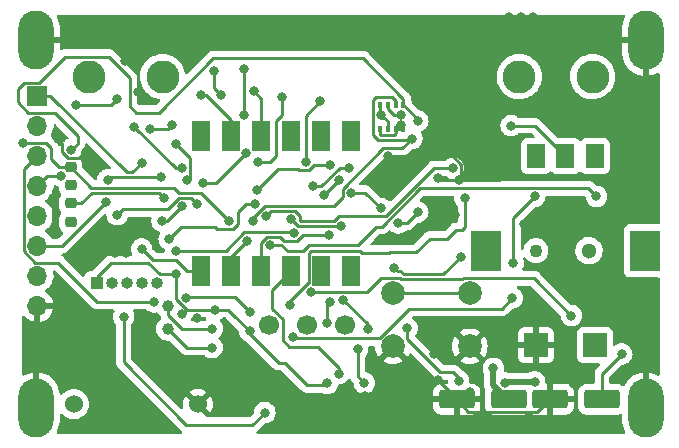
<source format=gbr>
%TF.GenerationSoftware,KiCad,Pcbnew,6.0.2-1.fc35*%
%TF.CreationDate,2022-05-08T19:10:53+02:00*%
%TF.ProjectId,LEDnode,4c45446e-6f64-4652-9e6b-696361645f70,rev?*%
%TF.SameCoordinates,Original*%
%TF.FileFunction,Copper,L1,Top*%
%TF.FilePolarity,Positive*%
%FSLAX46Y46*%
G04 Gerber Fmt 4.6, Leading zero omitted, Abs format (unit mm)*
G04 Created by KiCad (PCBNEW 6.0.2-1.fc35) date 2022-05-08 19:10:53*
%MOMM*%
%LPD*%
G01*
G04 APERTURE LIST*
G04 Aperture macros list*
%AMRoundRect*
0 Rectangle with rounded corners*
0 $1 Rounding radius*
0 $2 $3 $4 $5 $6 $7 $8 $9 X,Y pos of 4 corners*
0 Add a 4 corners polygon primitive as box body*
4,1,4,$2,$3,$4,$5,$6,$7,$8,$9,$2,$3,0*
0 Add four circle primitives for the rounded corners*
1,1,$1+$1,$2,$3*
1,1,$1+$1,$4,$5*
1,1,$1+$1,$6,$7*
1,1,$1+$1,$8,$9*
0 Add four rect primitives between the rounded corners*
20,1,$1+$1,$2,$3,$4,$5,0*
20,1,$1+$1,$4,$5,$6,$7,0*
20,1,$1+$1,$6,$7,$8,$9,0*
20,1,$1+$1,$8,$9,$2,$3,0*%
G04 Aperture macros list end*
%TA.AperFunction,ComponentPad*%
%ADD10C,1.000000*%
%TD*%
%TA.AperFunction,ComponentPad*%
%ADD11C,2.800000*%
%TD*%
%TA.AperFunction,WasherPad*%
%ADD12C,1.100000*%
%TD*%
%TA.AperFunction,SMDPad,CuDef*%
%ADD13R,2.500000X3.500000*%
%TD*%
%TA.AperFunction,WasherPad*%
%ADD14C,1.300000*%
%TD*%
%TA.AperFunction,SMDPad,CuDef*%
%ADD15R,1.500000X2.000000*%
%TD*%
%TA.AperFunction,SMDPad,CuDef*%
%ADD16R,2.000000X2.000000*%
%TD*%
%TA.AperFunction,ComponentPad*%
%ADD17RoundRect,1.500000X0.000000X-1.000000X0.000000X-1.000000X0.000000X1.000000X0.000000X1.000000X0*%
%TD*%
%TA.AperFunction,SMDPad,CuDef*%
%ADD18RoundRect,0.250000X1.250000X0.550000X-1.250000X0.550000X-1.250000X-0.550000X1.250000X-0.550000X0*%
%TD*%
%TA.AperFunction,ComponentPad*%
%ADD19C,1.524000*%
%TD*%
%TA.AperFunction,ComponentPad*%
%ADD20C,1.700000*%
%TD*%
%TA.AperFunction,ComponentPad*%
%ADD21C,2.000000*%
%TD*%
%TA.AperFunction,ComponentPad*%
%ADD22R,1.700000X1.700000*%
%TD*%
%TA.AperFunction,ComponentPad*%
%ADD23O,1.700000X1.700000*%
%TD*%
%TA.AperFunction,SMDPad,CuDef*%
%ADD24R,1.500000X2.500000*%
%TD*%
%TA.AperFunction,ComponentPad*%
%ADD25R,1.000000X1.000000*%
%TD*%
%TA.AperFunction,ComponentPad*%
%ADD26O,1.000000X1.000000*%
%TD*%
%TA.AperFunction,SMDPad,CuDef*%
%ADD27RoundRect,0.218750X0.256250X-0.218750X0.256250X0.218750X-0.256250X0.218750X-0.256250X-0.218750X0*%
%TD*%
%TA.AperFunction,SMDPad,CuDef*%
%ADD28R,0.350000X0.500000*%
%TD*%
%TA.AperFunction,ViaPad*%
%ADD29C,0.800000*%
%TD*%
%TA.AperFunction,Conductor*%
%ADD30C,0.500000*%
%TD*%
%TA.AperFunction,Conductor*%
%ADD31C,0.250000*%
%TD*%
G04 APERTURE END LIST*
D10*
%TO.P,Y1,1,1*%
%TO.N,Net-(C9-Pad1)*%
X89350000Y-93700000D03*
%TO.P,Y1,2,2*%
%TO.N,Net-(C8-Pad1)*%
X89350000Y-95600000D03*
%TD*%
D11*
%TO.P,J1,1,Pin_1*%
%TO.N,/INPUT*%
X82700000Y-74250000D03*
X88900000Y-74250000D03*
%TO.P,J1,2,Pin_2*%
%TO.N,Net-(D1-Pad1)*%
X119100000Y-74250000D03*
X125300000Y-74250000D03*
%TD*%
D12*
%TO.P,SW1,*%
%TO.N,*%
X120500000Y-89000000D03*
D13*
X116250000Y-89000000D03*
D14*
X125000000Y-89000000D03*
D13*
X129750000Y-89000000D03*
D15*
%TO.P,SW1,A,A*%
%TO.N,Net-(R10-Pad2)*%
X125500000Y-81000000D03*
%TO.P,SW1,B,B*%
%TO.N,Net-(R11-Pad2)*%
X120500000Y-81000000D03*
%TO.P,SW1,C,C*%
%TO.N,Net-(Q6-Pad3)*%
X123000000Y-81000000D03*
D16*
%TO.P,SW1,S1,S1*%
%TO.N,Net-(R14-Pad1)*%
X125500000Y-97000000D03*
%TO.P,SW1,S2,S2*%
%TO.N,GND*%
X120500000Y-97000000D03*
%TD*%
D17*
%TO.P,H4,1,1*%
%TO.N,GND*%
X78200000Y-71200000D03*
%TD*%
D18*
%TO.P,C5,1*%
%TO.N,+3V3*%
X126100000Y-101570000D03*
%TO.P,C5,2*%
%TO.N,GND*%
X121700000Y-101570000D03*
%TD*%
D19*
%TO.P,C21,1*%
%TO.N,+3V3*%
X81382500Y-102000000D03*
%TO.P,C21,2*%
%TO.N,GND*%
X91882500Y-102000000D03*
%TD*%
D17*
%TO.P,H3,1,1*%
%TO.N,GND*%
X129800000Y-102300000D03*
%TD*%
D20*
%TO.P,SW2,1,A*%
%TO.N,GND*%
X104300000Y-95300000D03*
%TO.P,SW2,2,B*%
%TO.N,Net-(R2-Pad1)*%
X101100000Y-95300000D03*
%TO.P,SW2,3,C*%
%TO.N,unconnected-(SW2-Pad3)*%
X97900000Y-95300000D03*
%TD*%
D18*
%TO.P,C2,1*%
%TO.N,/INPUT*%
X118200000Y-101570000D03*
%TO.P,C2,2*%
%TO.N,GND*%
X113800000Y-101570000D03*
%TD*%
D21*
%TO.P,SW3,1,A*%
%TO.N,GND*%
X114900000Y-97100000D03*
X108400000Y-97100000D03*
%TO.P,SW3,2,B*%
%TO.N,Net-(R6-Pad1)*%
X114900000Y-92600000D03*
X108400000Y-92600000D03*
%TD*%
D17*
%TO.P,H1,1,1*%
%TO.N,GND*%
X129800000Y-71200000D03*
%TD*%
D22*
%TO.P,J4,1,Pin_1*%
%TO.N,/Tx*%
X78300000Y-75900000D03*
D23*
%TO.P,J4,2,Pin_2*%
%TO.N,/Rx*%
X78300000Y-78440000D03*
%TO.P,J4,3,Pin_3*%
%TO.N,/SDA*%
X78300000Y-80980000D03*
%TO.P,J4,4,Pin_4*%
%TO.N,/SCL*%
X78300000Y-83520000D03*
%TO.P,J4,5,Pin_5*%
%TO.N,/ADC*%
X78300000Y-86060000D03*
%TO.P,J4,6,Pin_6*%
%TO.N,/DISP_B*%
X78300000Y-88600000D03*
%TO.P,J4,7,Pin_7*%
%TO.N,+3V3*%
X78300000Y-91140000D03*
%TO.P,J4,8,Pin_8*%
%TO.N,GND*%
X78300000Y-93680000D03*
%TD*%
D24*
%TO.P,U2,1,e*%
%TO.N,Net-(R22-Pad2)*%
X92150000Y-90715000D03*
%TO.P,U2,2,d*%
%TO.N,Net-(R21-Pad2)*%
X94690000Y-90715000D03*
%TO.P,U2,3,DPX*%
%TO.N,Net-(R25-Pad2)*%
X97230000Y-90715000D03*
%TO.P,U2,4,c*%
%TO.N,Net-(R20-Pad2)*%
X99770000Y-90715000D03*
%TO.P,U2,5,g*%
%TO.N,Net-(R24-Pad2)*%
X102310000Y-90715000D03*
%TO.P,U2,6,CC4*%
%TO.N,Net-(Q4-Pad3)*%
X104850000Y-90715000D03*
%TO.P,U2,7,b*%
%TO.N,Net-(R19-Pad2)*%
X104850000Y-79285000D03*
%TO.P,U2,8,CC3*%
%TO.N,Net-(Q3-Pad3)*%
X102310000Y-79285000D03*
%TO.P,U2,9,CC2*%
%TO.N,Net-(Q2-Pad3)*%
X99770000Y-79285000D03*
%TO.P,U2,10,f*%
%TO.N,Net-(R23-Pad2)*%
X97230000Y-79285000D03*
%TO.P,U2,11,a*%
%TO.N,Net-(R18-Pad2)*%
X94690000Y-79285000D03*
%TO.P,U2,12,CC1*%
%TO.N,Net-(Q1-Pad3)*%
X92150000Y-79285000D03*
%TD*%
D25*
%TO.P,J2,1,Pin_1*%
%TO.N,+3V3*%
X83310000Y-91750000D03*
D26*
%TO.P,J2,2,Pin_2*%
%TO.N,/SYS_SWDCLK*%
X84580000Y-91750000D03*
%TO.P,J2,3,Pin_3*%
%TO.N,GND*%
X85850000Y-91750000D03*
%TO.P,J2,4,Pin_4*%
%TO.N,/SYS_SWDIO*%
X87120000Y-91750000D03*
%TO.P,J2,5,Pin_5*%
%TO.N,/SYS_RST*%
X88390000Y-91750000D03*
%TD*%
D27*
%TO.P,D3,1,K*%
%TO.N,Net-(D3-Pad1)*%
X81100000Y-83475000D03*
%TO.P,D3,2,A*%
%TO.N,/ADC*%
X81100000Y-81900000D03*
%TD*%
D28*
%TO.P,U5,1,GND*%
%TO.N,GND*%
X107337011Y-76650000D03*
%TO.P,U5,2,CSB*%
%TO.N,+3V3*%
X107987011Y-76650000D03*
%TO.P,U5,3,SDI*%
%TO.N,/SDA*%
X108637011Y-76650000D03*
%TO.P,U5,4,SCK*%
%TO.N,/SCL*%
X109287011Y-76650000D03*
%TO.P,U5,5,SDO*%
%TO.N,+3V3*%
X109287011Y-78700000D03*
%TO.P,U5,6,VDDIO*%
X108637011Y-78700000D03*
%TO.P,U5,7,GND*%
%TO.N,GND*%
X107987011Y-78700000D03*
%TO.P,U5,8,VDD*%
%TO.N,+3V3*%
X107337011Y-78700000D03*
%TD*%
D17*
%TO.P,H2,1,1*%
%TO.N,GND*%
X78200000Y-102300000D03*
%TD*%
D27*
%TO.P,D2,1,K*%
%TO.N,Net-(D2-Pad1)*%
X81100000Y-86575000D03*
%TO.P,D2,2,A*%
%TO.N,/LED2*%
X81100000Y-85000000D03*
%TD*%
D29*
%TO.N,/INPUT*%
X116900000Y-98950000D03*
%TO.N,GND*%
X80350000Y-96750000D03*
X96150000Y-100300000D03*
X79000000Y-96500000D03*
X101700000Y-103800000D03*
X84900000Y-89200000D03*
X95150000Y-101300000D03*
X100700000Y-101800000D03*
X91825000Y-94725000D03*
X107412011Y-77475000D03*
X85700000Y-72974500D03*
X113674500Y-86000000D03*
X119500000Y-86750000D03*
X102700000Y-101800000D03*
X79651000Y-87500000D03*
X100700000Y-103800000D03*
X94150000Y-99300000D03*
X96500000Y-97825500D03*
X96150000Y-99300000D03*
X81350000Y-96750000D03*
X119250000Y-71250000D03*
X95150000Y-99300000D03*
X86850000Y-96550000D03*
X112700000Y-97750000D03*
X102700000Y-103800000D03*
X96150000Y-101300000D03*
X82350000Y-96750000D03*
X95150000Y-102300000D03*
X103700000Y-103800000D03*
X113630000Y-101500000D03*
X95150000Y-100300000D03*
X114950000Y-100950000D03*
X79651000Y-84500000D03*
X125100000Y-99400000D03*
X101700000Y-101800000D03*
X81350000Y-99750000D03*
X124000000Y-103700000D03*
X81350000Y-98750000D03*
X106050000Y-101325500D03*
X123700000Y-100250000D03*
X82650000Y-81850000D03*
X117500000Y-82750000D03*
X124200000Y-99400000D03*
X81350000Y-97750000D03*
X103700000Y-101800000D03*
X118250000Y-71250000D03*
X82350000Y-99750000D03*
X119250000Y-69250000D03*
X96150000Y-102300000D03*
X112225000Y-82875000D03*
X123500000Y-72000000D03*
X87250000Y-95750000D03*
X82350000Y-98750000D03*
X123250000Y-99400000D03*
X112250000Y-99950000D03*
X125800000Y-103700000D03*
X86800000Y-75600000D03*
X124900000Y-103700000D03*
X111850000Y-97750000D03*
X94150000Y-100300000D03*
X118250000Y-69250000D03*
X108000000Y-81000000D03*
X82350000Y-97750000D03*
X85800000Y-89200000D03*
X126700000Y-103700000D03*
X80000000Y-79500000D03*
X123100000Y-103700000D03*
X80350000Y-99750000D03*
X116300000Y-103600000D03*
X80350000Y-97750000D03*
X94150000Y-101300000D03*
X122200000Y-103700000D03*
X115450000Y-103600000D03*
X112000000Y-86000000D03*
X94150000Y-102300000D03*
X114000000Y-83000000D03*
X120250000Y-69250000D03*
X80350000Y-98750000D03*
%TO.N,+3V3*%
X89662500Y-78350000D03*
X93375000Y-94000000D03*
X120400000Y-100100000D03*
X87800000Y-78700000D03*
X96300000Y-95825000D03*
X114125000Y-89500000D03*
X109087011Y-78375000D03*
X105398056Y-97348056D03*
X109087011Y-77500000D03*
X90500000Y-94350000D03*
X108500000Y-90425000D03*
X117900000Y-100200000D03*
X102850000Y-100225980D03*
X90000000Y-91000000D03*
X105975980Y-100200500D03*
X127770000Y-97740000D03*
%TO.N,Net-(C8-Pad1)*%
X93075000Y-97200000D03*
%TO.N,Net-(C9-Pad1)*%
X93075000Y-95600000D03*
%TO.N,/ENC2*%
X118565332Y-90065332D03*
X118500000Y-93000000D03*
X120400000Y-84400000D03*
X99900000Y-96300000D03*
%TO.N,/ENC1*%
X98000000Y-88500000D03*
X125625000Y-84400000D03*
%TO.N,/MODE*%
X102800000Y-95150000D03*
X103050000Y-93300000D03*
%TO.N,Net-(D2-Pad1)*%
X81100000Y-86575000D03*
%TO.N,/SDA*%
X110000000Y-79500000D03*
X88175489Y-93325489D03*
X96550000Y-86500000D03*
X90858222Y-92972747D03*
X96300000Y-94175000D03*
%TO.N,/LED2*%
X89000000Y-84500000D03*
%TO.N,/SCL*%
X114500000Y-84500000D03*
X110500000Y-78000000D03*
X81125500Y-80441172D03*
X80327289Y-82687500D03*
X99675000Y-93600000D03*
%TO.N,Net-(D3-Pad1)*%
X81100000Y-83475000D03*
%TO.N,/ADC*%
X94500000Y-86500000D03*
X77050000Y-79900000D03*
%TO.N,/SYS_SWDCLK*%
X104200000Y-93185579D03*
X109600000Y-95550000D03*
X106250000Y-95600000D03*
X85600000Y-94600000D03*
X113950000Y-100000000D03*
X97550000Y-102700500D03*
%TO.N,/SYS_SWDIO*%
X100000000Y-87500000D03*
X90000000Y-89000000D03*
%TO.N,/Tx*%
X90550000Y-85200000D03*
X88850000Y-86500000D03*
X87150000Y-81550000D03*
%TO.N,/Rx*%
X85050000Y-85950000D03*
X91850000Y-85050000D03*
%TO.N,/DISP_0*%
X91000000Y-83000000D03*
X90000000Y-80000000D03*
%TO.N,/BUTTON1*%
X101498758Y-92511079D03*
X123500000Y-94500000D03*
%TO.N,/BUTTON2*%
X97631385Y-86074020D03*
X113500000Y-82000000D03*
%TO.N,/DISP_D*%
X104675000Y-82000000D03*
X101600000Y-83550000D03*
%TO.N,/DISP_1*%
X97000000Y-81500000D03*
X99000000Y-76000000D03*
%TO.N,Net-(Q1-Pad3)*%
X92150000Y-79285000D03*
%TO.N,/DISP_2*%
X101000000Y-81500000D03*
X102250000Y-76362500D03*
%TO.N,Net-(Q2-Pad3)*%
X99770000Y-79285000D03*
%TO.N,Net-(Q3-Pad3)*%
X102310000Y-79285000D03*
%TO.N,/DISP_A*%
X86500000Y-78500000D03*
X93250000Y-73750000D03*
X93825000Y-75800000D03*
X90500000Y-82000000D03*
%TO.N,Net-(Q4-Pad3)*%
X104850000Y-90715000D03*
%TO.N,Net-(Q6-Pad3)*%
X118400000Y-78400000D03*
%TO.N,Net-(R10-Pad2)*%
X125541408Y-81041407D03*
%TO.N,Net-(R11-Pad2)*%
X120500000Y-81275000D03*
%TO.N,Net-(R14-Pad1)*%
X125408592Y-96908592D03*
%TO.N,/DISP_C*%
X108850000Y-86650000D03*
X102600000Y-84300000D03*
X104850000Y-84100000D03*
X110500000Y-85725000D03*
X107376944Y-85423056D03*
X103800000Y-83050000D03*
%TO.N,/DISP_E*%
X96700000Y-85050000D03*
X89448114Y-88004128D03*
%TO.N,/DISP_DP*%
X99750000Y-86300000D03*
X104000000Y-86900000D03*
%TO.N,/DISP_B*%
X84250000Y-83000000D03*
X88750000Y-82800000D03*
X95950000Y-80750000D03*
X84100000Y-84850000D03*
X92300000Y-83300000D03*
%TO.N,/DISP_F*%
X95750000Y-73625000D03*
X95750000Y-77550000D03*
%TO.N,/BACKUP*%
X81550000Y-76650000D03*
X85012500Y-76150000D03*
%TO.N,Net-(R18-Pad2)*%
X92175000Y-75800000D03*
%TO.N,Net-(R19-Pad2)*%
X104850000Y-79285000D03*
%TO.N,Net-(R20-Pad2)*%
X103800000Y-99400000D03*
%TO.N,Net-(R21-Pad2)*%
X103100000Y-81750000D03*
X96051944Y-88151944D03*
X96900000Y-83850000D03*
%TO.N,Net-(R22-Pad2)*%
X87125000Y-88850000D03*
%TO.N,Net-(R23-Pad2)*%
X96600000Y-75500000D03*
%TO.N,Net-(R24-Pad2)*%
X102310000Y-90715000D03*
%TO.N,Net-(R25-Pad2)*%
X103000000Y-87650000D03*
%TD*%
D30*
%TO.N,/INPUT*%
X116900000Y-98950000D02*
X116900000Y-100390000D01*
X116860000Y-100350000D02*
X118080000Y-101570000D01*
D31*
%TO.N,GND*%
X113680000Y-101570000D02*
X113680000Y-101550000D01*
X120625480Y-102644520D02*
X121700000Y-101570000D01*
X81987980Y-81187980D02*
X82650000Y-81850000D01*
X79000000Y-96500000D02*
X78200000Y-97300000D01*
X112250000Y-99950000D02*
X113250000Y-100950000D01*
X78200000Y-97300000D02*
X78200000Y-101300000D01*
X80382503Y-80652079D02*
X80918404Y-81187980D01*
X114774520Y-102644520D02*
X120625480Y-102644520D01*
X108000000Y-81000000D02*
X113453904Y-81000000D01*
X80000000Y-79500000D02*
X80382503Y-79882503D01*
X86800000Y-75600000D02*
X86800000Y-74074500D01*
X113630000Y-101500000D02*
X114774520Y-102644520D01*
X79651000Y-87500000D02*
X79651000Y-84500000D01*
X107337011Y-77400000D02*
X107412011Y-77475000D01*
X112350000Y-83000000D02*
X112225000Y-82875000D01*
X113453904Y-81000000D02*
X114174511Y-81720607D01*
X107412011Y-77475000D02*
X107987011Y-78050000D01*
X80918404Y-81187980D02*
X81987980Y-81187980D01*
X105900000Y-101550000D02*
X105900000Y-101475500D01*
X114174511Y-81720607D02*
X114174511Y-82825489D01*
X86800000Y-74074500D02*
X85700000Y-72974500D01*
X108400000Y-97100000D02*
X111250000Y-99950000D01*
X114174511Y-82825489D02*
X114000000Y-83000000D01*
X107337011Y-76650000D02*
X107337011Y-77400000D01*
X111250000Y-99950000D02*
X112250000Y-99950000D01*
X112000000Y-86000000D02*
X113674500Y-86000000D01*
X105900000Y-101475500D02*
X106050000Y-101325500D01*
X107987011Y-78050000D02*
X107987011Y-78700000D01*
X114000000Y-83000000D02*
X112350000Y-83000000D01*
X117250000Y-83000000D02*
X117500000Y-82750000D01*
X80382503Y-79882503D02*
X80382503Y-80652079D01*
X114000000Y-83000000D02*
X117250000Y-83000000D01*
X113250000Y-100950000D02*
X114950000Y-100950000D01*
%TO.N,+3V3*%
X108800000Y-90725000D02*
X108500000Y-90425000D01*
X105398056Y-97348056D02*
X105398056Y-99622576D01*
X83310000Y-91240000D02*
X83310000Y-91750000D01*
X107987011Y-76974022D02*
X108512989Y-77500000D01*
X112625000Y-91000000D02*
X109300000Y-91000000D01*
X90000000Y-93068430D02*
X90165785Y-93234215D01*
X96300000Y-96050000D02*
X98750011Y-98500011D01*
X94887500Y-94412500D02*
X96300000Y-95825000D01*
X87800000Y-78700000D02*
X89312500Y-78700000D01*
D30*
X120400000Y-100100000D02*
X118000000Y-100100000D01*
D31*
X107361522Y-79224511D02*
X108462500Y-79224511D01*
X94475000Y-94000000D02*
X94887500Y-94412500D01*
X88650000Y-91000000D02*
X87700000Y-90050000D01*
X98750011Y-98500011D02*
X99250011Y-98500011D01*
X109287011Y-78575000D02*
X109087011Y-78375000D01*
X107337011Y-79200000D02*
X107361522Y-79224511D01*
X96300000Y-95825000D02*
X96300000Y-96050000D01*
X90850000Y-94000000D02*
X90500000Y-94350000D01*
X90000000Y-91000000D02*
X90000000Y-93068430D01*
X108637011Y-79050000D02*
X108637011Y-78700000D01*
X107987011Y-76650000D02*
X107987011Y-76974022D01*
X112625000Y-91000000D02*
X114125000Y-89500000D01*
X109025000Y-90725000D02*
X108800000Y-90725000D01*
X90931571Y-94000000D02*
X90850000Y-94000000D01*
X91300000Y-94000000D02*
X94475000Y-94000000D01*
X90000000Y-91000000D02*
X88650000Y-91000000D01*
X109287011Y-78700000D02*
X108637011Y-78700000D01*
D30*
X118000000Y-100100000D02*
X117900000Y-100200000D01*
D31*
X105398056Y-99622576D02*
X105975980Y-100200500D01*
X108512989Y-77500000D02*
X109087011Y-77500000D01*
X108462500Y-79224511D02*
X108637011Y-79050000D01*
X87700000Y-90050000D02*
X84500000Y-90050000D01*
X101150000Y-100400000D02*
X102675980Y-100400000D01*
X126100000Y-99410000D02*
X127770000Y-97740000D01*
X107337011Y-78700000D02*
X107337011Y-79200000D01*
X109287011Y-78700000D02*
X109287011Y-78575000D01*
X84500000Y-90050000D02*
X83310000Y-91240000D01*
X126100000Y-101570000D02*
X126100000Y-99410000D01*
X91300000Y-94000000D02*
X90931571Y-94000000D01*
X109300000Y-91000000D02*
X109025000Y-90725000D01*
X90931571Y-94000000D02*
X90165785Y-93234215D01*
X99250011Y-98500011D02*
X101150000Y-100400000D01*
X89312500Y-78700000D02*
X89662500Y-78350000D01*
%TO.N,Net-(C8-Pad1)*%
X89350000Y-95600000D02*
X90950000Y-97200000D01*
X90950000Y-97200000D02*
X93075000Y-97200000D01*
%TO.N,Net-(C9-Pad1)*%
X89350000Y-93700000D02*
X89350000Y-94407106D01*
X89350000Y-94407106D02*
X90542894Y-95600000D01*
X90542894Y-95600000D02*
X93075000Y-95600000D01*
%TO.N,/ENC2*%
X118565332Y-86234668D02*
X120400000Y-84400000D01*
X99900000Y-96300000D02*
X100024511Y-96424511D01*
X100024511Y-96424511D02*
X107273057Y-96424511D01*
X118565332Y-90065332D02*
X118565332Y-86234668D01*
X107273057Y-96424511D02*
X109797568Y-93900000D01*
X117600000Y-93900000D02*
X118500000Y-93000000D01*
X109797568Y-93900000D02*
X117600000Y-93900000D01*
%TO.N,/ENC1*%
X98000000Y-88500000D02*
X98950000Y-88500000D01*
X110725489Y-83725489D02*
X124950489Y-83725489D01*
X107500978Y-86950000D02*
X110725489Y-83725489D01*
X107003904Y-86950000D02*
X107500978Y-86950000D01*
X99500000Y-89050000D02*
X100750000Y-89050000D01*
X105453904Y-88500000D02*
X107003904Y-86950000D01*
X101300000Y-88500000D02*
X105453904Y-88500000D01*
X100750000Y-89050000D02*
X101300000Y-88500000D01*
X124950489Y-83725489D02*
X125625000Y-84400000D01*
X98950000Y-88500000D02*
X99500000Y-89050000D01*
%TO.N,/MODE*%
X102800000Y-93550000D02*
X103050000Y-93300000D01*
X102800000Y-95150000D02*
X102800000Y-93550000D01*
%TO.N,/SDA*%
X95025000Y-92900000D02*
X90930969Y-92900000D01*
X104150000Y-84450000D02*
X104150000Y-83750000D01*
X78125189Y-90015489D02*
X80065489Y-90015489D01*
X78300000Y-80980000D02*
X77175489Y-82104511D01*
X107574511Y-80325489D02*
X109174511Y-80325489D01*
X90930969Y-92900000D02*
X90858222Y-92972747D01*
X108637011Y-76325978D02*
X108637011Y-76650000D01*
X109875969Y-79624031D02*
X107124031Y-79624031D01*
X106737500Y-79237500D02*
X106737500Y-76262500D01*
X97525750Y-85225750D02*
X103374250Y-85225750D01*
X106737500Y-76262500D02*
X107000000Y-76000000D01*
X77175489Y-82104511D02*
X77175489Y-89065789D01*
X96550000Y-86500000D02*
X96550000Y-86201501D01*
X103374250Y-85225750D02*
X104150000Y-84450000D01*
X107000000Y-76000000D02*
X108311033Y-76000000D01*
X107124031Y-79624031D02*
X106737500Y-79237500D01*
X109174511Y-80325489D02*
X110000000Y-79500000D01*
X77175489Y-89065789D02*
X78125189Y-90015489D01*
X80065489Y-90015489D02*
X83375489Y-93325489D01*
X96550000Y-86201501D02*
X97525750Y-85225750D01*
X95025000Y-92900000D02*
X96300000Y-94175000D01*
X83375489Y-93325489D02*
X88175489Y-93325489D01*
X108311033Y-76000000D02*
X108637011Y-76325978D01*
X104150000Y-83750000D02*
X107574511Y-80325489D01*
%TO.N,/LED2*%
X88574031Y-84074031D02*
X89000000Y-84500000D01*
X82925969Y-84074031D02*
X88574031Y-84074031D01*
X82000000Y-85000000D02*
X82925969Y-84074031D01*
X81100000Y-85000000D02*
X82000000Y-85000000D01*
%TO.N,/SCL*%
X113000000Y-88000000D02*
X113750000Y-87250000D01*
X105600000Y-89000000D02*
X105774511Y-89174511D01*
X81700000Y-79925500D02*
X81312750Y-80312750D01*
X110500000Y-78000000D02*
X110500000Y-77862989D01*
X111500000Y-88000000D02*
X113000000Y-88000000D01*
X101285489Y-91748533D02*
X101285489Y-89190489D01*
X99450000Y-93500000D02*
X99575000Y-93500000D01*
X99575000Y-93500000D02*
X99675000Y-93600000D01*
X76625020Y-75325958D02*
X76625020Y-76425020D01*
X110500000Y-77862989D02*
X109287011Y-76650000D01*
X81700000Y-79246096D02*
X81700000Y-79925500D01*
X101201467Y-91748533D02*
X99450000Y-93500000D01*
X109287011Y-76650000D02*
X109287011Y-76150000D01*
X77175489Y-74775489D02*
X76625020Y-75325958D01*
X108075489Y-89174511D02*
X108125000Y-89125000D01*
X105837011Y-72700000D02*
X93200000Y-72700000D01*
X108125000Y-89125000D02*
X110375000Y-89125000D01*
X93200000Y-72700000D02*
X88575489Y-77324511D01*
X80327289Y-82687500D02*
X79132500Y-82687500D01*
X105774511Y-89174511D02*
X108075489Y-89174511D01*
X114500000Y-87000000D02*
X114500000Y-84500000D01*
X84347085Y-72575489D02*
X80624511Y-72575489D01*
X113750000Y-87250000D02*
X114250000Y-87250000D01*
X80624511Y-72575489D02*
X78424511Y-74775489D01*
X101285489Y-89190489D02*
X101475978Y-89000000D01*
X101475978Y-89000000D02*
X105600000Y-89000000D01*
X76625020Y-76425020D02*
X77515489Y-77315489D01*
X79769393Y-77315489D02*
X81700000Y-79246096D01*
X78424511Y-74775489D02*
X77175489Y-74775489D01*
X114250000Y-87250000D02*
X114500000Y-87000000D01*
X79132500Y-82687500D02*
X78300000Y-83520000D01*
X81125500Y-80500000D02*
X81312750Y-80312750D01*
X86675489Y-77324511D02*
X86125489Y-76774511D01*
X77515489Y-77315489D02*
X79769393Y-77315489D01*
X109287011Y-76150000D02*
X105837011Y-72700000D01*
X86125489Y-74353893D02*
X84347085Y-72575489D01*
X101285489Y-91748533D02*
X101201467Y-91748533D01*
X86125489Y-76774511D02*
X86125489Y-74353893D01*
X110375000Y-89125000D02*
X111500000Y-88000000D01*
X88575489Y-77324511D02*
X86675489Y-77324511D01*
%TO.N,/ADC*%
X81100000Y-81900000D02*
X82874511Y-83674511D01*
X81100000Y-81900000D02*
X80100000Y-81900000D01*
X79475000Y-81275000D02*
X79475000Y-80275000D01*
X82874511Y-83674511D02*
X89848542Y-83674511D01*
X80100000Y-81900000D02*
X79475000Y-81275000D01*
X79055489Y-79855489D02*
X79475000Y-80275000D01*
X77050000Y-79900000D02*
X77094511Y-79855489D01*
X90300000Y-84125969D02*
X92125969Y-84125969D01*
X89848542Y-83674511D02*
X90300000Y-84125969D01*
X92125969Y-84125969D02*
X94500000Y-86500000D01*
X77094511Y-79855489D02*
X79055489Y-79855489D01*
%TO.N,/SYS_SWDCLK*%
X114114935Y-99902860D02*
X114017795Y-100000000D01*
X113487564Y-99275489D02*
X114114935Y-99902860D01*
X109600000Y-95550000D02*
X109600000Y-96453904D01*
X90900000Y-103750000D02*
X85600000Y-98450000D01*
X96500500Y-103750000D02*
X90900000Y-103750000D01*
X112421585Y-99275489D02*
X113487564Y-99275489D01*
X85600000Y-98450000D02*
X85600000Y-94600000D01*
X109600000Y-96453904D02*
X112421585Y-99275489D01*
X114017795Y-100000000D02*
X113950000Y-100000000D01*
X97550000Y-102700500D02*
X96500500Y-103750000D01*
X104200000Y-93185579D02*
X106250000Y-95235579D01*
X106250000Y-95235579D02*
X106250000Y-95600000D01*
%TO.N,/SYS_SWDIO*%
X94250000Y-89000000D02*
X95824031Y-87425969D01*
X99925969Y-87425969D02*
X100000000Y-87500000D01*
X95824031Y-87425969D02*
X99925969Y-87425969D01*
X90000000Y-89000000D02*
X94250000Y-89000000D01*
%TO.N,/Tx*%
X89250000Y-86500000D02*
X90550000Y-85200000D01*
X79400000Y-75900000D02*
X85875000Y-82375000D01*
X88850000Y-86500000D02*
X89250000Y-86500000D01*
X86325000Y-82375000D02*
X87150000Y-81550000D01*
X85875000Y-82375000D02*
X86325000Y-82375000D01*
X78300000Y-75900000D02*
X79400000Y-75900000D01*
%TO.N,/Rx*%
X85518848Y-85481152D02*
X89314944Y-85481152D01*
X85050000Y-85950000D02*
X85518848Y-85481152D01*
X90270607Y-84525489D02*
X91325489Y-84525489D01*
X91325489Y-84525489D02*
X91850000Y-85050000D01*
X89314944Y-85481152D02*
X90270607Y-84525489D01*
%TO.N,/DISP_0*%
X91174511Y-81174511D02*
X91174511Y-82825489D01*
X90000000Y-80000000D02*
X91174511Y-81174511D01*
%TO.N,/BUTTON1*%
X120325489Y-91325489D02*
X123500000Y-94500000D01*
X101498758Y-92511079D02*
X106212057Y-92511079D01*
X109049520Y-91399520D02*
X114298048Y-91399520D01*
X106212057Y-92511079D02*
X107397647Y-91325489D01*
X114372079Y-91325489D02*
X120325489Y-91325489D01*
X108975489Y-91325489D02*
X109049520Y-91399520D01*
X114298048Y-91399520D02*
X114372079Y-91325489D01*
X107397647Y-91325489D02*
X108975489Y-91325489D01*
%TO.N,/BUTTON2*%
X100125489Y-85625489D02*
X100550000Y-86050000D01*
X97631385Y-86074020D02*
X98079916Y-85625489D01*
X103400000Y-86500000D02*
X103850000Y-86050000D01*
X103850000Y-86050000D02*
X106900000Y-86050000D01*
X106900000Y-86050000D02*
X106947567Y-86097567D01*
X98079916Y-85625489D02*
X100125489Y-85625489D01*
X100550000Y-86500000D02*
X103400000Y-86500000D01*
X111885972Y-82000000D02*
X113500000Y-82000000D01*
X107788405Y-86097567D02*
X111885972Y-82000000D01*
X100550000Y-86050000D02*
X100550000Y-86500000D01*
X106947567Y-86097567D02*
X107788405Y-86097567D01*
%TO.N,/DISP_D*%
X103896096Y-82000000D02*
X104675000Y-82000000D01*
X101600000Y-83550000D02*
X102346096Y-83550000D01*
X102346096Y-83550000D02*
X103896096Y-82000000D01*
%TO.N,/DISP_1*%
X98500000Y-78000000D02*
X98500000Y-81000000D01*
X99000000Y-76000000D02*
X99000000Y-77500000D01*
X99000000Y-77500000D02*
X98500000Y-78000000D01*
X98000000Y-81500000D02*
X97000000Y-81500000D01*
X98500000Y-81000000D02*
X98000000Y-81500000D01*
%TO.N,/DISP_2*%
X101000000Y-81500000D02*
X101000000Y-77612500D01*
X101000000Y-77612500D02*
X102250000Y-76362500D01*
%TO.N,/DISP_A*%
X93250000Y-75225000D02*
X93825000Y-75800000D01*
X93250000Y-73750000D02*
X93250000Y-75225000D01*
X90000000Y-82000000D02*
X90500000Y-82000000D01*
X86500000Y-78500000D02*
X90000000Y-82000000D01*
%TO.N,Net-(Q6-Pad3)*%
X123000000Y-81000000D02*
X120400000Y-78400000D01*
X120400000Y-78400000D02*
X118400000Y-78400000D01*
%TO.N,Net-(R6-Pad1)*%
X108400000Y-92600000D02*
X114900000Y-92600000D01*
%TO.N,Net-(R11-Pad2)*%
X120500000Y-81000000D02*
X120500000Y-81275000D01*
%TO.N,/DISP_C*%
X102600000Y-84250000D02*
X102600000Y-84300000D01*
X103800000Y-83050000D02*
X102600000Y-84250000D01*
X109575000Y-86650000D02*
X110500000Y-85725000D01*
X104850000Y-84100000D02*
X106053888Y-84100000D01*
X108850000Y-86650000D02*
X109575000Y-86650000D01*
X106053888Y-84100000D02*
X107376944Y-85423056D01*
%TO.N,/DISP_E*%
X94825489Y-87174511D02*
X95250000Y-86750000D01*
X89448114Y-88004128D02*
X90452242Y-87000000D01*
X90452242Y-87000000D02*
X93350000Y-87000000D01*
X93524511Y-87174511D02*
X94825489Y-87174511D01*
X95250000Y-85750000D02*
X95950000Y-85050000D01*
X95950000Y-85050000D02*
X96700000Y-85050000D01*
X95250000Y-86750000D02*
X95250000Y-85750000D01*
X93350000Y-87000000D02*
X93524511Y-87174511D01*
%TO.N,/DISP_DP*%
X100350000Y-86900000D02*
X99750000Y-86300000D01*
X104000000Y-86900000D02*
X100350000Y-86900000D01*
%TO.N,/DISP_B*%
X80350000Y-88600000D02*
X78300000Y-88600000D01*
X95950000Y-80750000D02*
X93400000Y-83300000D01*
X84450000Y-82800000D02*
X84250000Y-83000000D01*
X88750000Y-82800000D02*
X84450000Y-82800000D01*
X84100000Y-84850000D02*
X80350000Y-88600000D01*
X93400000Y-83300000D02*
X92300000Y-83300000D01*
%TO.N,/DISP_F*%
X95750000Y-77550000D02*
X95750000Y-73625000D01*
%TO.N,/BACKUP*%
X84512500Y-76650000D02*
X85012500Y-76150000D01*
X81550000Y-76650000D02*
X84512500Y-76650000D01*
%TO.N,Net-(R18-Pad2)*%
X94690000Y-77940000D02*
X92550000Y-75800000D01*
X92550000Y-75800000D02*
X92175000Y-75800000D01*
X94690000Y-79285000D02*
X94690000Y-77940000D01*
%TO.N,Net-(R20-Pad2)*%
X98200000Y-92285000D02*
X99770000Y-90715000D01*
X99050000Y-94750000D02*
X98200000Y-93900000D01*
X102024511Y-97174511D02*
X99624511Y-97174511D01*
X99050000Y-96600000D02*
X99050000Y-94750000D01*
X102024511Y-97174511D02*
X103800000Y-98950000D01*
X99624511Y-97174511D02*
X99050000Y-96600000D01*
X98200000Y-93900000D02*
X98200000Y-92285000D01*
X103800000Y-98950000D02*
X103800000Y-99400000D01*
%TO.N,Net-(R21-Pad2)*%
X100474511Y-82174511D02*
X101279393Y-82174511D01*
X94690000Y-89513888D02*
X96051944Y-88151944D01*
X100350000Y-82050000D02*
X100474511Y-82174511D01*
X96900000Y-83850000D02*
X98700000Y-82050000D01*
X98700000Y-82050000D02*
X100350000Y-82050000D01*
X94690000Y-90715000D02*
X94690000Y-89513888D01*
X101703904Y-81750000D02*
X103100000Y-81750000D01*
X101279393Y-82174511D02*
X101703904Y-81750000D01*
%TO.N,Net-(R22-Pad2)*%
X92150000Y-90715000D02*
X90965000Y-90715000D01*
X90965000Y-90715000D02*
X90050000Y-89800000D01*
X88075000Y-89800000D02*
X87125000Y-88850000D01*
X90050000Y-89800000D02*
X88075000Y-89800000D01*
%TO.N,Net-(R23-Pad2)*%
X97230000Y-76130000D02*
X97230000Y-79285000D01*
X96600000Y-75500000D02*
X97230000Y-76130000D01*
%TO.N,Net-(R25-Pad2)*%
X100803904Y-87650000D02*
X103000000Y-87650000D01*
X97230000Y-90715000D02*
X97230000Y-88316096D01*
X98840495Y-87825489D02*
X99207503Y-88192497D01*
X97230000Y-88316096D02*
X97720607Y-87825489D01*
X97720607Y-87825489D02*
X98840495Y-87825489D01*
X99207503Y-88192497D02*
X100261407Y-88192497D01*
X100261407Y-88192497D02*
X100803904Y-87650000D01*
%TD*%
%TA.AperFunction,Conductor*%
%TO.N,GND*%
G36*
X79819016Y-90668991D02*
G01*
X79839990Y-90685894D01*
X81360211Y-92206116D01*
X82871837Y-93717742D01*
X82879377Y-93726028D01*
X82883489Y-93732507D01*
X82889266Y-93737932D01*
X82933140Y-93779132D01*
X82935982Y-93781887D01*
X82955719Y-93801624D01*
X82958916Y-93804104D01*
X82967936Y-93811807D01*
X83000168Y-93842075D01*
X83007114Y-93845894D01*
X83007117Y-93845896D01*
X83017923Y-93851837D01*
X83034442Y-93862688D01*
X83050448Y-93875103D01*
X83057717Y-93878248D01*
X83057721Y-93878251D01*
X83091026Y-93892663D01*
X83101676Y-93897880D01*
X83140429Y-93919184D01*
X83148104Y-93921155D01*
X83148105Y-93921155D01*
X83160051Y-93924222D01*
X83178756Y-93930626D01*
X83197344Y-93938670D01*
X83205167Y-93939909D01*
X83205177Y-93939912D01*
X83241013Y-93945588D01*
X83252633Y-93947994D01*
X83287778Y-93957017D01*
X83295459Y-93958989D01*
X83315713Y-93958989D01*
X83335423Y-93960540D01*
X83355432Y-93963709D01*
X83363324Y-93962963D01*
X83399450Y-93959548D01*
X83411308Y-93958989D01*
X84702805Y-93958989D01*
X84770926Y-93978991D01*
X84817419Y-94032647D01*
X84827523Y-94102921D01*
X84811924Y-94147988D01*
X84765473Y-94228444D01*
X84706458Y-94410072D01*
X84705768Y-94416633D01*
X84705768Y-94416635D01*
X84690809Y-94558965D01*
X84686496Y-94600000D01*
X84687186Y-94606565D01*
X84705145Y-94777432D01*
X84706458Y-94789928D01*
X84765473Y-94971556D01*
X84768776Y-94977278D01*
X84768777Y-94977279D01*
X84788472Y-95011392D01*
X84860960Y-95136944D01*
X84934137Y-95218215D01*
X84964853Y-95282221D01*
X84966500Y-95302524D01*
X84966500Y-98371233D01*
X84965973Y-98382416D01*
X84964298Y-98389909D01*
X84964547Y-98397835D01*
X84964547Y-98397836D01*
X84966438Y-98457986D01*
X84966500Y-98461945D01*
X84966500Y-98489856D01*
X84966997Y-98493790D01*
X84966997Y-98493791D01*
X84967005Y-98493856D01*
X84967938Y-98505693D01*
X84969327Y-98549889D01*
X84971869Y-98558638D01*
X84974978Y-98569339D01*
X84978987Y-98588700D01*
X84981526Y-98608797D01*
X84984445Y-98616168D01*
X84984445Y-98616170D01*
X84997804Y-98649912D01*
X85001649Y-98661142D01*
X85008899Y-98686096D01*
X85013982Y-98703593D01*
X85018015Y-98710412D01*
X85018017Y-98710417D01*
X85024293Y-98721028D01*
X85032988Y-98738776D01*
X85040448Y-98757617D01*
X85045110Y-98764033D01*
X85045110Y-98764034D01*
X85066436Y-98793387D01*
X85072952Y-98803307D01*
X85095458Y-98841362D01*
X85109779Y-98855683D01*
X85122619Y-98870716D01*
X85134528Y-98887107D01*
X85157786Y-98906348D01*
X85168605Y-98915298D01*
X85177384Y-98923288D01*
X90396348Y-104142253D01*
X90403888Y-104150539D01*
X90408000Y-104157018D01*
X90413777Y-104162443D01*
X90457651Y-104203643D01*
X90460493Y-104206398D01*
X90480230Y-104226135D01*
X90483427Y-104228615D01*
X90492447Y-104236318D01*
X90524679Y-104266586D01*
X90524964Y-104266743D01*
X90566253Y-104320291D01*
X90572325Y-104391028D01*
X90539191Y-104453818D01*
X90477369Y-104488727D01*
X90448836Y-104492000D01*
X80052235Y-104492000D01*
X79984114Y-104471998D01*
X79937621Y-104418342D01*
X79927517Y-104348068D01*
X79946562Y-104297376D01*
X79958126Y-104279569D01*
X79962387Y-104271882D01*
X80077345Y-104025353D01*
X80080496Y-104017143D01*
X80160022Y-103757023D01*
X80162001Y-103748453D01*
X80204685Y-103478956D01*
X80205399Y-103471872D01*
X80207940Y-103413669D01*
X80208000Y-103410917D01*
X80208000Y-102926448D01*
X80228002Y-102858327D01*
X80281658Y-102811834D01*
X80351932Y-102801730D01*
X80416512Y-102831224D01*
X80423095Y-102837353D01*
X80562719Y-102976977D01*
X80567227Y-102980134D01*
X80567230Y-102980136D01*
X80642995Y-103033187D01*
X80744823Y-103104488D01*
X80749805Y-103106811D01*
X80749810Y-103106814D01*
X80941322Y-103196117D01*
X80946304Y-103198440D01*
X80951612Y-103199862D01*
X80951614Y-103199863D01*
X81017449Y-103217503D01*
X81161037Y-103255978D01*
X81382500Y-103275353D01*
X81603963Y-103255978D01*
X81747551Y-103217503D01*
X81813386Y-103199863D01*
X81813388Y-103199862D01*
X81818696Y-103198440D01*
X81823678Y-103196117D01*
X82015190Y-103106814D01*
X82015195Y-103106811D01*
X82020177Y-103104488D01*
X82122005Y-103033187D01*
X82197770Y-102980136D01*
X82197773Y-102980134D01*
X82202281Y-102976977D01*
X82359477Y-102819781D01*
X82363618Y-102813868D01*
X82483831Y-102642185D01*
X82483832Y-102642183D01*
X82486988Y-102637676D01*
X82489311Y-102632694D01*
X82489314Y-102632689D01*
X82578617Y-102441178D01*
X82578618Y-102441177D01*
X82580940Y-102436196D01*
X82589429Y-102404517D01*
X82626031Y-102267914D01*
X82638478Y-102221463D01*
X82657853Y-102000000D01*
X82638478Y-101778537D01*
X82580940Y-101563804D01*
X82578617Y-101558822D01*
X82489314Y-101367311D01*
X82489311Y-101367306D01*
X82486988Y-101362324D01*
X82454552Y-101316000D01*
X82362636Y-101184730D01*
X82362634Y-101184727D01*
X82359477Y-101180219D01*
X82202281Y-101023023D01*
X82197773Y-101019866D01*
X82197770Y-101019864D01*
X82122005Y-100966813D01*
X82020177Y-100895512D01*
X82015195Y-100893189D01*
X82015190Y-100893186D01*
X81823678Y-100803883D01*
X81823677Y-100803882D01*
X81818696Y-100801560D01*
X81813388Y-100800138D01*
X81813386Y-100800137D01*
X81747551Y-100782497D01*
X81603963Y-100744022D01*
X81382500Y-100724647D01*
X81161037Y-100744022D01*
X81017449Y-100782497D01*
X80951614Y-100800137D01*
X80951612Y-100800138D01*
X80946304Y-100801560D01*
X80941323Y-100803882D01*
X80941322Y-100803883D01*
X80749811Y-100893186D01*
X80749806Y-100893189D01*
X80744824Y-100895512D01*
X80740317Y-100898668D01*
X80740315Y-100898669D01*
X80567230Y-101019864D01*
X80567227Y-101019866D01*
X80562719Y-101023023D01*
X80415096Y-101170646D01*
X80352784Y-101204672D01*
X80281969Y-101199607D01*
X80225133Y-101157060D01*
X80201552Y-101101262D01*
X80162001Y-100851546D01*
X80160022Y-100842977D01*
X80080496Y-100582857D01*
X80077345Y-100574647D01*
X79962387Y-100328118D01*
X79958124Y-100320428D01*
X79809976Y-100092300D01*
X79804686Y-100085281D01*
X79626217Y-99879976D01*
X79620024Y-99873783D01*
X79414719Y-99695314D01*
X79407700Y-99690024D01*
X79179572Y-99541876D01*
X79171882Y-99537613D01*
X78925353Y-99422655D01*
X78917143Y-99419504D01*
X78657023Y-99339978D01*
X78648453Y-99337999D01*
X78471894Y-99310034D01*
X78458211Y-99311802D01*
X78454000Y-99325774D01*
X78454000Y-102428000D01*
X78433998Y-102496121D01*
X78380342Y-102542614D01*
X78328000Y-102554000D01*
X78072000Y-102554000D01*
X78003879Y-102533998D01*
X77957386Y-102480342D01*
X77946000Y-102428000D01*
X77946000Y-99325315D01*
X77942114Y-99312079D01*
X77927655Y-99310106D01*
X77751547Y-99337999D01*
X77742977Y-99339978D01*
X77482857Y-99419504D01*
X77474647Y-99422655D01*
X77228118Y-99537613D01*
X77220431Y-99541874D01*
X77202624Y-99553438D01*
X77134599Y-99573764D01*
X77066384Y-99554085D01*
X77019636Y-99500651D01*
X77008000Y-99447765D01*
X77008000Y-94600588D01*
X77028002Y-94532467D01*
X77081658Y-94485974D01*
X77151932Y-94475870D01*
X77216512Y-94505364D01*
X77229237Y-94518090D01*
X77343218Y-94649673D01*
X77350580Y-94656883D01*
X77514434Y-94792916D01*
X77522881Y-94798831D01*
X77706756Y-94906279D01*
X77716042Y-94910729D01*
X77915001Y-94986703D01*
X77924899Y-94989579D01*
X78028250Y-95010606D01*
X78042299Y-95009410D01*
X78046000Y-94999065D01*
X78046000Y-94998517D01*
X78554000Y-94998517D01*
X78558064Y-95012359D01*
X78571478Y-95014393D01*
X78578184Y-95013534D01*
X78588262Y-95011392D01*
X78792255Y-94950191D01*
X78801842Y-94946433D01*
X78993095Y-94852739D01*
X79001945Y-94847464D01*
X79175328Y-94723792D01*
X79183200Y-94717139D01*
X79334052Y-94566812D01*
X79340730Y-94558965D01*
X79465003Y-94386020D01*
X79470313Y-94377183D01*
X79564670Y-94186267D01*
X79568469Y-94176672D01*
X79630377Y-93972910D01*
X79632555Y-93962837D01*
X79633986Y-93951962D01*
X79631775Y-93937778D01*
X79618617Y-93934000D01*
X78572115Y-93934000D01*
X78556876Y-93938475D01*
X78555671Y-93939865D01*
X78554000Y-93947548D01*
X78554000Y-94998517D01*
X78046000Y-94998517D01*
X78046000Y-93552000D01*
X78066002Y-93483879D01*
X78119658Y-93437386D01*
X78172000Y-93426000D01*
X79618344Y-93426000D01*
X79631875Y-93422027D01*
X79633180Y-93412947D01*
X79591214Y-93245875D01*
X79587894Y-93236124D01*
X79502972Y-93040814D01*
X79498105Y-93031739D01*
X79382426Y-92852926D01*
X79376136Y-92844757D01*
X79232806Y-92687240D01*
X79225273Y-92680215D01*
X79058139Y-92548222D01*
X79049556Y-92542520D01*
X79012602Y-92522120D01*
X78962631Y-92471687D01*
X78947859Y-92402245D01*
X78972975Y-92335839D01*
X79000327Y-92309232D01*
X79060235Y-92266500D01*
X79179860Y-92181173D01*
X79198921Y-92162179D01*
X79269847Y-92091500D01*
X79338096Y-92023489D01*
X79468453Y-91842077D01*
X79540718Y-91695860D01*
X79565136Y-91646453D01*
X79565137Y-91646451D01*
X79567430Y-91641811D01*
X79632370Y-91428069D01*
X79661529Y-91206590D01*
X79661611Y-91203240D01*
X79663074Y-91143365D01*
X79663074Y-91143361D01*
X79663156Y-91140000D01*
X79644852Y-90917361D01*
X79642971Y-90909870D01*
X79616801Y-90805684D01*
X79619605Y-90734743D01*
X79660318Y-90676580D01*
X79726013Y-90649661D01*
X79739005Y-90648989D01*
X79750895Y-90648989D01*
X79819016Y-90668991D01*
G37*
%TD.AperFunction*%
%TA.AperFunction,Conductor*%
G36*
X128015886Y-69028002D02*
G01*
X128062379Y-69081658D01*
X128072483Y-69151932D01*
X128053438Y-69202624D01*
X128041874Y-69220431D01*
X128037613Y-69228118D01*
X127922655Y-69474647D01*
X127919504Y-69482857D01*
X127839978Y-69742977D01*
X127837999Y-69751547D01*
X127795315Y-70021044D01*
X127794601Y-70028128D01*
X127792060Y-70086331D01*
X127792000Y-70089083D01*
X127792000Y-70927885D01*
X127796475Y-70943124D01*
X127797865Y-70944329D01*
X127805548Y-70946000D01*
X129928000Y-70946000D01*
X129996121Y-70966002D01*
X130042614Y-71019658D01*
X130054000Y-71072000D01*
X130054000Y-74174685D01*
X130057886Y-74187921D01*
X130072345Y-74189894D01*
X130248453Y-74162001D01*
X130257023Y-74160022D01*
X130517143Y-74080496D01*
X130525353Y-74077345D01*
X130771882Y-73962387D01*
X130779569Y-73958126D01*
X130797376Y-73946562D01*
X130865401Y-73926236D01*
X130933616Y-73945915D01*
X130980364Y-73999349D01*
X130992000Y-74052235D01*
X130992000Y-86615500D01*
X130971998Y-86683621D01*
X130918342Y-86730114D01*
X130866000Y-86741500D01*
X128451866Y-86741500D01*
X128389684Y-86748255D01*
X128253295Y-86799385D01*
X128136739Y-86886739D01*
X128049385Y-87003295D01*
X127998255Y-87139684D01*
X127991500Y-87201866D01*
X127991500Y-90798134D01*
X127998255Y-90860316D01*
X128049385Y-90996705D01*
X128136739Y-91113261D01*
X128253295Y-91200615D01*
X128389684Y-91251745D01*
X128451866Y-91258500D01*
X130866000Y-91258500D01*
X130934121Y-91278502D01*
X130980614Y-91332158D01*
X130992000Y-91384500D01*
X130992000Y-99447765D01*
X130971998Y-99515886D01*
X130918342Y-99562379D01*
X130848068Y-99572483D01*
X130797376Y-99553438D01*
X130779569Y-99541874D01*
X130771882Y-99537613D01*
X130525353Y-99422655D01*
X130517143Y-99419504D01*
X130257023Y-99339978D01*
X130248453Y-99337999D01*
X130071894Y-99310034D01*
X130058211Y-99311802D01*
X130054000Y-99325774D01*
X130054000Y-102428000D01*
X130033998Y-102496121D01*
X129980342Y-102542614D01*
X129928000Y-102554000D01*
X129672000Y-102554000D01*
X129603879Y-102533998D01*
X129557386Y-102480342D01*
X129546000Y-102428000D01*
X129546000Y-99325315D01*
X129542114Y-99312079D01*
X129527655Y-99310106D01*
X129351547Y-99337999D01*
X129342977Y-99339978D01*
X129082857Y-99419504D01*
X129074647Y-99422655D01*
X128828118Y-99537613D01*
X128820428Y-99541876D01*
X128592300Y-99690024D01*
X128585281Y-99695314D01*
X128379976Y-99873783D01*
X128373783Y-99879976D01*
X128195314Y-100085281D01*
X128190024Y-100092300D01*
X128041876Y-100320428D01*
X128037611Y-100328122D01*
X128015319Y-100375928D01*
X127968403Y-100429213D01*
X127900126Y-100448675D01*
X127832166Y-100428134D01*
X127827111Y-100424496D01*
X127823303Y-100420695D01*
X127701844Y-100345826D01*
X127678968Y-100331725D01*
X127678966Y-100331724D01*
X127672738Y-100327885D01*
X127558301Y-100289928D01*
X127511389Y-100274368D01*
X127511387Y-100274368D01*
X127504861Y-100272203D01*
X127498025Y-100271503D01*
X127498022Y-100271502D01*
X127454969Y-100267091D01*
X127400400Y-100261500D01*
X126859500Y-100261500D01*
X126791379Y-100241498D01*
X126744886Y-100187842D01*
X126733500Y-100135500D01*
X126733500Y-99724594D01*
X126753502Y-99656473D01*
X126770405Y-99635499D01*
X127720499Y-98685405D01*
X127782811Y-98651379D01*
X127809594Y-98648500D01*
X127865487Y-98648500D01*
X127871939Y-98647128D01*
X127871944Y-98647128D01*
X127958888Y-98628647D01*
X128052288Y-98608794D01*
X128060621Y-98605084D01*
X128220722Y-98533803D01*
X128220724Y-98533802D01*
X128226752Y-98531118D01*
X128251837Y-98512893D01*
X128282157Y-98490864D01*
X128381253Y-98418866D01*
X128390904Y-98408148D01*
X128504621Y-98281852D01*
X128504622Y-98281851D01*
X128509040Y-98276944D01*
X128577203Y-98158882D01*
X128601223Y-98117279D01*
X128601224Y-98117278D01*
X128604527Y-98111556D01*
X128663542Y-97929928D01*
X128666813Y-97898812D01*
X128682814Y-97746565D01*
X128683504Y-97740000D01*
X128674429Y-97653658D01*
X128664232Y-97556635D01*
X128664232Y-97556633D01*
X128663542Y-97550072D01*
X128604527Y-97368444D01*
X128509040Y-97203056D01*
X128482992Y-97174126D01*
X128385675Y-97066045D01*
X128385674Y-97066044D01*
X128381253Y-97061134D01*
X128234600Y-96954584D01*
X128232094Y-96952763D01*
X128232093Y-96952762D01*
X128226752Y-96948882D01*
X128220724Y-96946198D01*
X128220722Y-96946197D01*
X128058319Y-96873891D01*
X128058318Y-96873891D01*
X128052288Y-96871206D01*
X127930251Y-96845266D01*
X127871944Y-96832872D01*
X127871939Y-96832872D01*
X127865487Y-96831500D01*
X127674513Y-96831500D01*
X127668061Y-96832872D01*
X127668056Y-96832872D01*
X127609749Y-96845266D01*
X127487712Y-96871206D01*
X127481682Y-96873891D01*
X127481681Y-96873891D01*
X127319278Y-96946197D01*
X127319276Y-96946198D01*
X127313248Y-96948882D01*
X127307907Y-96952762D01*
X127307906Y-96952763D01*
X127249538Y-96995170D01*
X127219995Y-97016635D01*
X127208561Y-97024942D01*
X127141694Y-97048800D01*
X127072542Y-97032720D01*
X127023062Y-96981806D01*
X127008500Y-96923006D01*
X127008500Y-95951866D01*
X127001745Y-95889684D01*
X126950615Y-95753295D01*
X126863261Y-95636739D01*
X126746705Y-95549385D01*
X126610316Y-95498255D01*
X126548134Y-95491500D01*
X124451866Y-95491500D01*
X124389684Y-95498255D01*
X124253295Y-95549385D01*
X124136739Y-95636739D01*
X124049385Y-95753295D01*
X123998255Y-95889684D01*
X123991500Y-95951866D01*
X123991500Y-98048134D01*
X123998255Y-98110316D01*
X124049385Y-98246705D01*
X124136739Y-98363261D01*
X124253295Y-98450615D01*
X124389684Y-98501745D01*
X124451866Y-98508500D01*
X125801405Y-98508500D01*
X125869526Y-98528502D01*
X125916019Y-98582158D01*
X125926123Y-98652432D01*
X125896629Y-98717012D01*
X125890500Y-98723595D01*
X125707747Y-98906348D01*
X125699461Y-98913888D01*
X125692982Y-98918000D01*
X125687557Y-98923777D01*
X125646357Y-98967651D01*
X125643602Y-98970493D01*
X125623865Y-98990230D01*
X125621385Y-98993427D01*
X125613682Y-99002447D01*
X125583414Y-99034679D01*
X125579595Y-99041625D01*
X125579593Y-99041628D01*
X125573652Y-99052434D01*
X125562801Y-99068953D01*
X125550386Y-99084959D01*
X125547241Y-99092228D01*
X125547238Y-99092232D01*
X125532826Y-99125537D01*
X125527609Y-99136187D01*
X125506305Y-99174940D01*
X125504334Y-99182615D01*
X125504334Y-99182616D01*
X125501267Y-99194562D01*
X125494863Y-99213266D01*
X125492953Y-99217681D01*
X125486819Y-99231855D01*
X125485580Y-99239678D01*
X125485577Y-99239688D01*
X125479901Y-99275524D01*
X125477495Y-99287144D01*
X125468769Y-99321134D01*
X125466500Y-99329970D01*
X125466500Y-99350224D01*
X125464949Y-99369934D01*
X125461780Y-99389943D01*
X125462526Y-99397835D01*
X125465941Y-99433961D01*
X125466500Y-99445819D01*
X125466500Y-100135500D01*
X125446498Y-100203621D01*
X125392842Y-100250114D01*
X125340500Y-100261500D01*
X124799600Y-100261500D01*
X124796354Y-100261837D01*
X124796350Y-100261837D01*
X124700692Y-100271762D01*
X124700688Y-100271763D01*
X124693834Y-100272474D01*
X124687298Y-100274655D01*
X124687296Y-100274655D01*
X124585851Y-100308500D01*
X124526054Y-100328450D01*
X124375652Y-100421522D01*
X124370479Y-100426704D01*
X124367974Y-100429213D01*
X124250695Y-100546697D01*
X124246855Y-100552927D01*
X124246854Y-100552928D01*
X124169225Y-100678866D01*
X124157885Y-100697262D01*
X124142370Y-100744038D01*
X124106712Y-100851546D01*
X124102203Y-100865139D01*
X124101503Y-100871975D01*
X124101502Y-100871978D01*
X124098723Y-100899102D01*
X124091500Y-100969600D01*
X124091500Y-102170400D01*
X124091837Y-102173646D01*
X124091837Y-102173650D01*
X124101752Y-102269206D01*
X124102474Y-102276166D01*
X124158450Y-102443946D01*
X124251522Y-102594348D01*
X124376697Y-102719305D01*
X124382927Y-102723145D01*
X124382928Y-102723146D01*
X124520288Y-102807816D01*
X124527262Y-102812115D01*
X124562124Y-102823678D01*
X124688611Y-102865632D01*
X124688613Y-102865632D01*
X124695139Y-102867797D01*
X124701975Y-102868497D01*
X124701978Y-102868498D01*
X124745031Y-102872909D01*
X124799600Y-102878500D01*
X127400400Y-102878500D01*
X127403646Y-102878163D01*
X127403650Y-102878163D01*
X127499308Y-102868238D01*
X127499312Y-102868237D01*
X127506166Y-102867526D01*
X127512708Y-102865343D01*
X127512710Y-102865343D01*
X127626124Y-102827505D01*
X127697074Y-102824920D01*
X127758158Y-102861103D01*
X127789983Y-102924567D01*
X127792001Y-102947028D01*
X127792001Y-103410915D01*
X127792061Y-103413672D01*
X127794601Y-103471855D01*
X127795317Y-103478972D01*
X127837999Y-103748453D01*
X127839978Y-103757023D01*
X127919504Y-104017143D01*
X127922655Y-104025353D01*
X128037613Y-104271882D01*
X128041874Y-104279569D01*
X128053438Y-104297376D01*
X128073764Y-104365401D01*
X128054085Y-104433616D01*
X128000651Y-104480364D01*
X127947765Y-104492000D01*
X96950921Y-104492000D01*
X96882800Y-104471998D01*
X96836307Y-104418342D01*
X96826203Y-104348068D01*
X96855697Y-104283488D01*
X96879146Y-104263918D01*
X96878773Y-104263437D01*
X96885034Y-104258580D01*
X96891862Y-104254542D01*
X96906183Y-104240221D01*
X96921217Y-104227380D01*
X96931194Y-104220131D01*
X96937607Y-104215472D01*
X96965798Y-104181395D01*
X96973788Y-104172616D01*
X97500499Y-103645905D01*
X97562811Y-103611879D01*
X97589594Y-103609000D01*
X97645487Y-103609000D01*
X97651939Y-103607628D01*
X97651944Y-103607628D01*
X97738887Y-103589147D01*
X97832288Y-103569294D01*
X97925122Y-103527962D01*
X98000722Y-103494303D01*
X98000724Y-103494302D01*
X98006752Y-103491618D01*
X98161253Y-103379366D01*
X98289040Y-103237444D01*
X98360529Y-103113621D01*
X98381223Y-103077779D01*
X98381224Y-103077778D01*
X98384527Y-103072056D01*
X98443542Y-102890428D01*
X98444849Y-102877999D01*
X98462814Y-102707065D01*
X98463504Y-102700500D01*
X98451550Y-102586760D01*
X98444232Y-102517135D01*
X98444232Y-102517133D01*
X98443542Y-102510572D01*
X98384527Y-102328944D01*
X98291083Y-102167095D01*
X111792001Y-102167095D01*
X111792338Y-102173614D01*
X111802257Y-102269206D01*
X111805149Y-102282600D01*
X111856588Y-102436784D01*
X111862761Y-102449962D01*
X111948063Y-102587807D01*
X111957099Y-102599208D01*
X112071829Y-102713739D01*
X112083240Y-102722751D01*
X112221243Y-102807816D01*
X112234424Y-102813963D01*
X112388710Y-102865138D01*
X112402086Y-102868005D01*
X112496438Y-102877672D01*
X112502854Y-102878000D01*
X113527885Y-102878000D01*
X113543124Y-102873525D01*
X113544329Y-102872135D01*
X113546000Y-102864452D01*
X113546000Y-102859884D01*
X114054000Y-102859884D01*
X114058475Y-102875123D01*
X114059865Y-102876328D01*
X114067548Y-102877999D01*
X115097095Y-102877999D01*
X115103614Y-102877662D01*
X115199206Y-102867743D01*
X115212600Y-102864851D01*
X115366784Y-102813412D01*
X115379962Y-102807239D01*
X115517807Y-102721937D01*
X115529208Y-102712901D01*
X115643739Y-102598171D01*
X115652751Y-102586760D01*
X115737816Y-102448757D01*
X115743963Y-102435576D01*
X115795138Y-102281290D01*
X115798005Y-102267914D01*
X115807672Y-102173562D01*
X115808000Y-102167146D01*
X115808000Y-101842115D01*
X115803525Y-101826876D01*
X115802135Y-101825671D01*
X115794452Y-101824000D01*
X114072115Y-101824000D01*
X114056876Y-101828475D01*
X114055671Y-101829865D01*
X114054000Y-101837548D01*
X114054000Y-102859884D01*
X113546000Y-102859884D01*
X113546000Y-101842115D01*
X113541525Y-101826876D01*
X113540135Y-101825671D01*
X113532452Y-101824000D01*
X111810116Y-101824000D01*
X111794877Y-101828475D01*
X111793672Y-101829865D01*
X111792001Y-101837548D01*
X111792001Y-102167095D01*
X98291083Y-102167095D01*
X98289040Y-102163556D01*
X98161253Y-102021634D01*
X98006752Y-101909382D01*
X98000724Y-101906698D01*
X98000722Y-101906697D01*
X97838319Y-101834391D01*
X97838318Y-101834391D01*
X97832288Y-101831706D01*
X97738888Y-101811853D01*
X97651944Y-101793372D01*
X97651939Y-101793372D01*
X97645487Y-101792000D01*
X97454513Y-101792000D01*
X97448061Y-101793372D01*
X97448056Y-101793372D01*
X97361112Y-101811853D01*
X97267712Y-101831706D01*
X97261682Y-101834391D01*
X97261681Y-101834391D01*
X97099278Y-101906697D01*
X97099276Y-101906698D01*
X97093248Y-101909382D01*
X96938747Y-102021634D01*
X96810960Y-102163556D01*
X96715473Y-102328944D01*
X96656458Y-102510572D01*
X96655768Y-102517133D01*
X96655768Y-102517135D01*
X96639093Y-102675792D01*
X96612080Y-102741449D01*
X96602878Y-102751718D01*
X96274999Y-103079596D01*
X96212687Y-103113621D01*
X96185904Y-103116500D01*
X92682597Y-103116500D01*
X92614476Y-103096498D01*
X92571066Y-103049124D01*
X92569572Y-103046282D01*
X91524422Y-102001132D01*
X92246908Y-102001132D01*
X92247039Y-102002965D01*
X92251290Y-102009580D01*
X92929503Y-102687793D01*
X92941277Y-102694223D01*
X92953293Y-102684926D01*
X92983397Y-102641932D01*
X92988877Y-102632441D01*
X93078145Y-102441007D01*
X93081891Y-102430715D01*
X93136559Y-102226691D01*
X93138462Y-102215896D01*
X93156872Y-102005475D01*
X93156872Y-101994525D01*
X93138462Y-101784104D01*
X93136559Y-101773309D01*
X93081891Y-101569285D01*
X93078145Y-101558993D01*
X92988877Y-101367559D01*
X92983397Y-101358068D01*
X92952706Y-101314235D01*
X92942229Y-101305860D01*
X92928782Y-101312928D01*
X92254522Y-101987188D01*
X92246908Y-102001132D01*
X91524422Y-102001132D01*
X90835497Y-101312207D01*
X90823723Y-101305777D01*
X90811707Y-101315074D01*
X90781603Y-101358068D01*
X90776123Y-101367559D01*
X90686855Y-101558993D01*
X90683109Y-101569285D01*
X90628441Y-101773309D01*
X90626538Y-101784104D01*
X90608128Y-101994525D01*
X90608128Y-102005475D01*
X90626538Y-102215896D01*
X90628442Y-102226694D01*
X90636983Y-102258572D01*
X90635293Y-102329548D01*
X90595498Y-102388344D01*
X90530233Y-102416291D01*
X90460220Y-102404517D01*
X90426181Y-102380277D01*
X88986176Y-100940271D01*
X91188360Y-100940271D01*
X91195428Y-100953718D01*
X91869688Y-101627978D01*
X91883632Y-101635592D01*
X91885465Y-101635461D01*
X91892080Y-101631210D01*
X92570293Y-100952997D01*
X92576723Y-100941223D01*
X92567426Y-100929207D01*
X92524431Y-100899102D01*
X92514945Y-100893624D01*
X92323507Y-100804355D01*
X92313215Y-100800609D01*
X92109191Y-100745941D01*
X92098396Y-100744038D01*
X91887975Y-100725628D01*
X91877025Y-100725628D01*
X91666604Y-100744038D01*
X91655809Y-100745941D01*
X91451785Y-100800609D01*
X91441493Y-100804355D01*
X91250059Y-100893623D01*
X91240568Y-100899103D01*
X91196735Y-100929794D01*
X91188360Y-100940271D01*
X88986176Y-100940271D01*
X88682849Y-100636944D01*
X86270405Y-98224500D01*
X86236379Y-98162188D01*
X86233500Y-98135405D01*
X86233500Y-95302524D01*
X86253502Y-95234403D01*
X86265858Y-95218221D01*
X86339040Y-95136944D01*
X86411528Y-95011392D01*
X86431223Y-94977279D01*
X86431224Y-94977278D01*
X86434527Y-94971556D01*
X86493542Y-94789928D01*
X86494856Y-94777432D01*
X86512814Y-94606565D01*
X86513504Y-94600000D01*
X86509191Y-94558965D01*
X86494232Y-94416635D01*
X86494232Y-94416633D01*
X86493542Y-94410072D01*
X86434527Y-94228444D01*
X86388076Y-94147988D01*
X86371338Y-94078994D01*
X86394558Y-94011902D01*
X86450365Y-93968015D01*
X86497195Y-93958989D01*
X87467289Y-93958989D01*
X87535410Y-93978991D01*
X87554636Y-93995332D01*
X87554909Y-93995029D01*
X87559821Y-93999452D01*
X87564236Y-94004355D01*
X87569575Y-94008234D01*
X87688892Y-94094923D01*
X87718737Y-94116607D01*
X87724765Y-94119291D01*
X87724767Y-94119292D01*
X87883181Y-94189822D01*
X87893201Y-94194283D01*
X87972121Y-94211058D01*
X88073545Y-94232617D01*
X88073550Y-94232617D01*
X88080002Y-94233989D01*
X88270976Y-94233989D01*
X88277428Y-94232617D01*
X88277433Y-94232617D01*
X88378859Y-94211058D01*
X88449650Y-94216460D01*
X88503802Y-94256041D01*
X88617206Y-94399123D01*
X88617211Y-94399128D01*
X88621035Y-94403953D01*
X88625728Y-94407947D01*
X88625729Y-94407948D01*
X88683056Y-94456737D01*
X88722389Y-94517535D01*
X88724977Y-94526442D01*
X88728987Y-94545806D01*
X88731526Y-94565903D01*
X88734445Y-94573274D01*
X88734445Y-94573276D01*
X88747804Y-94607018D01*
X88751649Y-94618248D01*
X88763982Y-94660699D01*
X88764411Y-94661424D01*
X88772721Y-94728754D01*
X88741944Y-94792733D01*
X88727350Y-94806520D01*
X88640975Y-94875968D01*
X88513846Y-95027474D01*
X88510879Y-95032872D01*
X88510875Y-95032877D01*
X88491141Y-95068774D01*
X88418567Y-95200787D01*
X88416706Y-95206654D01*
X88416705Y-95206656D01*
X88360627Y-95383436D01*
X88358765Y-95389306D01*
X88336719Y-95585851D01*
X88337235Y-95591995D01*
X88352500Y-95773782D01*
X88353268Y-95782934D01*
X88372415Y-95849707D01*
X88401709Y-95951866D01*
X88407783Y-95973050D01*
X88410602Y-95978535D01*
X88492014Y-96136944D01*
X88498187Y-96148956D01*
X88621035Y-96303953D01*
X88625728Y-96307947D01*
X88625729Y-96307948D01*
X88754849Y-96417837D01*
X88771650Y-96432136D01*
X88944294Y-96528624D01*
X89132392Y-96589740D01*
X89328777Y-96613158D01*
X89334912Y-96612686D01*
X89334914Y-96612686D01*
X89377090Y-96609440D01*
X89399578Y-96607710D01*
X89469033Y-96622427D01*
X89498340Y-96644244D01*
X90446343Y-97592247D01*
X90453887Y-97600537D01*
X90458000Y-97607018D01*
X90463777Y-97612443D01*
X90507667Y-97653658D01*
X90510509Y-97656413D01*
X90530231Y-97676135D01*
X90533373Y-97678572D01*
X90533433Y-97678619D01*
X90542445Y-97686317D01*
X90558319Y-97701223D01*
X90574679Y-97716586D01*
X90590594Y-97725335D01*
X90592431Y-97726345D01*
X90608953Y-97737198D01*
X90624959Y-97749614D01*
X90632237Y-97752764D01*
X90632238Y-97752764D01*
X90665537Y-97767174D01*
X90676187Y-97772391D01*
X90714940Y-97793695D01*
X90722615Y-97795666D01*
X90722616Y-97795666D01*
X90734562Y-97798733D01*
X90753266Y-97805137D01*
X90759908Y-97808011D01*
X90771855Y-97813181D01*
X90779678Y-97814420D01*
X90779688Y-97814423D01*
X90815524Y-97820099D01*
X90827144Y-97822505D01*
X90854803Y-97829606D01*
X90869970Y-97833500D01*
X90890224Y-97833500D01*
X90909934Y-97835051D01*
X90929943Y-97838220D01*
X90937835Y-97837474D01*
X90973961Y-97834059D01*
X90985819Y-97833500D01*
X92366800Y-97833500D01*
X92434921Y-97853502D01*
X92454147Y-97869843D01*
X92454420Y-97869540D01*
X92459332Y-97873963D01*
X92463747Y-97878866D01*
X92472190Y-97885000D01*
X92607660Y-97983425D01*
X92618248Y-97991118D01*
X92624276Y-97993802D01*
X92624278Y-97993803D01*
X92751802Y-98050580D01*
X92792712Y-98068794D01*
X92881036Y-98087568D01*
X92973056Y-98107128D01*
X92973061Y-98107128D01*
X92979513Y-98108500D01*
X93170487Y-98108500D01*
X93176939Y-98107128D01*
X93176944Y-98107128D01*
X93268964Y-98087568D01*
X93357288Y-98068794D01*
X93398198Y-98050580D01*
X93525722Y-97993803D01*
X93525724Y-97993802D01*
X93531752Y-97991118D01*
X93542341Y-97983425D01*
X93587799Y-97950397D01*
X93686253Y-97878866D01*
X93694650Y-97869540D01*
X93809621Y-97741852D01*
X93809622Y-97741851D01*
X93814040Y-97736944D01*
X93889053Y-97607018D01*
X93906223Y-97577279D01*
X93906224Y-97577278D01*
X93909527Y-97571556D01*
X93968542Y-97389928D01*
X93970140Y-97374729D01*
X93987814Y-97206565D01*
X93988504Y-97200000D01*
X93974425Y-97066045D01*
X93969232Y-97016635D01*
X93969232Y-97016633D01*
X93968542Y-97010072D01*
X93909527Y-96828444D01*
X93896241Y-96805431D01*
X93835662Y-96700507D01*
X93814040Y-96663056D01*
X93800106Y-96647580D01*
X93690675Y-96526045D01*
X93690674Y-96526044D01*
X93686253Y-96521134D01*
X93659829Y-96501935D01*
X93616475Y-96445714D01*
X93610399Y-96374978D01*
X93643531Y-96312186D01*
X93659829Y-96298064D01*
X93680909Y-96282749D01*
X93680911Y-96282747D01*
X93686253Y-96278866D01*
X93719848Y-96241555D01*
X93809621Y-96141852D01*
X93809622Y-96141851D01*
X93814040Y-96136944D01*
X93909527Y-95971556D01*
X93968542Y-95789928D01*
X93983851Y-95644276D01*
X93987814Y-95606565D01*
X93988504Y-95600000D01*
X93983184Y-95549385D01*
X93969232Y-95416635D01*
X93969232Y-95416633D01*
X93968542Y-95410072D01*
X93909527Y-95228444D01*
X93814040Y-95063056D01*
X93760367Y-95003446D01*
X93729649Y-94939439D01*
X93738414Y-94868985D01*
X93783877Y-94814454D01*
X93802753Y-94804030D01*
X93825717Y-94793805D01*
X93831752Y-94791118D01*
X93850496Y-94777500D01*
X93980914Y-94682745D01*
X93986253Y-94678866D01*
X93990668Y-94673963D01*
X93995580Y-94669540D01*
X93996705Y-94670789D01*
X94050014Y-94637949D01*
X94083200Y-94633500D01*
X94160405Y-94633500D01*
X94228526Y-94653502D01*
X94249500Y-94670404D01*
X94362460Y-94783365D01*
X94467729Y-94888634D01*
X94467744Y-94888648D01*
X95352878Y-95773782D01*
X95386904Y-95836094D01*
X95389092Y-95849703D01*
X95394120Y-95897540D01*
X95401434Y-95967123D01*
X95406458Y-96014928D01*
X95465473Y-96196556D01*
X95468776Y-96202278D01*
X95468777Y-96202279D01*
X95489932Y-96238920D01*
X95560960Y-96361944D01*
X95565378Y-96366851D01*
X95565379Y-96366852D01*
X95684325Y-96498955D01*
X95688747Y-96503866D01*
X95774955Y-96566500D01*
X95834770Y-96609958D01*
X95843248Y-96616118D01*
X95849276Y-96618802D01*
X95849278Y-96618803D01*
X95965983Y-96670763D01*
X96017712Y-96693794D01*
X96024168Y-96695166D01*
X96030452Y-96697208D01*
X96029652Y-96699670D01*
X96082429Y-96728333D01*
X97166826Y-97812731D01*
X98246359Y-98892264D01*
X98253899Y-98900550D01*
X98258011Y-98907029D01*
X98263788Y-98912454D01*
X98307662Y-98953654D01*
X98310504Y-98956409D01*
X98330241Y-98976146D01*
X98333438Y-98978626D01*
X98342458Y-98986329D01*
X98374690Y-99016597D01*
X98381636Y-99020416D01*
X98381639Y-99020418D01*
X98392445Y-99026359D01*
X98408964Y-99037210D01*
X98424970Y-99049625D01*
X98432239Y-99052770D01*
X98432243Y-99052773D01*
X98465548Y-99067185D01*
X98476198Y-99072402D01*
X98514951Y-99093706D01*
X98522626Y-99095677D01*
X98522627Y-99095677D01*
X98534573Y-99098744D01*
X98553278Y-99105148D01*
X98571866Y-99113192D01*
X98579689Y-99114431D01*
X98579699Y-99114434D01*
X98615535Y-99120110D01*
X98627155Y-99122516D01*
X98660158Y-99130989D01*
X98669981Y-99133511D01*
X98690235Y-99133511D01*
X98709945Y-99135062D01*
X98729954Y-99138231D01*
X98737846Y-99137485D01*
X98773972Y-99134070D01*
X98785830Y-99133511D01*
X98935417Y-99133511D01*
X99003538Y-99153513D01*
X99024512Y-99170416D01*
X100646343Y-100792247D01*
X100653887Y-100800537D01*
X100658000Y-100807018D01*
X100663777Y-100812443D01*
X100707667Y-100853658D01*
X100710509Y-100856413D01*
X100730230Y-100876134D01*
X100733425Y-100878612D01*
X100742447Y-100886318D01*
X100774679Y-100916586D01*
X100781628Y-100920406D01*
X100792432Y-100926346D01*
X100808956Y-100937199D01*
X100824959Y-100949613D01*
X100865543Y-100967176D01*
X100876173Y-100972383D01*
X100914940Y-100993695D01*
X100922617Y-100995666D01*
X100922622Y-100995668D01*
X100934558Y-100998732D01*
X100953266Y-101005137D01*
X100971855Y-101013181D01*
X100979683Y-101014421D01*
X100979690Y-101014423D01*
X101015524Y-101020099D01*
X101027144Y-101022505D01*
X101062289Y-101031528D01*
X101069970Y-101033500D01*
X101090224Y-101033500D01*
X101109934Y-101035051D01*
X101129943Y-101038220D01*
X101137835Y-101037474D01*
X101173961Y-101034059D01*
X101185819Y-101033500D01*
X102403305Y-101033500D01*
X102454554Y-101044393D01*
X102567712Y-101094774D01*
X102634640Y-101109000D01*
X102748056Y-101133108D01*
X102748061Y-101133108D01*
X102754513Y-101134480D01*
X102945487Y-101134480D01*
X102951939Y-101133108D01*
X102951944Y-101133108D01*
X103065360Y-101109000D01*
X103132288Y-101094774D01*
X103186436Y-101070666D01*
X103300722Y-101019783D01*
X103300724Y-101019782D01*
X103306752Y-101017098D01*
X103312144Y-101013181D01*
X103406326Y-100944753D01*
X103461253Y-100904846D01*
X103480699Y-100883249D01*
X103584621Y-100767832D01*
X103584622Y-100767831D01*
X103589040Y-100762924D01*
X103684527Y-100597536D01*
X103739219Y-100429213D01*
X103741501Y-100422190D01*
X103741501Y-100422189D01*
X103743542Y-100415908D01*
X103744232Y-100409344D01*
X103744454Y-100408299D01*
X103778185Y-100345826D01*
X103840335Y-100311507D01*
X103867700Y-100308500D01*
X103895487Y-100308500D01*
X103901939Y-100307128D01*
X103901944Y-100307128D01*
X103988888Y-100288647D01*
X104082288Y-100268794D01*
X104091086Y-100264877D01*
X104250722Y-100193803D01*
X104250724Y-100193802D01*
X104256752Y-100191118D01*
X104411253Y-100078866D01*
X104423976Y-100064736D01*
X104534621Y-99941852D01*
X104534622Y-99941851D01*
X104539040Y-99936944D01*
X104585471Y-99856523D01*
X104636853Y-99807530D01*
X104706567Y-99794094D01*
X104772478Y-99820480D01*
X104810016Y-99869208D01*
X104812038Y-99876169D01*
X104816075Y-99882995D01*
X104822349Y-99893604D01*
X104831044Y-99911352D01*
X104838504Y-99930193D01*
X104843166Y-99936609D01*
X104843166Y-99936610D01*
X104864492Y-99965963D01*
X104871008Y-99975883D01*
X104893514Y-100013938D01*
X104907835Y-100028259D01*
X104920675Y-100043292D01*
X104932584Y-100059683D01*
X104938692Y-100064736D01*
X104966654Y-100087868D01*
X104975434Y-100095858D01*
X105028858Y-100149282D01*
X105062884Y-100211594D01*
X105065073Y-100225207D01*
X105076155Y-100330644D01*
X105082438Y-100390428D01*
X105141453Y-100572056D01*
X105236940Y-100737444D01*
X105241358Y-100742351D01*
X105241359Y-100742352D01*
X105358172Y-100872086D01*
X105364727Y-100879366D01*
X105429389Y-100926346D01*
X105488827Y-100969530D01*
X105519228Y-100991618D01*
X105525256Y-100994302D01*
X105525258Y-100994303D01*
X105623898Y-101038220D01*
X105693692Y-101069294D01*
X105787092Y-101089147D01*
X105874036Y-101107628D01*
X105874041Y-101107628D01*
X105880493Y-101109000D01*
X106071467Y-101109000D01*
X106077919Y-101107628D01*
X106077924Y-101107628D01*
X106164867Y-101089147D01*
X106258268Y-101069294D01*
X106328062Y-101038220D01*
X106426702Y-100994303D01*
X106426704Y-100994302D01*
X106432732Y-100991618D01*
X106463134Y-100969530D01*
X106522571Y-100926346D01*
X106587233Y-100879366D01*
X106593788Y-100872086D01*
X106710601Y-100742352D01*
X106710602Y-100742351D01*
X106715020Y-100737444D01*
X106810507Y-100572056D01*
X106869522Y-100390428D01*
X106875806Y-100330644D01*
X106888794Y-100207065D01*
X106889484Y-100200500D01*
X106884101Y-100149282D01*
X106870212Y-100017135D01*
X106870212Y-100017133D01*
X106869522Y-100010572D01*
X106810507Y-99828944D01*
X106803401Y-99816635D01*
X106738082Y-99703501D01*
X106715020Y-99663556D01*
X106708643Y-99656473D01*
X106591655Y-99526545D01*
X106591654Y-99526544D01*
X106587233Y-99521634D01*
X106466562Y-99433961D01*
X106438074Y-99413263D01*
X106438073Y-99413262D01*
X106432732Y-99409382D01*
X106426704Y-99406698D01*
X106426702Y-99406697D01*
X106264299Y-99334391D01*
X106264298Y-99334391D01*
X106258268Y-99331706D01*
X106131357Y-99304730D01*
X106068886Y-99271003D01*
X106034564Y-99208853D01*
X106031556Y-99181484D01*
X106031556Y-98332670D01*
X107532160Y-98332670D01*
X107537887Y-98340320D01*
X107709042Y-98445205D01*
X107717837Y-98449687D01*
X107927988Y-98536734D01*
X107937373Y-98539783D01*
X108158554Y-98592885D01*
X108168301Y-98594428D01*
X108395070Y-98612275D01*
X108404930Y-98612275D01*
X108631699Y-98594428D01*
X108641446Y-98592885D01*
X108862627Y-98539783D01*
X108872012Y-98536734D01*
X109082163Y-98449687D01*
X109090958Y-98445205D01*
X109258445Y-98342568D01*
X109267907Y-98332110D01*
X109264124Y-98323334D01*
X108412812Y-97472022D01*
X108398868Y-97464408D01*
X108397035Y-97464539D01*
X108390420Y-97468790D01*
X107538920Y-98320290D01*
X107532160Y-98332670D01*
X106031556Y-98332670D01*
X106031556Y-98050580D01*
X106051558Y-97982459D01*
X106063914Y-97966277D01*
X106137096Y-97885000D01*
X106232583Y-97719612D01*
X106291598Y-97537984D01*
X106298871Y-97468790D01*
X106310870Y-97354621D01*
X106311560Y-97348056D01*
X106303683Y-97273106D01*
X106295703Y-97197181D01*
X106308475Y-97127343D01*
X106356977Y-97075496D01*
X106421013Y-97058011D01*
X106767559Y-97058011D01*
X106835680Y-97078013D01*
X106882173Y-97131669D01*
X106893171Y-97174126D01*
X106905572Y-97331698D01*
X106907115Y-97341446D01*
X106960217Y-97562627D01*
X106963266Y-97572012D01*
X107050313Y-97782163D01*
X107054795Y-97790958D01*
X107157432Y-97958445D01*
X107167890Y-97967907D01*
X107176666Y-97964124D01*
X108310905Y-96829885D01*
X108373217Y-96795859D01*
X108444032Y-96800924D01*
X108489095Y-96829885D01*
X109620290Y-97961080D01*
X109632670Y-97967840D01*
X109640320Y-97962113D01*
X109745205Y-97790958D01*
X109749687Y-97782163D01*
X109760315Y-97756504D01*
X109804863Y-97701223D01*
X109872226Y-97678802D01*
X109941018Y-97696360D01*
X109965818Y-97715626D01*
X110946174Y-98695983D01*
X111917933Y-99667742D01*
X111925473Y-99676028D01*
X111929585Y-99682507D01*
X111935362Y-99687932D01*
X111979236Y-99729132D01*
X111982078Y-99731887D01*
X112001815Y-99751624D01*
X112005012Y-99754104D01*
X112014032Y-99761807D01*
X112046264Y-99792075D01*
X112053210Y-99795894D01*
X112053213Y-99795896D01*
X112064019Y-99801837D01*
X112080538Y-99812688D01*
X112096544Y-99825103D01*
X112103813Y-99828248D01*
X112103817Y-99828251D01*
X112137122Y-99842663D01*
X112147772Y-99847880D01*
X112186525Y-99869184D01*
X112194200Y-99871155D01*
X112194201Y-99871155D01*
X112206147Y-99874222D01*
X112224851Y-99880626D01*
X112230326Y-99882995D01*
X112243440Y-99888670D01*
X112251263Y-99889909D01*
X112251273Y-99889912D01*
X112287109Y-99895588D01*
X112298729Y-99897994D01*
X112333874Y-99907017D01*
X112341555Y-99908989D01*
X112361809Y-99908989D01*
X112381519Y-99910540D01*
X112401528Y-99913709D01*
X112409420Y-99912963D01*
X112445546Y-99909548D01*
X112457404Y-99908989D01*
X112913479Y-99908989D01*
X112981600Y-99928991D01*
X113028093Y-99982647D01*
X113038789Y-100021818D01*
X113049406Y-100122830D01*
X113036634Y-100192669D01*
X112988132Y-100244515D01*
X112924096Y-100262001D01*
X112502905Y-100262001D01*
X112496386Y-100262338D01*
X112400794Y-100272257D01*
X112387400Y-100275149D01*
X112233216Y-100326588D01*
X112220038Y-100332761D01*
X112082193Y-100418063D01*
X112070792Y-100427099D01*
X111956261Y-100541829D01*
X111947249Y-100553240D01*
X111862184Y-100691243D01*
X111856037Y-100704424D01*
X111804862Y-100858710D01*
X111801995Y-100872086D01*
X111792328Y-100966438D01*
X111792000Y-100972855D01*
X111792000Y-101297885D01*
X111796475Y-101313124D01*
X111797865Y-101314329D01*
X111805548Y-101316000D01*
X115789884Y-101316000D01*
X115805123Y-101311525D01*
X115806328Y-101310135D01*
X115807999Y-101302452D01*
X115807999Y-100972905D01*
X115807662Y-100966386D01*
X115797743Y-100870794D01*
X115794851Y-100857400D01*
X115743412Y-100703216D01*
X115737239Y-100690038D01*
X115651937Y-100552193D01*
X115642901Y-100540792D01*
X115528171Y-100426261D01*
X115516760Y-100417249D01*
X115378757Y-100332184D01*
X115365576Y-100326037D01*
X115211290Y-100274862D01*
X115197914Y-100271995D01*
X115103562Y-100262328D01*
X115097145Y-100262000D01*
X114975904Y-100262000D01*
X114907783Y-100241998D01*
X114861290Y-100188342D01*
X114850594Y-100122829D01*
X114852994Y-100100000D01*
X114863504Y-100000000D01*
X114859927Y-99965963D01*
X114844232Y-99816635D01*
X114844232Y-99816633D01*
X114843542Y-99810072D01*
X114784527Y-99628444D01*
X114689040Y-99463056D01*
X114661237Y-99432177D01*
X114565675Y-99326045D01*
X114565674Y-99326044D01*
X114561253Y-99321134D01*
X114441174Y-99233891D01*
X114412094Y-99212763D01*
X114412093Y-99212762D01*
X114406752Y-99208882D01*
X114400723Y-99206198D01*
X114400720Y-99206196D01*
X114266056Y-99146241D01*
X114228208Y-99120229D01*
X114110429Y-99002449D01*
X114057980Y-98950000D01*
X115986496Y-98950000D01*
X115987186Y-98956565D01*
X116004473Y-99121038D01*
X116006458Y-99139928D01*
X116065473Y-99321556D01*
X116068776Y-99327278D01*
X116068777Y-99327279D01*
X116085252Y-99355814D01*
X116114630Y-99406697D01*
X116124619Y-99423999D01*
X116141500Y-99486999D01*
X116141500Y-100079148D01*
X116132368Y-100126242D01*
X116123402Y-100148489D01*
X116115490Y-100200500D01*
X116099060Y-100308500D01*
X116096801Y-100323349D01*
X116097394Y-100330641D01*
X116097394Y-100330644D01*
X116098629Y-100345826D01*
X116111140Y-100499637D01*
X116113394Y-100506596D01*
X116113395Y-100506599D01*
X116155621Y-100636944D01*
X116165649Y-100667899D01*
X116169445Y-100674155D01*
X116169448Y-100674161D01*
X116201381Y-100726785D01*
X116219620Y-100795399D01*
X116213256Y-100831814D01*
X116202203Y-100865139D01*
X116191500Y-100969600D01*
X116191500Y-102170400D01*
X116191837Y-102173646D01*
X116191837Y-102173650D01*
X116201752Y-102269206D01*
X116202474Y-102276166D01*
X116258450Y-102443946D01*
X116351522Y-102594348D01*
X116476697Y-102719305D01*
X116482927Y-102723145D01*
X116482928Y-102723146D01*
X116620288Y-102807816D01*
X116627262Y-102812115D01*
X116662124Y-102823678D01*
X116788611Y-102865632D01*
X116788613Y-102865632D01*
X116795139Y-102867797D01*
X116801975Y-102868497D01*
X116801978Y-102868498D01*
X116845031Y-102872909D01*
X116899600Y-102878500D01*
X119500400Y-102878500D01*
X119503646Y-102878163D01*
X119503650Y-102878163D01*
X119599308Y-102868238D01*
X119599312Y-102868237D01*
X119606166Y-102867526D01*
X119612702Y-102865345D01*
X119612704Y-102865345D01*
X119762796Y-102815270D01*
X119773946Y-102811550D01*
X119884105Y-102743381D01*
X119952554Y-102724544D01*
X120016522Y-102743266D01*
X120121243Y-102807816D01*
X120134424Y-102813963D01*
X120288710Y-102865138D01*
X120302086Y-102868005D01*
X120396438Y-102877672D01*
X120402854Y-102878000D01*
X121427885Y-102878000D01*
X121443124Y-102873525D01*
X121444329Y-102872135D01*
X121446000Y-102864452D01*
X121446000Y-102859884D01*
X121954000Y-102859884D01*
X121958475Y-102875123D01*
X121959865Y-102876328D01*
X121967548Y-102877999D01*
X122997095Y-102877999D01*
X123003614Y-102877662D01*
X123099206Y-102867743D01*
X123112600Y-102864851D01*
X123266784Y-102813412D01*
X123279962Y-102807239D01*
X123417807Y-102721937D01*
X123429208Y-102712901D01*
X123543739Y-102598171D01*
X123552751Y-102586760D01*
X123637816Y-102448757D01*
X123643963Y-102435576D01*
X123695138Y-102281290D01*
X123698005Y-102267914D01*
X123707672Y-102173562D01*
X123708000Y-102167146D01*
X123708000Y-101842115D01*
X123703525Y-101826876D01*
X123702135Y-101825671D01*
X123694452Y-101824000D01*
X121972115Y-101824000D01*
X121956876Y-101828475D01*
X121955671Y-101829865D01*
X121954000Y-101837548D01*
X121954000Y-102859884D01*
X121446000Y-102859884D01*
X121446000Y-101297885D01*
X121954000Y-101297885D01*
X121958475Y-101313124D01*
X121959865Y-101314329D01*
X121967548Y-101316000D01*
X123689884Y-101316000D01*
X123705123Y-101311525D01*
X123706328Y-101310135D01*
X123707999Y-101302452D01*
X123707999Y-100972905D01*
X123707662Y-100966386D01*
X123697743Y-100870794D01*
X123694851Y-100857400D01*
X123643412Y-100703216D01*
X123637239Y-100690038D01*
X123551937Y-100552193D01*
X123542901Y-100540792D01*
X123428171Y-100426261D01*
X123416760Y-100417249D01*
X123278757Y-100332184D01*
X123265576Y-100326037D01*
X123111290Y-100274862D01*
X123097914Y-100271995D01*
X123003562Y-100262328D01*
X122997145Y-100262000D01*
X121972115Y-100262000D01*
X121956876Y-100266475D01*
X121955671Y-100267865D01*
X121954000Y-100275548D01*
X121954000Y-101297885D01*
X121446000Y-101297885D01*
X121446000Y-100280116D01*
X121441525Y-100264877D01*
X121440135Y-100263672D01*
X121419217Y-100259122D01*
X121419661Y-100257082D01*
X121368293Y-100241999D01*
X121321800Y-100188343D01*
X121311105Y-100122828D01*
X121312814Y-100106571D01*
X121312814Y-100106565D01*
X121313504Y-100100000D01*
X121296882Y-99941852D01*
X121294232Y-99916635D01*
X121294232Y-99916633D01*
X121293542Y-99910072D01*
X121234527Y-99728444D01*
X121139040Y-99563056D01*
X121130963Y-99554085D01*
X121015675Y-99426045D01*
X121015674Y-99426044D01*
X121011253Y-99421134D01*
X120891862Y-99334391D01*
X120862094Y-99312763D01*
X120862093Y-99312762D01*
X120856752Y-99308882D01*
X120850724Y-99306198D01*
X120850722Y-99306197D01*
X120688319Y-99233891D01*
X120688318Y-99233891D01*
X120682288Y-99231206D01*
X120582861Y-99210072D01*
X120501944Y-99192872D01*
X120501939Y-99192872D01*
X120495487Y-99191500D01*
X120304513Y-99191500D01*
X120298061Y-99192872D01*
X120298056Y-99192872D01*
X120217139Y-99210072D01*
X120117712Y-99231206D01*
X120111682Y-99233891D01*
X120111681Y-99233891D01*
X119949278Y-99306197D01*
X119949276Y-99306198D01*
X119943248Y-99308882D01*
X119937909Y-99312761D01*
X119937902Y-99312765D01*
X119931472Y-99317437D01*
X119857413Y-99341500D01*
X118231693Y-99341500D01*
X118192756Y-99335333D01*
X118188319Y-99333891D01*
X118182288Y-99331206D01*
X118175836Y-99329834D01*
X118175831Y-99329833D01*
X118001944Y-99292872D01*
X118001939Y-99292872D01*
X117995487Y-99291500D01*
X117916216Y-99291500D01*
X117848095Y-99271498D01*
X117801602Y-99217842D01*
X117791498Y-99147568D01*
X117792029Y-99144584D01*
X117793542Y-99139928D01*
X117813504Y-98950000D01*
X117810748Y-98923777D01*
X117794232Y-98766635D01*
X117794232Y-98766633D01*
X117793542Y-98760072D01*
X117734527Y-98578444D01*
X117727033Y-98565463D01*
X117688359Y-98498479D01*
X117639040Y-98413056D01*
X117618199Y-98389909D01*
X117515675Y-98276045D01*
X117515674Y-98276044D01*
X117511253Y-98271134D01*
X117356752Y-98158882D01*
X117350724Y-98156198D01*
X117350722Y-98156197D01*
X117188319Y-98083891D01*
X117188318Y-98083891D01*
X117182288Y-98081206D01*
X117088887Y-98061353D01*
X117010398Y-98044669D01*
X118992001Y-98044669D01*
X118992371Y-98051490D01*
X118997895Y-98102352D01*
X119001521Y-98117604D01*
X119046676Y-98238054D01*
X119055214Y-98253649D01*
X119131715Y-98355724D01*
X119144276Y-98368285D01*
X119246351Y-98444786D01*
X119261946Y-98453324D01*
X119382394Y-98498478D01*
X119397649Y-98502105D01*
X119448514Y-98507631D01*
X119455328Y-98508000D01*
X120227885Y-98508000D01*
X120243124Y-98503525D01*
X120244329Y-98502135D01*
X120246000Y-98494452D01*
X120246000Y-98489884D01*
X120754000Y-98489884D01*
X120758475Y-98505123D01*
X120759865Y-98506328D01*
X120767548Y-98507999D01*
X121544669Y-98507999D01*
X121551490Y-98507629D01*
X121602352Y-98502105D01*
X121617604Y-98498479D01*
X121738054Y-98453324D01*
X121753649Y-98444786D01*
X121855724Y-98368285D01*
X121868285Y-98355724D01*
X121944786Y-98253649D01*
X121953324Y-98238054D01*
X121998478Y-98117606D01*
X122002105Y-98102351D01*
X122007631Y-98051486D01*
X122008000Y-98044672D01*
X122008000Y-97272115D01*
X122003525Y-97256876D01*
X122002135Y-97255671D01*
X121994452Y-97254000D01*
X120772115Y-97254000D01*
X120756876Y-97258475D01*
X120755671Y-97259865D01*
X120754000Y-97267548D01*
X120754000Y-98489884D01*
X120246000Y-98489884D01*
X120246000Y-97272115D01*
X120241525Y-97256876D01*
X120240135Y-97255671D01*
X120232452Y-97254000D01*
X119010116Y-97254000D01*
X118994877Y-97258475D01*
X118993672Y-97259865D01*
X118992001Y-97267548D01*
X118992001Y-98044669D01*
X117010398Y-98044669D01*
X117001944Y-98042872D01*
X117001939Y-98042872D01*
X116995487Y-98041500D01*
X116804513Y-98041500D01*
X116798061Y-98042872D01*
X116798056Y-98042872D01*
X116711113Y-98061353D01*
X116617712Y-98081206D01*
X116611682Y-98083891D01*
X116611681Y-98083891D01*
X116449278Y-98156197D01*
X116449276Y-98156198D01*
X116443248Y-98158882D01*
X116288747Y-98271134D01*
X116284326Y-98276044D01*
X116284325Y-98276045D01*
X116181802Y-98389909D01*
X116160960Y-98413056D01*
X116111641Y-98498479D01*
X116072968Y-98565463D01*
X116065473Y-98578444D01*
X116006458Y-98760072D01*
X116005768Y-98766633D01*
X116005768Y-98766635D01*
X115989252Y-98923777D01*
X115986496Y-98950000D01*
X114057980Y-98950000D01*
X113991211Y-98883231D01*
X113983677Y-98874952D01*
X113979564Y-98868471D01*
X113929912Y-98821845D01*
X113927071Y-98819091D01*
X113907334Y-98799354D01*
X113904137Y-98796874D01*
X113895115Y-98789169D01*
X113868664Y-98764330D01*
X113862885Y-98758903D01*
X113855939Y-98755084D01*
X113855936Y-98755082D01*
X113845130Y-98749141D01*
X113828611Y-98738290D01*
X113828147Y-98737930D01*
X113812605Y-98725875D01*
X113805336Y-98722730D01*
X113805332Y-98722727D01*
X113772027Y-98708315D01*
X113761377Y-98703098D01*
X113722624Y-98681794D01*
X113703001Y-98676756D01*
X113684298Y-98670352D01*
X113672984Y-98665456D01*
X113672983Y-98665456D01*
X113665709Y-98662308D01*
X113657886Y-98661069D01*
X113657876Y-98661066D01*
X113622040Y-98655390D01*
X113610420Y-98652984D01*
X113575275Y-98643961D01*
X113575274Y-98643961D01*
X113567594Y-98641989D01*
X113547340Y-98641989D01*
X113527629Y-98640438D01*
X113515450Y-98638509D01*
X113507621Y-98637269D01*
X113499729Y-98638015D01*
X113463603Y-98641430D01*
X113451745Y-98641989D01*
X112736179Y-98641989D01*
X112668058Y-98621987D01*
X112647084Y-98605084D01*
X112374670Y-98332670D01*
X114032160Y-98332670D01*
X114037887Y-98340320D01*
X114209042Y-98445205D01*
X114217837Y-98449687D01*
X114427988Y-98536734D01*
X114437373Y-98539783D01*
X114658554Y-98592885D01*
X114668301Y-98594428D01*
X114895070Y-98612275D01*
X114904930Y-98612275D01*
X115131699Y-98594428D01*
X115141446Y-98592885D01*
X115362627Y-98539783D01*
X115372012Y-98536734D01*
X115582163Y-98449687D01*
X115590958Y-98445205D01*
X115758445Y-98342568D01*
X115767907Y-98332110D01*
X115764124Y-98323334D01*
X114912812Y-97472022D01*
X114898868Y-97464408D01*
X114897035Y-97464539D01*
X114890420Y-97468790D01*
X114038920Y-98320290D01*
X114032160Y-98332670D01*
X112374670Y-98332670D01*
X111146931Y-97104930D01*
X113387725Y-97104930D01*
X113405572Y-97331699D01*
X113407115Y-97341446D01*
X113460217Y-97562627D01*
X113463266Y-97572012D01*
X113550313Y-97782163D01*
X113554795Y-97790958D01*
X113657432Y-97958445D01*
X113667890Y-97967907D01*
X113676666Y-97964124D01*
X114527978Y-97112812D01*
X114534356Y-97101132D01*
X115264408Y-97101132D01*
X115264539Y-97102965D01*
X115268790Y-97109580D01*
X116120290Y-97961080D01*
X116132670Y-97967840D01*
X116140320Y-97962113D01*
X116245205Y-97790958D01*
X116249687Y-97782163D01*
X116336734Y-97572012D01*
X116339783Y-97562627D01*
X116392885Y-97341446D01*
X116394428Y-97331699D01*
X116412275Y-97104930D01*
X116412275Y-97095070D01*
X116394428Y-96868301D01*
X116392885Y-96858554D01*
X116361513Y-96727885D01*
X118992000Y-96727885D01*
X118996475Y-96743124D01*
X118997865Y-96744329D01*
X119005548Y-96746000D01*
X120227885Y-96746000D01*
X120243124Y-96741525D01*
X120244329Y-96740135D01*
X120246000Y-96732452D01*
X120246000Y-96727885D01*
X120754000Y-96727885D01*
X120758475Y-96743124D01*
X120759865Y-96744329D01*
X120767548Y-96746000D01*
X121989884Y-96746000D01*
X122005123Y-96741525D01*
X122006328Y-96740135D01*
X122007999Y-96732452D01*
X122007999Y-95955331D01*
X122007629Y-95948510D01*
X122002105Y-95897648D01*
X121998479Y-95882396D01*
X121953324Y-95761946D01*
X121944786Y-95746351D01*
X121868285Y-95644276D01*
X121855724Y-95631715D01*
X121753649Y-95555214D01*
X121738054Y-95546676D01*
X121617606Y-95501522D01*
X121602351Y-95497895D01*
X121551486Y-95492369D01*
X121544672Y-95492000D01*
X120772115Y-95492000D01*
X120756876Y-95496475D01*
X120755671Y-95497865D01*
X120754000Y-95505548D01*
X120754000Y-96727885D01*
X120246000Y-96727885D01*
X120246000Y-95510116D01*
X120241525Y-95494877D01*
X120240135Y-95493672D01*
X120232452Y-95492001D01*
X119455331Y-95492001D01*
X119448510Y-95492371D01*
X119397648Y-95497895D01*
X119382396Y-95501521D01*
X119261946Y-95546676D01*
X119246351Y-95555214D01*
X119144276Y-95631715D01*
X119131715Y-95644276D01*
X119055214Y-95746351D01*
X119046676Y-95761946D01*
X119001522Y-95882394D01*
X118997895Y-95897649D01*
X118992369Y-95948514D01*
X118992000Y-95955328D01*
X118992000Y-96727885D01*
X116361513Y-96727885D01*
X116339783Y-96637373D01*
X116336734Y-96627988D01*
X116249687Y-96417837D01*
X116245205Y-96409042D01*
X116142568Y-96241555D01*
X116132110Y-96232093D01*
X116123334Y-96235876D01*
X115272022Y-97087188D01*
X115264408Y-97101132D01*
X114534356Y-97101132D01*
X114535592Y-97098868D01*
X114535461Y-97097035D01*
X114531210Y-97090420D01*
X113679710Y-96238920D01*
X113667330Y-96232160D01*
X113659680Y-96237887D01*
X113554795Y-96409042D01*
X113550313Y-96417837D01*
X113463266Y-96627988D01*
X113460217Y-96637373D01*
X113407115Y-96858554D01*
X113405572Y-96868301D01*
X113387725Y-97095070D01*
X113387725Y-97104930D01*
X111146931Y-97104930D01*
X110324046Y-96282045D01*
X110290020Y-96219733D01*
X110295085Y-96148917D01*
X110319502Y-96108643D01*
X110339040Y-96086944D01*
X110415055Y-95955283D01*
X110431223Y-95927279D01*
X110431224Y-95927278D01*
X110434527Y-95921556D01*
X110451964Y-95867890D01*
X114032093Y-95867890D01*
X114035876Y-95876666D01*
X114887188Y-96727978D01*
X114901132Y-96735592D01*
X114902965Y-96735461D01*
X114909580Y-96731210D01*
X115761080Y-95879710D01*
X115767840Y-95867330D01*
X115762113Y-95859680D01*
X115590958Y-95754795D01*
X115582163Y-95750313D01*
X115372012Y-95663266D01*
X115362627Y-95660217D01*
X115141446Y-95607115D01*
X115131699Y-95605572D01*
X114904930Y-95587725D01*
X114895070Y-95587725D01*
X114668301Y-95605572D01*
X114658554Y-95607115D01*
X114437373Y-95660217D01*
X114427988Y-95663266D01*
X114217837Y-95750313D01*
X114209042Y-95754795D01*
X114041555Y-95857432D01*
X114032093Y-95867890D01*
X110451964Y-95867890D01*
X110493542Y-95739928D01*
X110501600Y-95663266D01*
X110512814Y-95556565D01*
X110513504Y-95550000D01*
X110508357Y-95501029D01*
X110494232Y-95366635D01*
X110494232Y-95366633D01*
X110493542Y-95360072D01*
X110434527Y-95178444D01*
X110339040Y-95013056D01*
X110326443Y-94999065D01*
X110215675Y-94876045D01*
X110215674Y-94876044D01*
X110211253Y-94871134D01*
X110203184Y-94865271D01*
X110060267Y-94761436D01*
X110016913Y-94705214D01*
X110010838Y-94634477D01*
X110043969Y-94571686D01*
X110105790Y-94536774D01*
X110134328Y-94533500D01*
X117521233Y-94533500D01*
X117532416Y-94534027D01*
X117539909Y-94535702D01*
X117547835Y-94535453D01*
X117547836Y-94535453D01*
X117607986Y-94533562D01*
X117611945Y-94533500D01*
X117639856Y-94533500D01*
X117643791Y-94533003D01*
X117643856Y-94532995D01*
X117655693Y-94532062D01*
X117687951Y-94531048D01*
X117691970Y-94530922D01*
X117699889Y-94530673D01*
X117719343Y-94525021D01*
X117738700Y-94521013D01*
X117750930Y-94519468D01*
X117750931Y-94519468D01*
X117758797Y-94518474D01*
X117766168Y-94515555D01*
X117766170Y-94515555D01*
X117799912Y-94502196D01*
X117811142Y-94498351D01*
X117845983Y-94488229D01*
X117845984Y-94488229D01*
X117853593Y-94486018D01*
X117860412Y-94481985D01*
X117860417Y-94481983D01*
X117871028Y-94475707D01*
X117888776Y-94467012D01*
X117907617Y-94459552D01*
X117943387Y-94433564D01*
X117953307Y-94427048D01*
X117984535Y-94408580D01*
X117984538Y-94408578D01*
X117991362Y-94404542D01*
X118005683Y-94390221D01*
X118020717Y-94377380D01*
X118030694Y-94370131D01*
X118037107Y-94365472D01*
X118065298Y-94331395D01*
X118073288Y-94322616D01*
X118450499Y-93945405D01*
X118512811Y-93911379D01*
X118539594Y-93908500D01*
X118595487Y-93908500D01*
X118601939Y-93907128D01*
X118601944Y-93907128D01*
X118688887Y-93888647D01*
X118782288Y-93868794D01*
X118788319Y-93866109D01*
X118950722Y-93793803D01*
X118950724Y-93793802D01*
X118956752Y-93791118D01*
X118969458Y-93781887D01*
X119045662Y-93726521D01*
X119111253Y-93678866D01*
X119115675Y-93673955D01*
X119234621Y-93541852D01*
X119234622Y-93541851D01*
X119239040Y-93536944D01*
X119303094Y-93426000D01*
X119331223Y-93377279D01*
X119331224Y-93377278D01*
X119334527Y-93371556D01*
X119393542Y-93189928D01*
X119395976Y-93166775D01*
X119412814Y-93006565D01*
X119413504Y-93000000D01*
X119406535Y-92933695D01*
X119394232Y-92816635D01*
X119394232Y-92816633D01*
X119393542Y-92810072D01*
X119334527Y-92628444D01*
X119321353Y-92605625D01*
X119260947Y-92501000D01*
X119239040Y-92463056D01*
X119211174Y-92432107D01*
X119115675Y-92326045D01*
X119115674Y-92326044D01*
X119111253Y-92321134D01*
X118956752Y-92208882D01*
X118950726Y-92206199D01*
X118950719Y-92206195D01*
X118937019Y-92200096D01*
X118882923Y-92154116D01*
X118862273Y-92086189D01*
X118881625Y-92017881D01*
X118934835Y-91970879D01*
X118988267Y-91958989D01*
X120010895Y-91958989D01*
X120079016Y-91978991D01*
X120099990Y-91995894D01*
X122552878Y-94448782D01*
X122586904Y-94511094D01*
X122589092Y-94524703D01*
X122594198Y-94573276D01*
X122602630Y-94653502D01*
X122606458Y-94689928D01*
X122665473Y-94871556D01*
X122668776Y-94877278D01*
X122668777Y-94877279D01*
X122685520Y-94906279D01*
X122760960Y-95036944D01*
X122888747Y-95178866D01*
X123043248Y-95291118D01*
X123049276Y-95293802D01*
X123049278Y-95293803D01*
X123184021Y-95353794D01*
X123217712Y-95368794D01*
X123286597Y-95383436D01*
X123398056Y-95407128D01*
X123398061Y-95407128D01*
X123404513Y-95408500D01*
X123595487Y-95408500D01*
X123601939Y-95407128D01*
X123601944Y-95407128D01*
X123713403Y-95383436D01*
X123782288Y-95368794D01*
X123815979Y-95353794D01*
X123950722Y-95293803D01*
X123950724Y-95293802D01*
X123956752Y-95291118D01*
X124111253Y-95178866D01*
X124239040Y-95036944D01*
X124314480Y-94906279D01*
X124331223Y-94877279D01*
X124331224Y-94877278D01*
X124334527Y-94871556D01*
X124393542Y-94689928D01*
X124397371Y-94653502D01*
X124412814Y-94506565D01*
X124413504Y-94500000D01*
X124406521Y-94433564D01*
X124394232Y-94316635D01*
X124394232Y-94316633D01*
X124393542Y-94310072D01*
X124334527Y-94128444D01*
X124329955Y-94120524D01*
X124294585Y-94059263D01*
X124239040Y-93963056D01*
X124233603Y-93957017D01*
X124115675Y-93826045D01*
X124115674Y-93826044D01*
X124111253Y-93821134D01*
X123956752Y-93708882D01*
X123950724Y-93706198D01*
X123950722Y-93706197D01*
X123788319Y-93633891D01*
X123788318Y-93633891D01*
X123782288Y-93631206D01*
X123666362Y-93606565D01*
X123601944Y-93592872D01*
X123601939Y-93592872D01*
X123595487Y-93591500D01*
X123539594Y-93591500D01*
X123471473Y-93571498D01*
X123450499Y-93554595D01*
X122155147Y-92259242D01*
X120829141Y-90933236D01*
X120821601Y-90924950D01*
X120817489Y-90918471D01*
X120767837Y-90871845D01*
X120764996Y-90869091D01*
X120745259Y-90849354D01*
X120742062Y-90846874D01*
X120733040Y-90839169D01*
X120719605Y-90826553D01*
X120700810Y-90808903D01*
X120693864Y-90805084D01*
X120693861Y-90805082D01*
X120683055Y-90799141D01*
X120666536Y-90788290D01*
X120666072Y-90787930D01*
X120650530Y-90775875D01*
X120643261Y-90772730D01*
X120643257Y-90772727D01*
X120609952Y-90758315D01*
X120599302Y-90753098D01*
X120560549Y-90731794D01*
X120540926Y-90726756D01*
X120522223Y-90720352D01*
X120510909Y-90715456D01*
X120510908Y-90715456D01*
X120503634Y-90712308D01*
X120495811Y-90711069D01*
X120495801Y-90711066D01*
X120459965Y-90705390D01*
X120448345Y-90702984D01*
X120413200Y-90693961D01*
X120413199Y-90693961D01*
X120405519Y-90691989D01*
X120385265Y-90691989D01*
X120365554Y-90690438D01*
X120363023Y-90690037D01*
X120345546Y-90687269D01*
X120337654Y-90688015D01*
X120301528Y-90691430D01*
X120289670Y-90691989D01*
X119470814Y-90691989D01*
X119402693Y-90671987D01*
X119356200Y-90618331D01*
X119346096Y-90548057D01*
X119361693Y-90502993D01*
X119399859Y-90436888D01*
X119458874Y-90255260D01*
X119459740Y-90247026D01*
X119478146Y-90071897D01*
X119478836Y-90065332D01*
X119467643Y-89958840D01*
X119459564Y-89881967D01*
X119459564Y-89881965D01*
X119458874Y-89875404D01*
X119408309Y-89719782D01*
X119406281Y-89648816D01*
X119442944Y-89588018D01*
X119506656Y-89556693D01*
X119577190Y-89564785D01*
X119626886Y-89602581D01*
X119734894Y-89738854D01*
X119739581Y-89742843D01*
X119739584Y-89742846D01*
X119884161Y-89865890D01*
X119892976Y-89873392D01*
X120074180Y-89974664D01*
X120271603Y-90038810D01*
X120477725Y-90063389D01*
X120483860Y-90062917D01*
X120483862Y-90062917D01*
X120678555Y-90047936D01*
X120678560Y-90047935D01*
X120684696Y-90047463D01*
X120690626Y-90045807D01*
X120690628Y-90045807D01*
X120843336Y-90003170D01*
X120884632Y-89991640D01*
X120890132Y-89988862D01*
X121064416Y-89900825D01*
X121064418Y-89900824D01*
X121069917Y-89898046D01*
X121233495Y-89770245D01*
X121351460Y-89633580D01*
X121365109Y-89617768D01*
X121365109Y-89617767D01*
X121369133Y-89613106D01*
X121375112Y-89602582D01*
X121414507Y-89533234D01*
X121471667Y-89432614D01*
X121537190Y-89235644D01*
X121563207Y-89029698D01*
X121563622Y-89000000D01*
X121560636Y-88969544D01*
X123836936Y-88969544D01*
X123850861Y-89182006D01*
X123852282Y-89187602D01*
X123852283Y-89187607D01*
X123900452Y-89377269D01*
X123903272Y-89388372D01*
X123905689Y-89393615D01*
X123973828Y-89541420D01*
X123992411Y-89581731D01*
X124115296Y-89755609D01*
X124127529Y-89767526D01*
X124257615Y-89894250D01*
X124267809Y-89904181D01*
X124272605Y-89907386D01*
X124272608Y-89907388D01*
X124376144Y-89976568D01*
X124444843Y-90022471D01*
X124450146Y-90024749D01*
X124450149Y-90024751D01*
X124635163Y-90104239D01*
X124640470Y-90106519D01*
X124716316Y-90123681D01*
X124842501Y-90152234D01*
X124842506Y-90152235D01*
X124848138Y-90153509D01*
X124853909Y-90153736D01*
X124853911Y-90153736D01*
X124915252Y-90156146D01*
X125060891Y-90161869D01*
X125066600Y-90161041D01*
X125066604Y-90161041D01*
X125265890Y-90132145D01*
X125265894Y-90132144D01*
X125271605Y-90131316D01*
X125473223Y-90062876D01*
X125658993Y-89958840D01*
X125822693Y-89822693D01*
X125958840Y-89658993D01*
X126062876Y-89473223D01*
X126131316Y-89271605D01*
X126136531Y-89235644D01*
X126161337Y-89064561D01*
X126161337Y-89064559D01*
X126161869Y-89060891D01*
X126163463Y-89000000D01*
X126151487Y-88869669D01*
X126144510Y-88793730D01*
X126144509Y-88793727D01*
X126143981Y-88787976D01*
X126107908Y-88660072D01*
X126087754Y-88588611D01*
X126087753Y-88588609D01*
X126086186Y-88583052D01*
X126082511Y-88575598D01*
X125994570Y-88397273D01*
X125992015Y-88392092D01*
X125975070Y-88369399D01*
X125868074Y-88226114D01*
X125864622Y-88221491D01*
X125708271Y-88076963D01*
X125528201Y-87963347D01*
X125330441Y-87884449D01*
X125324781Y-87883323D01*
X125324777Y-87883322D01*
X125127282Y-87844038D01*
X125127280Y-87844038D01*
X125121615Y-87842911D01*
X125115840Y-87842835D01*
X125115836Y-87842835D01*
X125009161Y-87841439D01*
X124908716Y-87840124D01*
X124903019Y-87841103D01*
X124903018Y-87841103D01*
X124704564Y-87875203D01*
X124704561Y-87875204D01*
X124698874Y-87876181D01*
X124499116Y-87949875D01*
X124316134Y-88058739D01*
X124156054Y-88199125D01*
X124024238Y-88366333D01*
X124021549Y-88371444D01*
X124021547Y-88371447D01*
X124007004Y-88399089D01*
X123925100Y-88554762D01*
X123923386Y-88560283D01*
X123923384Y-88560287D01*
X123892400Y-88660072D01*
X123861961Y-88758102D01*
X123836936Y-88969544D01*
X121560636Y-88969544D01*
X121546565Y-88826045D01*
X121543966Y-88799534D01*
X121543965Y-88799531D01*
X121543365Y-88793408D01*
X121495752Y-88635702D01*
X121485152Y-88600593D01*
X121485151Y-88600590D01*
X121483368Y-88594685D01*
X121480472Y-88589238D01*
X121388809Y-88416847D01*
X121388808Y-88416845D01*
X121385913Y-88411401D01*
X121319194Y-88329595D01*
X121258610Y-88255311D01*
X121258607Y-88255308D01*
X121254715Y-88250536D01*
X121247770Y-88244790D01*
X121099518Y-88122145D01*
X121099519Y-88122145D01*
X121094770Y-88118217D01*
X121089353Y-88115288D01*
X121089350Y-88115286D01*
X120917590Y-88022416D01*
X120917585Y-88022414D01*
X120912170Y-88019486D01*
X120713871Y-87958102D01*
X120707746Y-87957458D01*
X120707745Y-87957458D01*
X120513554Y-87937048D01*
X120513552Y-87937048D01*
X120507425Y-87936404D01*
X120436355Y-87942872D01*
X120306836Y-87954659D01*
X120306833Y-87954660D01*
X120300697Y-87955218D01*
X120294791Y-87956956D01*
X120294787Y-87956957D01*
X120146932Y-88000473D01*
X120101560Y-88013827D01*
X119917600Y-88109999D01*
X119755823Y-88240071D01*
X119751865Y-88244788D01*
X119751863Y-88244790D01*
X119694581Y-88313056D01*
X119622391Y-88399089D01*
X119619427Y-88404481D01*
X119619424Y-88404485D01*
X119528069Y-88570659D01*
X119522387Y-88580995D01*
X119459621Y-88778861D01*
X119458935Y-88784978D01*
X119458934Y-88784982D01*
X119450047Y-88864215D01*
X119422576Y-88929682D01*
X119364072Y-88969904D01*
X119293110Y-88972111D01*
X119232219Y-88935603D01*
X119200732Y-88871971D01*
X119198832Y-88850170D01*
X119198832Y-86549262D01*
X119218834Y-86481141D01*
X119235737Y-86460167D01*
X120350499Y-85345405D01*
X120412811Y-85311379D01*
X120439594Y-85308500D01*
X120495487Y-85308500D01*
X120501939Y-85307128D01*
X120501944Y-85307128D01*
X120588887Y-85288647D01*
X120682288Y-85268794D01*
X120688319Y-85266109D01*
X120850722Y-85193803D01*
X120850724Y-85193802D01*
X120856752Y-85191118D01*
X121011253Y-85078866D01*
X121044585Y-85041847D01*
X121134621Y-84941852D01*
X121134622Y-84941851D01*
X121139040Y-84936944D01*
X121225751Y-84786756D01*
X121231223Y-84777279D01*
X121231224Y-84777278D01*
X121234527Y-84771556D01*
X121293542Y-84589928D01*
X121296566Y-84561156D01*
X121305956Y-84471818D01*
X121332969Y-84406161D01*
X121391191Y-84365532D01*
X121431266Y-84358989D01*
X124593734Y-84358989D01*
X124661855Y-84378991D01*
X124708348Y-84432647D01*
X124719044Y-84471818D01*
X124728434Y-84561156D01*
X124731458Y-84589928D01*
X124790473Y-84771556D01*
X124793776Y-84777278D01*
X124793777Y-84777279D01*
X124799249Y-84786756D01*
X124885960Y-84936944D01*
X124890378Y-84941851D01*
X124890379Y-84941852D01*
X124980415Y-85041847D01*
X125013747Y-85078866D01*
X125168248Y-85191118D01*
X125174276Y-85193802D01*
X125174278Y-85193803D01*
X125336681Y-85266109D01*
X125342712Y-85268794D01*
X125436113Y-85288647D01*
X125523056Y-85307128D01*
X125523061Y-85307128D01*
X125529513Y-85308500D01*
X125720487Y-85308500D01*
X125726939Y-85307128D01*
X125726944Y-85307128D01*
X125813887Y-85288647D01*
X125907288Y-85268794D01*
X125913319Y-85266109D01*
X126075722Y-85193803D01*
X126075724Y-85193802D01*
X126081752Y-85191118D01*
X126236253Y-85078866D01*
X126269585Y-85041847D01*
X126359621Y-84941852D01*
X126359622Y-84941851D01*
X126364040Y-84936944D01*
X126450751Y-84786756D01*
X126456223Y-84777279D01*
X126456224Y-84777278D01*
X126459527Y-84771556D01*
X126518542Y-84589928D01*
X126521711Y-84559782D01*
X126537814Y-84406565D01*
X126538504Y-84400000D01*
X126531533Y-84333678D01*
X126519232Y-84216635D01*
X126519232Y-84216633D01*
X126518542Y-84210072D01*
X126459527Y-84028444D01*
X126455698Y-84021811D01*
X126405982Y-83935702D01*
X126364040Y-83863056D01*
X126358196Y-83856565D01*
X126240675Y-83726045D01*
X126240674Y-83726044D01*
X126236253Y-83721134D01*
X126099038Y-83621441D01*
X126087094Y-83612763D01*
X126087093Y-83612762D01*
X126081752Y-83608882D01*
X126075724Y-83606198D01*
X126075722Y-83606197D01*
X125913319Y-83533891D01*
X125913318Y-83533891D01*
X125907288Y-83531206D01*
X125813887Y-83511353D01*
X125726944Y-83492872D01*
X125726939Y-83492872D01*
X125720487Y-83491500D01*
X125664595Y-83491500D01*
X125596474Y-83471498D01*
X125575500Y-83454595D01*
X125454141Y-83333236D01*
X125446601Y-83324950D01*
X125442489Y-83318471D01*
X125392837Y-83271845D01*
X125389996Y-83269091D01*
X125370259Y-83249354D01*
X125367062Y-83246874D01*
X125358040Y-83239169D01*
X125331589Y-83214330D01*
X125325810Y-83208903D01*
X125318864Y-83205084D01*
X125318861Y-83205082D01*
X125308055Y-83199141D01*
X125291536Y-83188290D01*
X125286945Y-83184729D01*
X125275530Y-83175875D01*
X125268261Y-83172730D01*
X125268257Y-83172727D01*
X125234952Y-83158315D01*
X125224302Y-83153098D01*
X125185549Y-83131794D01*
X125165926Y-83126756D01*
X125147223Y-83120352D01*
X125135909Y-83115456D01*
X125135908Y-83115456D01*
X125128634Y-83112308D01*
X125120811Y-83111069D01*
X125120801Y-83111066D01*
X125084965Y-83105390D01*
X125073345Y-83102984D01*
X125038200Y-83093961D01*
X125038199Y-83093961D01*
X125030519Y-83091989D01*
X125010265Y-83091989D01*
X124990554Y-83090438D01*
X124978375Y-83088509D01*
X124970546Y-83087269D01*
X124962654Y-83088015D01*
X124926528Y-83091430D01*
X124914670Y-83091989D01*
X113873768Y-83091989D01*
X113805647Y-83071987D01*
X113759154Y-83018331D01*
X113749050Y-82948057D01*
X113778544Y-82883477D01*
X113822519Y-82850882D01*
X113950722Y-82793803D01*
X113950724Y-82793802D01*
X113956752Y-82791118D01*
X113965801Y-82784544D01*
X114048961Y-82724124D01*
X114111253Y-82678866D01*
X114121196Y-82667823D01*
X114234621Y-82541852D01*
X114234622Y-82541851D01*
X114239040Y-82536944D01*
X114313581Y-82407835D01*
X114331223Y-82377279D01*
X114331224Y-82377278D01*
X114334527Y-82371556D01*
X114393542Y-82189928D01*
X114396005Y-82166500D01*
X114412814Y-82006565D01*
X114413504Y-82000000D01*
X114393542Y-81810072D01*
X114334527Y-81628444D01*
X114318808Y-81601217D01*
X114278567Y-81531518D01*
X114239040Y-81463056D01*
X114222882Y-81445110D01*
X114115675Y-81326045D01*
X114115674Y-81326044D01*
X114111253Y-81321134D01*
X113992783Y-81235060D01*
X113962094Y-81212763D01*
X113962093Y-81212762D01*
X113956752Y-81208882D01*
X113950724Y-81206198D01*
X113950722Y-81206197D01*
X113788319Y-81133891D01*
X113788318Y-81133891D01*
X113782288Y-81131206D01*
X113685143Y-81110557D01*
X113601944Y-81092872D01*
X113601939Y-81092872D01*
X113595487Y-81091500D01*
X113404513Y-81091500D01*
X113398061Y-81092872D01*
X113398056Y-81092872D01*
X113314857Y-81110557D01*
X113217712Y-81131206D01*
X113211682Y-81133891D01*
X113211681Y-81133891D01*
X113049278Y-81206197D01*
X113049276Y-81206198D01*
X113043248Y-81208882D01*
X113037907Y-81212762D01*
X113037906Y-81212763D01*
X112974824Y-81258595D01*
X112888747Y-81321134D01*
X112884332Y-81326037D01*
X112879420Y-81330460D01*
X112878295Y-81329211D01*
X112824986Y-81362051D01*
X112791800Y-81366500D01*
X111964739Y-81366500D01*
X111953556Y-81365973D01*
X111946063Y-81364298D01*
X111938137Y-81364547D01*
X111938136Y-81364547D01*
X111877973Y-81366438D01*
X111874015Y-81366500D01*
X111846116Y-81366500D01*
X111842126Y-81367004D01*
X111830292Y-81367936D01*
X111786083Y-81369326D01*
X111778469Y-81371538D01*
X111778464Y-81371539D01*
X111766631Y-81374977D01*
X111747268Y-81378988D01*
X111727175Y-81381526D01*
X111719808Y-81384443D01*
X111719803Y-81384444D01*
X111686064Y-81397802D01*
X111674837Y-81401646D01*
X111632379Y-81413982D01*
X111625553Y-81418019D01*
X111614944Y-81424293D01*
X111597196Y-81432988D01*
X111578355Y-81440448D01*
X111571939Y-81445110D01*
X111571938Y-81445110D01*
X111542585Y-81466436D01*
X111532665Y-81472952D01*
X111501437Y-81491420D01*
X111501434Y-81491422D01*
X111494610Y-81495458D01*
X111480289Y-81509779D01*
X111465256Y-81522619D01*
X111448865Y-81534528D01*
X111422891Y-81565925D01*
X111420674Y-81568605D01*
X111412684Y-81577384D01*
X108204172Y-84785895D01*
X108141860Y-84819921D01*
X108071044Y-84814856D01*
X108021441Y-84781111D01*
X107992612Y-84749093D01*
X107992610Y-84749092D01*
X107988197Y-84744190D01*
X107922153Y-84696206D01*
X107839038Y-84635819D01*
X107839037Y-84635818D01*
X107833696Y-84631938D01*
X107827668Y-84629254D01*
X107827666Y-84629253D01*
X107665263Y-84556947D01*
X107665262Y-84556947D01*
X107659232Y-84554262D01*
X107560887Y-84533358D01*
X107478888Y-84515928D01*
X107478883Y-84515928D01*
X107472431Y-84514556D01*
X107416539Y-84514556D01*
X107348418Y-84494554D01*
X107327443Y-84477651D01*
X106557535Y-83707742D01*
X106550001Y-83699463D01*
X106545888Y-83692982D01*
X106496236Y-83646356D01*
X106493395Y-83643602D01*
X106473658Y-83623865D01*
X106470461Y-83621385D01*
X106461439Y-83613680D01*
X106429209Y-83583414D01*
X106422263Y-83579595D01*
X106422260Y-83579593D01*
X106411454Y-83573652D01*
X106394935Y-83562801D01*
X106386895Y-83556565D01*
X106378929Y-83550386D01*
X106371660Y-83547241D01*
X106371656Y-83547238D01*
X106338351Y-83532826D01*
X106327701Y-83527609D01*
X106288948Y-83506305D01*
X106269325Y-83501267D01*
X106250622Y-83494863D01*
X106239308Y-83489967D01*
X106239307Y-83489967D01*
X106232033Y-83486819D01*
X106224210Y-83485580D01*
X106224200Y-83485577D01*
X106188364Y-83479901D01*
X106176744Y-83477495D01*
X106141599Y-83468472D01*
X106141598Y-83468472D01*
X106133918Y-83466500D01*
X106113664Y-83466500D01*
X106093953Y-83464949D01*
X106081774Y-83463020D01*
X106073945Y-83461780D01*
X106066053Y-83462526D01*
X106029927Y-83465941D01*
X106018069Y-83466500D01*
X105633594Y-83466500D01*
X105565473Y-83446498D01*
X105518980Y-83392842D01*
X105508876Y-83322568D01*
X105538370Y-83257988D01*
X105544499Y-83251405D01*
X106629405Y-82166500D01*
X107800011Y-80995894D01*
X107862323Y-80961868D01*
X107889106Y-80958989D01*
X109095744Y-80958989D01*
X109106927Y-80959516D01*
X109114420Y-80961191D01*
X109122346Y-80960942D01*
X109122347Y-80960942D01*
X109182497Y-80959051D01*
X109186456Y-80958989D01*
X109214367Y-80958989D01*
X109218302Y-80958492D01*
X109218367Y-80958484D01*
X109230204Y-80957551D01*
X109262462Y-80956537D01*
X109266481Y-80956411D01*
X109274400Y-80956162D01*
X109293854Y-80950510D01*
X109313211Y-80946502D01*
X109325441Y-80944957D01*
X109325442Y-80944957D01*
X109333308Y-80943963D01*
X109340679Y-80941044D01*
X109340681Y-80941044D01*
X109374423Y-80927685D01*
X109385653Y-80923840D01*
X109420494Y-80913718D01*
X109420495Y-80913718D01*
X109428104Y-80911507D01*
X109434923Y-80907474D01*
X109434928Y-80907472D01*
X109445539Y-80901196D01*
X109463287Y-80892501D01*
X109482128Y-80885041D01*
X109517898Y-80859053D01*
X109527818Y-80852537D01*
X109559046Y-80834069D01*
X109559049Y-80834067D01*
X109565873Y-80830031D01*
X109580194Y-80815710D01*
X109595228Y-80802869D01*
X109605205Y-80795620D01*
X109611618Y-80790961D01*
X109616669Y-80784856D01*
X109616674Y-80784851D01*
X109639805Y-80756891D01*
X109647792Y-80748113D01*
X109795037Y-80600868D01*
X109950499Y-80445405D01*
X110012812Y-80411380D01*
X110039595Y-80408500D01*
X110095487Y-80408500D01*
X110101939Y-80407128D01*
X110101944Y-80407128D01*
X110188887Y-80388647D01*
X110282288Y-80368794D01*
X110335861Y-80344942D01*
X110450722Y-80293803D01*
X110450724Y-80293802D01*
X110456752Y-80291118D01*
X110492643Y-80265042D01*
X110568438Y-80209973D01*
X110611253Y-80178866D01*
X110615955Y-80173644D01*
X110734621Y-80041852D01*
X110734622Y-80041851D01*
X110739040Y-80036944D01*
X110812230Y-79910175D01*
X110831223Y-79877279D01*
X110831224Y-79877278D01*
X110834527Y-79871556D01*
X110893542Y-79689928D01*
X110908314Y-79549385D01*
X110912814Y-79506565D01*
X110913504Y-79500000D01*
X110904965Y-79418753D01*
X110894232Y-79316635D01*
X110894232Y-79316633D01*
X110893542Y-79310072D01*
X110834527Y-79128444D01*
X110774559Y-79024576D01*
X110757821Y-78955582D01*
X110781041Y-78888490D01*
X110832429Y-78846470D01*
X110950722Y-78793803D01*
X110950724Y-78793802D01*
X110956752Y-78791118D01*
X111111253Y-78678866D01*
X111191333Y-78589928D01*
X111234621Y-78541852D01*
X111234622Y-78541851D01*
X111239040Y-78536944D01*
X111318105Y-78400000D01*
X117486496Y-78400000D01*
X117506458Y-78589928D01*
X117565473Y-78771556D01*
X117660960Y-78936944D01*
X117665378Y-78941851D01*
X117665379Y-78941852D01*
X117780350Y-79069540D01*
X117788747Y-79078866D01*
X117826973Y-79106639D01*
X117926385Y-79178866D01*
X117943248Y-79191118D01*
X117949276Y-79193802D01*
X117949278Y-79193803D01*
X118111681Y-79266109D01*
X118117712Y-79268794D01*
X118204479Y-79287237D01*
X118298056Y-79307128D01*
X118298061Y-79307128D01*
X118304513Y-79308500D01*
X118495487Y-79308500D01*
X118501939Y-79307128D01*
X118501944Y-79307128D01*
X118595521Y-79287237D01*
X118682288Y-79268794D01*
X118688319Y-79266109D01*
X118850722Y-79193803D01*
X118850724Y-79193802D01*
X118856752Y-79191118D01*
X118873616Y-79178866D01*
X118989671Y-79094546D01*
X119011253Y-79078866D01*
X119015668Y-79073963D01*
X119020580Y-79069540D01*
X119021705Y-79070789D01*
X119075014Y-79037949D01*
X119108200Y-79033500D01*
X120085406Y-79033500D01*
X120153527Y-79053502D01*
X120174501Y-79070405D01*
X120380501Y-79276405D01*
X120414527Y-79338717D01*
X120409462Y-79409532D01*
X120366915Y-79466368D01*
X120300395Y-79491179D01*
X120291406Y-79491500D01*
X119701866Y-79491500D01*
X119639684Y-79498255D01*
X119503295Y-79549385D01*
X119386739Y-79636739D01*
X119299385Y-79753295D01*
X119248255Y-79889684D01*
X119241500Y-79951866D01*
X119241500Y-82048134D01*
X119248255Y-82110316D01*
X119299385Y-82246705D01*
X119386739Y-82363261D01*
X119503295Y-82450615D01*
X119639684Y-82501745D01*
X119701866Y-82508500D01*
X121298134Y-82508500D01*
X121360316Y-82501745D01*
X121496705Y-82450615D01*
X121613261Y-82363261D01*
X121649176Y-82315340D01*
X121706033Y-82272827D01*
X121776851Y-82267801D01*
X121839145Y-82301861D01*
X121850817Y-82315330D01*
X121886739Y-82363261D01*
X122003295Y-82450615D01*
X122139684Y-82501745D01*
X122201866Y-82508500D01*
X123798134Y-82508500D01*
X123860316Y-82501745D01*
X123996705Y-82450615D01*
X124113261Y-82363261D01*
X124149176Y-82315340D01*
X124206033Y-82272827D01*
X124276851Y-82267801D01*
X124339145Y-82301861D01*
X124350817Y-82315330D01*
X124386739Y-82363261D01*
X124503295Y-82450615D01*
X124639684Y-82501745D01*
X124701866Y-82508500D01*
X126298134Y-82508500D01*
X126360316Y-82501745D01*
X126496705Y-82450615D01*
X126613261Y-82363261D01*
X126700615Y-82246705D01*
X126751745Y-82110316D01*
X126758500Y-82048134D01*
X126758500Y-79951866D01*
X126751745Y-79889684D01*
X126700615Y-79753295D01*
X126613261Y-79636739D01*
X126496705Y-79549385D01*
X126360316Y-79498255D01*
X126298134Y-79491500D01*
X124701866Y-79491500D01*
X124639684Y-79498255D01*
X124503295Y-79549385D01*
X124386739Y-79636739D01*
X124350824Y-79684660D01*
X124293967Y-79727173D01*
X124223149Y-79732199D01*
X124160855Y-79698139D01*
X124149183Y-79684670D01*
X124113261Y-79636739D01*
X123996705Y-79549385D01*
X123860316Y-79498255D01*
X123798134Y-79491500D01*
X122439595Y-79491500D01*
X122371474Y-79471498D01*
X122350500Y-79454595D01*
X120903652Y-78007747D01*
X120896112Y-77999461D01*
X120892000Y-77992982D01*
X120876519Y-77978444D01*
X120842349Y-77946357D01*
X120839507Y-77943602D01*
X120819770Y-77923865D01*
X120816573Y-77921385D01*
X120807551Y-77913680D01*
X120781100Y-77888841D01*
X120775321Y-77883414D01*
X120768375Y-77879595D01*
X120768372Y-77879593D01*
X120757566Y-77873652D01*
X120741047Y-77862801D01*
X120740583Y-77862441D01*
X120725041Y-77850386D01*
X120717772Y-77847241D01*
X120717768Y-77847238D01*
X120684463Y-77832826D01*
X120673813Y-77827609D01*
X120635060Y-77806305D01*
X120625281Y-77803794D01*
X120615438Y-77801267D01*
X120596734Y-77794863D01*
X120585420Y-77789967D01*
X120585419Y-77789967D01*
X120578145Y-77786819D01*
X120570322Y-77785580D01*
X120570312Y-77785577D01*
X120534476Y-77779901D01*
X120522856Y-77777495D01*
X120487711Y-77768472D01*
X120487710Y-77768472D01*
X120480030Y-77766500D01*
X120459776Y-77766500D01*
X120440065Y-77764949D01*
X120427886Y-77763020D01*
X120420057Y-77761780D01*
X120412165Y-77762526D01*
X120376039Y-77765941D01*
X120364181Y-77766500D01*
X119108200Y-77766500D01*
X119040079Y-77746498D01*
X119020853Y-77730157D01*
X119020580Y-77730460D01*
X119015668Y-77726037D01*
X119011253Y-77721134D01*
X118935861Y-77666358D01*
X118862094Y-77612763D01*
X118862093Y-77612762D01*
X118856752Y-77608882D01*
X118850724Y-77606198D01*
X118850722Y-77606197D01*
X118688319Y-77533891D01*
X118688318Y-77533891D01*
X118682288Y-77531206D01*
X118566047Y-77506498D01*
X118501944Y-77492872D01*
X118501939Y-77492872D01*
X118495487Y-77491500D01*
X118304513Y-77491500D01*
X118298061Y-77492872D01*
X118298056Y-77492872D01*
X118233953Y-77506498D01*
X118117712Y-77531206D01*
X118111682Y-77533891D01*
X118111681Y-77533891D01*
X117949278Y-77606197D01*
X117949276Y-77606198D01*
X117943248Y-77608882D01*
X117937907Y-77612762D01*
X117937906Y-77612763D01*
X117887843Y-77649136D01*
X117788747Y-77721134D01*
X117784326Y-77726044D01*
X117784325Y-77726045D01*
X117675203Y-77847238D01*
X117660960Y-77863056D01*
X117604866Y-77960213D01*
X117573203Y-78015056D01*
X117565473Y-78028444D01*
X117506458Y-78210072D01*
X117505768Y-78216633D01*
X117505768Y-78216635D01*
X117496439Y-78305398D01*
X117486496Y-78400000D01*
X111318105Y-78400000D01*
X111334527Y-78371556D01*
X111393542Y-78189928D01*
X111404388Y-78086739D01*
X111412814Y-78006565D01*
X111413504Y-78000000D01*
X111408463Y-77952034D01*
X111394232Y-77816635D01*
X111394232Y-77816633D01*
X111393542Y-77810072D01*
X111334527Y-77628444D01*
X111314322Y-77593447D01*
X111291414Y-77553770D01*
X111239040Y-77463056D01*
X111182715Y-77400500D01*
X111115675Y-77326045D01*
X111115674Y-77326044D01*
X111111253Y-77321134D01*
X110956752Y-77208882D01*
X110950724Y-77206198D01*
X110950722Y-77206197D01*
X110788319Y-77133891D01*
X110788318Y-77133891D01*
X110782288Y-77131206D01*
X110668730Y-77107068D01*
X110605833Y-77072917D01*
X110007416Y-76474500D01*
X109973390Y-76412188D01*
X109970511Y-76385405D01*
X109970511Y-76351866D01*
X109963756Y-76289684D01*
X109928989Y-76196943D01*
X109921034Y-76156673D01*
X109920573Y-76141997D01*
X109920511Y-76138041D01*
X109920511Y-76110144D01*
X109920007Y-76106153D01*
X109919074Y-76094311D01*
X109919008Y-76092188D01*
X109917685Y-76050111D01*
X109915472Y-76042495D01*
X109915471Y-76042487D01*
X109912034Y-76030659D01*
X109908023Y-76011295D01*
X109906478Y-75999064D01*
X109905485Y-75991203D01*
X109902568Y-75983836D01*
X109902567Y-75983831D01*
X109889209Y-75950092D01*
X109885365Y-75938865D01*
X109878029Y-75913617D01*
X109873029Y-75896407D01*
X109867571Y-75887179D01*
X109862718Y-75878972D01*
X109854023Y-75861224D01*
X109846563Y-75842383D01*
X109830412Y-75820152D01*
X109820575Y-75806613D01*
X109814059Y-75796693D01*
X109795591Y-75765465D01*
X109795589Y-75765462D01*
X109791553Y-75758638D01*
X109777232Y-75744317D01*
X109764391Y-75729283D01*
X109757142Y-75719306D01*
X109752483Y-75712893D01*
X109718406Y-75684702D01*
X109709627Y-75676712D01*
X108222814Y-74189899D01*
X117187569Y-74189899D01*
X117187744Y-74194351D01*
X117197643Y-74446287D01*
X117198180Y-74459963D01*
X117246737Y-74725837D01*
X117248146Y-74730060D01*
X117316505Y-74934956D01*
X117332272Y-74982217D01*
X117344254Y-75006197D01*
X117447470Y-75212763D01*
X117453078Y-75223987D01*
X117455607Y-75227646D01*
X117593160Y-75426669D01*
X117606744Y-75446324D01*
X117693926Y-75540636D01*
X117784583Y-75638708D01*
X117790205Y-75644790D01*
X117793659Y-75647602D01*
X117793660Y-75647603D01*
X117804856Y-75656718D01*
X117999799Y-75815427D01*
X118003617Y-75817726D01*
X118003619Y-75817727D01*
X118134306Y-75896407D01*
X118231346Y-75954830D01*
X118235441Y-75956564D01*
X118235443Y-75956565D01*
X118476124Y-76058480D01*
X118476131Y-76058482D01*
X118480225Y-76060216D01*
X118501157Y-76065766D01*
X118737172Y-76128345D01*
X118737177Y-76128346D01*
X118741469Y-76129484D01*
X118745878Y-76130006D01*
X118745884Y-76130007D01*
X118895210Y-76147680D01*
X119009868Y-76161251D01*
X119280064Y-76154883D01*
X119284459Y-76154151D01*
X119284464Y-76154151D01*
X119542267Y-76111241D01*
X119542271Y-76111240D01*
X119546669Y-76110508D01*
X119729390Y-76052721D01*
X119800114Y-76030354D01*
X119800116Y-76030353D01*
X119804360Y-76029011D01*
X119808371Y-76027085D01*
X119808376Y-76027083D01*
X120043979Y-75913948D01*
X120043980Y-75913947D01*
X120047998Y-75912018D01*
X120192557Y-75815427D01*
X120269013Y-75764341D01*
X120269017Y-75764338D01*
X120272721Y-75761863D01*
X120276038Y-75758892D01*
X120276042Y-75758889D01*
X120470729Y-75584512D01*
X120474045Y-75581542D01*
X120647953Y-75374654D01*
X120651431Y-75369078D01*
X120788614Y-75149111D01*
X120788618Y-75149104D01*
X120790975Y-75145325D01*
X120795660Y-75134729D01*
X120855900Y-74998469D01*
X120900258Y-74898133D01*
X120973620Y-74638008D01*
X120981578Y-74578763D01*
X121009172Y-74373324D01*
X121009173Y-74373316D01*
X121009599Y-74370142D01*
X121010423Y-74343935D01*
X121013274Y-74253222D01*
X121013274Y-74253217D01*
X121013375Y-74250000D01*
X121012895Y-74243213D01*
X121009120Y-74189899D01*
X123387569Y-74189899D01*
X123387744Y-74194351D01*
X123397643Y-74446287D01*
X123398180Y-74459963D01*
X123446737Y-74725837D01*
X123448146Y-74730060D01*
X123516505Y-74934956D01*
X123532272Y-74982217D01*
X123544254Y-75006197D01*
X123647470Y-75212763D01*
X123653078Y-75223987D01*
X123655607Y-75227646D01*
X123793160Y-75426669D01*
X123806744Y-75446324D01*
X123893926Y-75540636D01*
X123984583Y-75638708D01*
X123990205Y-75644790D01*
X123993659Y-75647602D01*
X123993660Y-75647603D01*
X124004856Y-75656718D01*
X124199799Y-75815427D01*
X124203617Y-75817726D01*
X124203619Y-75817727D01*
X124334306Y-75896407D01*
X124431346Y-75954830D01*
X124435441Y-75956564D01*
X124435443Y-75956565D01*
X124676124Y-76058480D01*
X124676131Y-76058482D01*
X124680225Y-76060216D01*
X124701157Y-76065766D01*
X124937172Y-76128345D01*
X124937177Y-76128346D01*
X124941469Y-76129484D01*
X124945878Y-76130006D01*
X124945884Y-76130007D01*
X125095210Y-76147680D01*
X125209868Y-76161251D01*
X125480064Y-76154883D01*
X125484459Y-76154151D01*
X125484464Y-76154151D01*
X125742267Y-76111241D01*
X125742271Y-76111240D01*
X125746669Y-76110508D01*
X125929390Y-76052721D01*
X126000114Y-76030354D01*
X126000116Y-76030353D01*
X126004360Y-76029011D01*
X126008371Y-76027085D01*
X126008376Y-76027083D01*
X126243979Y-75913948D01*
X126243980Y-75913947D01*
X126247998Y-75912018D01*
X126392557Y-75815427D01*
X126469013Y-75764341D01*
X126469017Y-75764338D01*
X126472721Y-75761863D01*
X126476038Y-75758892D01*
X126476042Y-75758889D01*
X126670729Y-75584512D01*
X126674045Y-75581542D01*
X126847953Y-75374654D01*
X126851431Y-75369078D01*
X126988614Y-75149111D01*
X126988618Y-75149104D01*
X126990975Y-75145325D01*
X126995660Y-75134729D01*
X127055900Y-74998469D01*
X127100258Y-74898133D01*
X127173620Y-74638008D01*
X127181578Y-74578763D01*
X127209172Y-74373324D01*
X127209173Y-74373316D01*
X127209599Y-74370142D01*
X127210423Y-74343935D01*
X127213274Y-74253222D01*
X127213274Y-74253217D01*
X127213375Y-74250000D01*
X127212895Y-74243213D01*
X127194602Y-73984852D01*
X127194287Y-73980403D01*
X127137402Y-73716185D01*
X127117801Y-73663053D01*
X127045397Y-73466796D01*
X127043856Y-73462619D01*
X127014510Y-73408231D01*
X126917629Y-73228678D01*
X126917629Y-73228677D01*
X126915516Y-73224762D01*
X126754942Y-73007362D01*
X126565338Y-72814756D01*
X126488556Y-72756158D01*
X126354028Y-72653489D01*
X126354024Y-72653487D01*
X126350487Y-72650787D01*
X126114675Y-72518727D01*
X125862609Y-72421210D01*
X125858284Y-72420207D01*
X125858279Y-72420206D01*
X125752748Y-72395746D01*
X125599318Y-72360182D01*
X125330054Y-72336861D01*
X125325619Y-72337105D01*
X125325615Y-72337105D01*
X125064634Y-72351468D01*
X125064627Y-72351469D01*
X125060191Y-72351713D01*
X124928622Y-72377883D01*
X124799484Y-72403570D01*
X124799479Y-72403571D01*
X124795112Y-72404440D01*
X124790909Y-72405916D01*
X124544315Y-72492513D01*
X124544312Y-72492514D01*
X124540107Y-72493991D01*
X124536154Y-72496044D01*
X124536148Y-72496047D01*
X124492488Y-72518727D01*
X124300264Y-72618580D01*
X124296649Y-72621163D01*
X124296643Y-72621167D01*
X124083990Y-72773131D01*
X124083986Y-72773134D01*
X124080369Y-72775719D01*
X124077149Y-72778791D01*
X123932119Y-72917143D01*
X123884808Y-72962275D01*
X123717485Y-73174524D01*
X123715253Y-73178366D01*
X123715250Y-73178371D01*
X123583974Y-73404377D01*
X123583971Y-73404384D01*
X123581736Y-73408231D01*
X123480272Y-73658735D01*
X123479201Y-73663048D01*
X123479199Y-73663053D01*
X123416189Y-73916714D01*
X123415116Y-73921035D01*
X123414662Y-73925463D01*
X123414662Y-73925465D01*
X123391249Y-74153981D01*
X123387569Y-74189899D01*
X121009120Y-74189899D01*
X120994602Y-73984852D01*
X120994287Y-73980403D01*
X120937402Y-73716185D01*
X120917801Y-73663053D01*
X120845397Y-73466796D01*
X120843856Y-73462619D01*
X120814510Y-73408231D01*
X120717629Y-73228678D01*
X120717629Y-73228677D01*
X120715516Y-73224762D01*
X120554942Y-73007362D01*
X120365338Y-72814756D01*
X120288556Y-72756158D01*
X120154028Y-72653489D01*
X120154024Y-72653487D01*
X120150487Y-72650787D01*
X119914675Y-72518727D01*
X119662609Y-72421210D01*
X119658284Y-72420207D01*
X119658279Y-72420206D01*
X119552748Y-72395746D01*
X119399318Y-72360182D01*
X119130054Y-72336861D01*
X119125619Y-72337105D01*
X119125615Y-72337105D01*
X118864634Y-72351468D01*
X118864627Y-72351469D01*
X118860191Y-72351713D01*
X118728622Y-72377883D01*
X118599484Y-72403570D01*
X118599479Y-72403571D01*
X118595112Y-72404440D01*
X118590909Y-72405916D01*
X118344315Y-72492513D01*
X118344312Y-72492514D01*
X118340107Y-72493991D01*
X118336154Y-72496044D01*
X118336148Y-72496047D01*
X118292488Y-72518727D01*
X118100264Y-72618580D01*
X118096649Y-72621163D01*
X118096643Y-72621167D01*
X117883990Y-72773131D01*
X117883986Y-72773134D01*
X117880369Y-72775719D01*
X117877149Y-72778791D01*
X117732119Y-72917143D01*
X117684808Y-72962275D01*
X117517485Y-73174524D01*
X117515253Y-73178366D01*
X117515250Y-73178371D01*
X117383974Y-73404377D01*
X117383971Y-73404384D01*
X117381736Y-73408231D01*
X117280272Y-73658735D01*
X117279201Y-73663048D01*
X117279199Y-73663053D01*
X117216189Y-73916714D01*
X117215116Y-73921035D01*
X117214662Y-73925463D01*
X117214662Y-73925465D01*
X117191249Y-74153981D01*
X117187569Y-74189899D01*
X108222814Y-74189899D01*
X106343831Y-72310915D01*
X127792001Y-72310915D01*
X127792061Y-72313672D01*
X127794601Y-72371855D01*
X127795317Y-72378972D01*
X127837999Y-72648453D01*
X127839978Y-72657023D01*
X127919504Y-72917143D01*
X127922655Y-72925353D01*
X128037613Y-73171882D01*
X128041876Y-73179572D01*
X128190024Y-73407700D01*
X128195314Y-73414719D01*
X128373783Y-73620024D01*
X128379976Y-73626217D01*
X128585281Y-73804686D01*
X128592300Y-73809976D01*
X128820428Y-73958124D01*
X128828118Y-73962387D01*
X129074647Y-74077345D01*
X129082857Y-74080496D01*
X129342977Y-74160022D01*
X129351547Y-74162001D01*
X129528106Y-74189966D01*
X129541789Y-74188198D01*
X129546000Y-74174226D01*
X129546000Y-71472115D01*
X129541525Y-71456876D01*
X129540135Y-71455671D01*
X129532452Y-71454000D01*
X127810116Y-71454000D01*
X127794877Y-71458475D01*
X127793672Y-71459865D01*
X127792001Y-71467548D01*
X127792001Y-72310915D01*
X106343831Y-72310915D01*
X106340663Y-72307747D01*
X106333123Y-72299461D01*
X106329011Y-72292982D01*
X106279359Y-72246356D01*
X106276518Y-72243602D01*
X106256781Y-72223865D01*
X106253584Y-72221385D01*
X106244562Y-72213680D01*
X106231127Y-72201064D01*
X106212332Y-72183414D01*
X106205386Y-72179595D01*
X106205383Y-72179593D01*
X106194577Y-72173652D01*
X106178058Y-72162801D01*
X106177594Y-72162441D01*
X106162052Y-72150386D01*
X106154783Y-72147241D01*
X106154779Y-72147238D01*
X106121474Y-72132826D01*
X106110824Y-72127609D01*
X106072071Y-72106305D01*
X106052448Y-72101267D01*
X106033745Y-72094863D01*
X106022431Y-72089967D01*
X106022430Y-72089967D01*
X106015156Y-72086819D01*
X106007333Y-72085580D01*
X106007323Y-72085577D01*
X105971487Y-72079901D01*
X105959867Y-72077495D01*
X105924722Y-72068472D01*
X105924721Y-72068472D01*
X105917041Y-72066500D01*
X105896787Y-72066500D01*
X105877076Y-72064949D01*
X105864897Y-72063020D01*
X105857068Y-72061780D01*
X105827797Y-72064547D01*
X105813050Y-72065941D01*
X105801192Y-72066500D01*
X93278767Y-72066500D01*
X93267584Y-72065973D01*
X93260091Y-72064298D01*
X93252165Y-72064547D01*
X93252164Y-72064547D01*
X93192014Y-72066438D01*
X93188055Y-72066500D01*
X93160144Y-72066500D01*
X93156210Y-72066997D01*
X93156209Y-72066997D01*
X93156144Y-72067005D01*
X93144307Y-72067938D01*
X93112490Y-72068938D01*
X93108029Y-72069078D01*
X93100110Y-72069327D01*
X93082454Y-72074456D01*
X93080658Y-72074978D01*
X93061306Y-72078986D01*
X93054235Y-72079880D01*
X93041203Y-72081526D01*
X93033834Y-72084443D01*
X93033832Y-72084444D01*
X93000097Y-72097800D01*
X92988869Y-72101645D01*
X92946407Y-72113982D01*
X92939585Y-72118016D01*
X92939579Y-72118019D01*
X92928968Y-72124294D01*
X92911218Y-72132990D01*
X92899756Y-72137528D01*
X92899751Y-72137531D01*
X92892383Y-72140448D01*
X92874970Y-72153099D01*
X92856625Y-72166427D01*
X92846707Y-72172943D01*
X92839863Y-72176991D01*
X92808637Y-72195458D01*
X92794313Y-72209782D01*
X92779281Y-72222621D01*
X92762893Y-72234528D01*
X92734712Y-72268593D01*
X92726722Y-72277373D01*
X90998510Y-74005585D01*
X90936198Y-74039611D01*
X90865383Y-74034546D01*
X90808547Y-73991999D01*
X90786238Y-73943010D01*
X90738343Y-73720551D01*
X90738339Y-73720537D01*
X90737402Y-73716185D01*
X90717801Y-73663053D01*
X90645397Y-73466796D01*
X90643856Y-73462619D01*
X90614510Y-73408231D01*
X90517629Y-73228678D01*
X90517629Y-73228677D01*
X90515516Y-73224762D01*
X90354942Y-73007362D01*
X90165338Y-72814756D01*
X90088556Y-72756158D01*
X89954028Y-72653489D01*
X89954024Y-72653487D01*
X89950487Y-72650787D01*
X89714675Y-72518727D01*
X89462609Y-72421210D01*
X89458284Y-72420207D01*
X89458279Y-72420206D01*
X89352748Y-72395746D01*
X89199318Y-72360182D01*
X88930054Y-72336861D01*
X88925619Y-72337105D01*
X88925615Y-72337105D01*
X88664634Y-72351468D01*
X88664627Y-72351469D01*
X88660191Y-72351713D01*
X88528622Y-72377883D01*
X88399484Y-72403570D01*
X88399479Y-72403571D01*
X88395112Y-72404440D01*
X88390909Y-72405916D01*
X88144315Y-72492513D01*
X88144312Y-72492514D01*
X88140107Y-72493991D01*
X88136154Y-72496044D01*
X88136148Y-72496047D01*
X88092488Y-72518727D01*
X87900264Y-72618580D01*
X87896649Y-72621163D01*
X87896643Y-72621167D01*
X87683990Y-72773131D01*
X87683986Y-72773134D01*
X87680369Y-72775719D01*
X87677149Y-72778791D01*
X87532119Y-72917143D01*
X87484808Y-72962275D01*
X87317485Y-73174524D01*
X87315253Y-73178366D01*
X87315250Y-73178371D01*
X87183974Y-73404377D01*
X87183971Y-73404384D01*
X87181736Y-73408231D01*
X87080272Y-73658735D01*
X87079201Y-73663048D01*
X87079199Y-73663053D01*
X87016189Y-73916714D01*
X87015116Y-73921035D01*
X87014662Y-73925463D01*
X87014662Y-73925465D01*
X86989328Y-74172729D01*
X86962487Y-74238457D01*
X86904372Y-74279239D01*
X86833434Y-74282127D01*
X86772196Y-74246206D01*
X86744055Y-74195059D01*
X86743963Y-74195095D01*
X86743677Y-74194372D01*
X86743675Y-74194368D01*
X86741047Y-74187730D01*
X86741045Y-74187724D01*
X86727685Y-74153981D01*
X86723840Y-74142751D01*
X86713718Y-74107910D01*
X86713718Y-74107909D01*
X86711507Y-74100300D01*
X86707474Y-74093481D01*
X86707472Y-74093476D01*
X86701196Y-74082865D01*
X86692501Y-74065117D01*
X86685041Y-74046276D01*
X86677033Y-74035253D01*
X86659053Y-74010506D01*
X86652537Y-74000586D01*
X86634069Y-73969358D01*
X86634067Y-73969355D01*
X86630031Y-73962531D01*
X86615710Y-73948210D01*
X86602869Y-73933176D01*
X86597321Y-73925540D01*
X86590961Y-73916786D01*
X86556884Y-73888595D01*
X86548105Y-73880605D01*
X84850737Y-72183236D01*
X84843197Y-72174950D01*
X84839085Y-72168471D01*
X84789433Y-72121845D01*
X84786592Y-72119091D01*
X84766855Y-72099354D01*
X84763658Y-72096874D01*
X84754636Y-72089169D01*
X84722406Y-72058903D01*
X84715460Y-72055084D01*
X84715457Y-72055082D01*
X84704651Y-72049141D01*
X84688132Y-72038290D01*
X84687668Y-72037930D01*
X84672126Y-72025875D01*
X84664857Y-72022730D01*
X84664853Y-72022727D01*
X84631548Y-72008315D01*
X84620898Y-72003098D01*
X84582145Y-71981794D01*
X84562522Y-71976756D01*
X84543819Y-71970352D01*
X84532505Y-71965456D01*
X84532504Y-71965456D01*
X84525230Y-71962308D01*
X84517407Y-71961069D01*
X84517397Y-71961066D01*
X84481561Y-71955390D01*
X84469941Y-71952984D01*
X84434796Y-71943961D01*
X84434795Y-71943961D01*
X84427115Y-71941989D01*
X84406861Y-71941989D01*
X84387150Y-71940438D01*
X84374971Y-71938509D01*
X84367142Y-71937269D01*
X84337871Y-71940036D01*
X84323124Y-71941430D01*
X84311266Y-71941989D01*
X80703278Y-71941989D01*
X80692095Y-71941462D01*
X80684602Y-71939787D01*
X80676676Y-71940036D01*
X80676675Y-71940036D01*
X80616512Y-71941927D01*
X80612554Y-71941989D01*
X80584655Y-71941989D01*
X80580665Y-71942493D01*
X80568831Y-71943425D01*
X80524622Y-71944815D01*
X80517008Y-71947027D01*
X80517003Y-71947028D01*
X80505170Y-71950466D01*
X80485807Y-71954477D01*
X80465714Y-71957015D01*
X80458347Y-71959932D01*
X80458342Y-71959933D01*
X80424603Y-71973291D01*
X80413376Y-71977135D01*
X80397341Y-71981794D01*
X80370918Y-71989471D01*
X80370083Y-71986597D01*
X80313584Y-71993573D01*
X80249604Y-71962797D01*
X80212420Y-71902317D01*
X80208000Y-71869238D01*
X80208000Y-71472115D01*
X80203525Y-71456876D01*
X80202135Y-71455671D01*
X80194452Y-71454000D01*
X78072000Y-71454000D01*
X78003879Y-71433998D01*
X77957386Y-71380342D01*
X77946000Y-71328000D01*
X77946000Y-71072000D01*
X77966002Y-71003879D01*
X78019658Y-70957386D01*
X78072000Y-70946000D01*
X80189884Y-70946000D01*
X80205123Y-70941525D01*
X80206328Y-70940135D01*
X80207999Y-70932452D01*
X80207999Y-70089086D01*
X80207939Y-70086328D01*
X80205399Y-70028145D01*
X80204683Y-70021028D01*
X80162001Y-69751547D01*
X80160022Y-69742977D01*
X80080496Y-69482857D01*
X80077345Y-69474647D01*
X79962387Y-69228118D01*
X79958126Y-69220431D01*
X79946562Y-69202624D01*
X79926236Y-69134599D01*
X79945915Y-69066384D01*
X79999349Y-69019636D01*
X80052235Y-69008000D01*
X127947765Y-69008000D01*
X128015886Y-69028002D01*
G37*
%TD.AperFunction*%
%TA.AperFunction,Conductor*%
G36*
X92539974Y-94653502D02*
G01*
X92586467Y-94707158D01*
X92596571Y-94777432D01*
X92567077Y-94842012D01*
X92545914Y-94861436D01*
X92463747Y-94921134D01*
X92459332Y-94926037D01*
X92454420Y-94930460D01*
X92453295Y-94929211D01*
X92399986Y-94962051D01*
X92366800Y-94966500D01*
X91411347Y-94966500D01*
X91343226Y-94946498D01*
X91296733Y-94892842D01*
X91286629Y-94822568D01*
X91302228Y-94777500D01*
X91331223Y-94727279D01*
X91331224Y-94727278D01*
X91334527Y-94721556D01*
X91336569Y-94715272D01*
X91339253Y-94709243D01*
X91341818Y-94710385D01*
X91374894Y-94661981D01*
X91440283Y-94634326D01*
X91454682Y-94633500D01*
X92471853Y-94633500D01*
X92539974Y-94653502D01*
G37*
%TD.AperFunction*%
%TA.AperFunction,Conductor*%
G36*
X84059950Y-85890122D02*
G01*
X84116785Y-85932669D01*
X84141226Y-85995006D01*
X84156458Y-86139928D01*
X84215473Y-86321556D01*
X84218776Y-86327278D01*
X84218777Y-86327279D01*
X84238696Y-86361780D01*
X84310960Y-86486944D01*
X84315378Y-86491851D01*
X84315379Y-86491852D01*
X84428060Y-86616997D01*
X84438747Y-86628866D01*
X84593248Y-86741118D01*
X84599276Y-86743802D01*
X84599278Y-86743803D01*
X84761681Y-86816109D01*
X84767712Y-86818794D01*
X84861113Y-86838647D01*
X84948056Y-86857128D01*
X84948061Y-86857128D01*
X84954513Y-86858500D01*
X85145487Y-86858500D01*
X85151939Y-86857128D01*
X85151944Y-86857128D01*
X85238887Y-86838647D01*
X85332288Y-86818794D01*
X85338319Y-86816109D01*
X85500722Y-86743803D01*
X85500724Y-86743802D01*
X85506752Y-86741118D01*
X85661253Y-86628866D01*
X85671940Y-86616997D01*
X85784621Y-86491852D01*
X85784622Y-86491851D01*
X85789040Y-86486944D01*
X85861304Y-86361780D01*
X85881223Y-86327279D01*
X85881224Y-86327278D01*
X85884527Y-86321556D01*
X85923466Y-86201715D01*
X85963540Y-86143110D01*
X86028937Y-86115473D01*
X86043299Y-86114652D01*
X87846530Y-86114652D01*
X87914651Y-86134654D01*
X87961144Y-86188310D01*
X87971248Y-86258584D01*
X87966364Y-86279585D01*
X87956458Y-86310072D01*
X87955768Y-86316633D01*
X87955768Y-86316635D01*
X87950561Y-86366179D01*
X87936496Y-86500000D01*
X87937186Y-86506565D01*
X87949632Y-86624978D01*
X87956458Y-86689928D01*
X88015473Y-86871556D01*
X88018776Y-86877278D01*
X88018777Y-86877279D01*
X88031895Y-86900000D01*
X88110960Y-87036944D01*
X88115378Y-87041851D01*
X88115379Y-87041852D01*
X88220481Y-87158580D01*
X88238747Y-87178866D01*
X88291242Y-87217006D01*
X88385794Y-87285702D01*
X88393248Y-87291118D01*
X88399276Y-87293802D01*
X88399278Y-87293803D01*
X88558173Y-87364547D01*
X88567712Y-87368794D01*
X88574170Y-87370167D01*
X88574180Y-87370170D01*
X88574589Y-87370257D01*
X88574803Y-87370372D01*
X88580452Y-87372208D01*
X88580116Y-87373241D01*
X88637061Y-87403987D01*
X88671380Y-87466138D01*
X88666649Y-87536977D01*
X88657506Y-87556502D01*
X88640257Y-87586379D01*
X88613587Y-87632572D01*
X88554572Y-87814200D01*
X88553882Y-87820761D01*
X88553882Y-87820763D01*
X88542444Y-87929595D01*
X88534610Y-88004128D01*
X88554572Y-88194056D01*
X88613587Y-88375684D01*
X88616890Y-88381406D01*
X88616891Y-88381407D01*
X88640683Y-88422616D01*
X88709074Y-88541072D01*
X88713492Y-88545979D01*
X88713493Y-88545980D01*
X88792800Y-88634059D01*
X88836861Y-88682994D01*
X88932636Y-88752579D01*
X88981356Y-88787976D01*
X88991362Y-88795246D01*
X88997391Y-88797930D01*
X88997394Y-88797932D01*
X89019173Y-88807629D01*
X89073268Y-88853610D01*
X89093916Y-88921538D01*
X89093232Y-88935904D01*
X89089778Y-88968774D01*
X89086496Y-89000000D01*
X89087186Y-89006565D01*
X89087186Y-89006568D01*
X89089368Y-89027331D01*
X89076595Y-89097169D01*
X89028092Y-89149015D01*
X88964058Y-89166500D01*
X88389594Y-89166500D01*
X88321473Y-89146498D01*
X88300499Y-89129595D01*
X88072122Y-88901218D01*
X88038096Y-88838906D01*
X88035907Y-88825293D01*
X88019232Y-88666635D01*
X88019232Y-88666633D01*
X88018542Y-88660072D01*
X87959527Y-88478444D01*
X87954728Y-88470131D01*
X87910987Y-88394371D01*
X87864040Y-88313056D01*
X87794850Y-88236212D01*
X87740675Y-88176045D01*
X87740674Y-88176044D01*
X87736253Y-88171134D01*
X87602395Y-88073880D01*
X87587094Y-88062763D01*
X87587093Y-88062762D01*
X87581752Y-88058882D01*
X87575724Y-88056198D01*
X87575722Y-88056197D01*
X87413319Y-87983891D01*
X87413318Y-87983891D01*
X87407288Y-87981206D01*
X87298593Y-87958102D01*
X87226944Y-87942872D01*
X87226939Y-87942872D01*
X87220487Y-87941500D01*
X87029513Y-87941500D01*
X87023061Y-87942872D01*
X87023056Y-87942872D01*
X86951407Y-87958102D01*
X86842712Y-87981206D01*
X86836682Y-87983891D01*
X86836681Y-87983891D01*
X86674278Y-88056197D01*
X86674276Y-88056198D01*
X86668248Y-88058882D01*
X86662907Y-88062762D01*
X86662906Y-88062763D01*
X86647605Y-88073880D01*
X86513747Y-88171134D01*
X86509326Y-88176044D01*
X86509325Y-88176045D01*
X86455151Y-88236212D01*
X86385960Y-88313056D01*
X86339013Y-88394371D01*
X86295273Y-88470131D01*
X86290473Y-88478444D01*
X86231458Y-88660072D01*
X86230768Y-88666633D01*
X86230768Y-88666635D01*
X86216800Y-88799534D01*
X86211496Y-88850000D01*
X86212186Y-88856565D01*
X86227632Y-89003522D01*
X86231458Y-89039928D01*
X86290473Y-89221556D01*
X86293776Y-89227278D01*
X86293777Y-89227279D01*
X86293903Y-89227497D01*
X86293937Y-89227639D01*
X86296461Y-89233307D01*
X86295425Y-89233768D01*
X86310643Y-89296492D01*
X86287425Y-89363584D01*
X86231619Y-89407473D01*
X86184786Y-89416500D01*
X84578767Y-89416500D01*
X84567584Y-89415973D01*
X84560091Y-89414298D01*
X84552165Y-89414547D01*
X84552164Y-89414547D01*
X84492014Y-89416438D01*
X84488055Y-89416500D01*
X84460144Y-89416500D01*
X84456210Y-89416997D01*
X84456209Y-89416997D01*
X84456144Y-89417005D01*
X84444307Y-89417938D01*
X84412490Y-89418938D01*
X84408029Y-89419078D01*
X84400110Y-89419327D01*
X84382454Y-89424456D01*
X84380658Y-89424978D01*
X84361306Y-89428986D01*
X84354235Y-89429880D01*
X84341203Y-89431526D01*
X84333834Y-89434443D01*
X84333832Y-89434444D01*
X84300097Y-89447800D01*
X84288869Y-89451645D01*
X84246407Y-89463982D01*
X84239584Y-89468017D01*
X84239582Y-89468018D01*
X84228972Y-89474293D01*
X84211224Y-89482988D01*
X84192383Y-89490448D01*
X84185967Y-89495110D01*
X84185966Y-89495110D01*
X84156613Y-89516436D01*
X84146693Y-89522952D01*
X84115465Y-89541420D01*
X84115462Y-89541422D01*
X84108638Y-89545458D01*
X84094317Y-89559779D01*
X84079284Y-89572619D01*
X84062893Y-89584528D01*
X84036037Y-89616991D01*
X84034702Y-89618605D01*
X84026712Y-89627384D01*
X82949500Y-90704595D01*
X82887188Y-90738621D01*
X82860405Y-90741500D01*
X82761866Y-90741500D01*
X82699684Y-90748255D01*
X82563295Y-90799385D01*
X82446739Y-90886739D01*
X82359385Y-91003295D01*
X82356233Y-91011703D01*
X82316237Y-91118391D01*
X82273595Y-91175155D01*
X82207034Y-91199855D01*
X82137685Y-91184647D01*
X82109160Y-91163256D01*
X81412585Y-90466680D01*
X80569141Y-89623236D01*
X80561601Y-89614950D01*
X80557489Y-89608471D01*
X80507837Y-89561845D01*
X80504996Y-89559091D01*
X80485259Y-89539354D01*
X80482062Y-89536874D01*
X80473040Y-89529169D01*
X80440810Y-89498903D01*
X80433864Y-89495084D01*
X80433861Y-89495082D01*
X80423055Y-89489141D01*
X80406536Y-89478290D01*
X80396793Y-89470733D01*
X80396794Y-89470733D01*
X80390530Y-89465875D01*
X80386322Y-89464054D01*
X80338883Y-89413249D01*
X80326175Y-89343399D01*
X80353249Y-89277768D01*
X80411509Y-89237192D01*
X80434286Y-89233114D01*
X80434135Y-89232163D01*
X80441969Y-89230922D01*
X80449889Y-89230673D01*
X80469343Y-89225021D01*
X80488700Y-89221013D01*
X80500930Y-89219468D01*
X80500931Y-89219468D01*
X80508797Y-89218474D01*
X80516168Y-89215555D01*
X80516170Y-89215555D01*
X80549912Y-89202196D01*
X80561142Y-89198351D01*
X80595983Y-89188229D01*
X80595984Y-89188229D01*
X80603593Y-89186018D01*
X80610412Y-89181985D01*
X80610417Y-89181983D01*
X80621028Y-89175707D01*
X80638776Y-89167012D01*
X80657617Y-89159552D01*
X80693387Y-89133564D01*
X80703307Y-89127048D01*
X80734535Y-89108580D01*
X80734538Y-89108578D01*
X80741362Y-89104542D01*
X80755683Y-89090221D01*
X80770717Y-89077380D01*
X80780694Y-89070131D01*
X80787107Y-89065472D01*
X80815298Y-89031395D01*
X80823288Y-89022616D01*
X83926822Y-85919083D01*
X83989134Y-85885057D01*
X84059950Y-85890122D01*
G37*
%TD.AperFunction*%
%TA.AperFunction,Conductor*%
G36*
X113529500Y-84378991D02*
G01*
X113575993Y-84432647D01*
X113584845Y-84486829D01*
X113587186Y-84486829D01*
X113587186Y-84493435D01*
X113586496Y-84500000D01*
X113587186Y-84506565D01*
X113596608Y-84596206D01*
X113606458Y-84689928D01*
X113665473Y-84871556D01*
X113760960Y-85036944D01*
X113834137Y-85118215D01*
X113864853Y-85182221D01*
X113866500Y-85202524D01*
X113866500Y-86490423D01*
X113846498Y-86558544D01*
X113792842Y-86605037D01*
X113744466Y-86616361D01*
X113742008Y-86616438D01*
X113738055Y-86616500D01*
X113710144Y-86616500D01*
X113706210Y-86616997D01*
X113706209Y-86616997D01*
X113706144Y-86617005D01*
X113694307Y-86617938D01*
X113662490Y-86618938D01*
X113658029Y-86619078D01*
X113650110Y-86619327D01*
X113632454Y-86624456D01*
X113630658Y-86624978D01*
X113611306Y-86628986D01*
X113604235Y-86629880D01*
X113591203Y-86631526D01*
X113583834Y-86634443D01*
X113583832Y-86634444D01*
X113550097Y-86647800D01*
X113538869Y-86651645D01*
X113496407Y-86663982D01*
X113489585Y-86668016D01*
X113489579Y-86668019D01*
X113478968Y-86674294D01*
X113461218Y-86682990D01*
X113449756Y-86687528D01*
X113449751Y-86687531D01*
X113442383Y-86690448D01*
X113435968Y-86695109D01*
X113406625Y-86716427D01*
X113396707Y-86722943D01*
X113384582Y-86730114D01*
X113358637Y-86745458D01*
X113344313Y-86759782D01*
X113329281Y-86772621D01*
X113312893Y-86784528D01*
X113286767Y-86816109D01*
X113284712Y-86818593D01*
X113276722Y-86827373D01*
X112774500Y-87329595D01*
X112712188Y-87363621D01*
X112685405Y-87366500D01*
X111578767Y-87366500D01*
X111567584Y-87365973D01*
X111560091Y-87364298D01*
X111552165Y-87364547D01*
X111552164Y-87364547D01*
X111492014Y-87366438D01*
X111488055Y-87366500D01*
X111460144Y-87366500D01*
X111456210Y-87366997D01*
X111456209Y-87366997D01*
X111456144Y-87367005D01*
X111444307Y-87367938D01*
X111412490Y-87368938D01*
X111408029Y-87369078D01*
X111400110Y-87369327D01*
X111382454Y-87374456D01*
X111380658Y-87374978D01*
X111361306Y-87378986D01*
X111354235Y-87379880D01*
X111341203Y-87381526D01*
X111333834Y-87384443D01*
X111333832Y-87384444D01*
X111300097Y-87397800D01*
X111288869Y-87401645D01*
X111246407Y-87413982D01*
X111239585Y-87418016D01*
X111239579Y-87418019D01*
X111228968Y-87424294D01*
X111211218Y-87432990D01*
X111199756Y-87437528D01*
X111199751Y-87437531D01*
X111192383Y-87440448D01*
X111185968Y-87445109D01*
X111156625Y-87466427D01*
X111146707Y-87472943D01*
X111128749Y-87483564D01*
X111108637Y-87495458D01*
X111094313Y-87509782D01*
X111079281Y-87522621D01*
X111062893Y-87534528D01*
X111048277Y-87552196D01*
X111034712Y-87568593D01*
X111026722Y-87577373D01*
X110149500Y-88454595D01*
X110087188Y-88488621D01*
X110060405Y-88491500D01*
X108203767Y-88491500D01*
X108192584Y-88490973D01*
X108185091Y-88489298D01*
X108177165Y-88489547D01*
X108177164Y-88489547D01*
X108117014Y-88491438D01*
X108113055Y-88491500D01*
X108085144Y-88491500D01*
X108081210Y-88491997D01*
X108081209Y-88491997D01*
X108081144Y-88492005D01*
X108069307Y-88492938D01*
X108037490Y-88493938D01*
X108033029Y-88494078D01*
X108025110Y-88494327D01*
X108009262Y-88498931D01*
X108005658Y-88499978D01*
X107986306Y-88503986D01*
X107981906Y-88504542D01*
X107966203Y-88506526D01*
X107958834Y-88509443D01*
X107958832Y-88509444D01*
X107925097Y-88522800D01*
X107913869Y-88526645D01*
X107881643Y-88536008D01*
X107846489Y-88541011D01*
X106612988Y-88541011D01*
X106544867Y-88521009D01*
X106498374Y-88467353D01*
X106488270Y-88397079D01*
X106517764Y-88332499D01*
X106523893Y-88325915D01*
X106790927Y-88058882D01*
X107229405Y-87620404D01*
X107291717Y-87586379D01*
X107318500Y-87583500D01*
X107422211Y-87583500D01*
X107433394Y-87584027D01*
X107440887Y-87585702D01*
X107448813Y-87585453D01*
X107448814Y-87585453D01*
X107508964Y-87583562D01*
X107512923Y-87583500D01*
X107540834Y-87583500D01*
X107544769Y-87583003D01*
X107544834Y-87582995D01*
X107556671Y-87582062D01*
X107588929Y-87581048D01*
X107592948Y-87580922D01*
X107600867Y-87580673D01*
X107620321Y-87575021D01*
X107639678Y-87571013D01*
X107651908Y-87569468D01*
X107651909Y-87569468D01*
X107659775Y-87568474D01*
X107667146Y-87565555D01*
X107667148Y-87565555D01*
X107700890Y-87552196D01*
X107712120Y-87548351D01*
X107746961Y-87538229D01*
X107746962Y-87538229D01*
X107754571Y-87536018D01*
X107761390Y-87531985D01*
X107761395Y-87531983D01*
X107772006Y-87525707D01*
X107789754Y-87517012D01*
X107808595Y-87509552D01*
X107844365Y-87483564D01*
X107854285Y-87477048D01*
X107885513Y-87458580D01*
X107885516Y-87458578D01*
X107892340Y-87454542D01*
X107906661Y-87440221D01*
X107921695Y-87427380D01*
X107938085Y-87415472D01*
X107966276Y-87381395D01*
X107974266Y-87372616D01*
X108040278Y-87306604D01*
X108102590Y-87272578D01*
X108173405Y-87277643D01*
X108223008Y-87311387D01*
X108230350Y-87319540D01*
X108238747Y-87328866D01*
X108244089Y-87332747D01*
X108244091Y-87332749D01*
X108357949Y-87415472D01*
X108393248Y-87441118D01*
X108399276Y-87443802D01*
X108399278Y-87443803D01*
X108561681Y-87516109D01*
X108567712Y-87518794D01*
X108648744Y-87536018D01*
X108748056Y-87557128D01*
X108748061Y-87557128D01*
X108754513Y-87558500D01*
X108945487Y-87558500D01*
X108951939Y-87557128D01*
X108951944Y-87557128D01*
X109051256Y-87536018D01*
X109132288Y-87518794D01*
X109138319Y-87516109D01*
X109300722Y-87443803D01*
X109300724Y-87443802D01*
X109306752Y-87441118D01*
X109344102Y-87413982D01*
X109439671Y-87344546D01*
X109461253Y-87328866D01*
X109465668Y-87323963D01*
X109470580Y-87319540D01*
X109471946Y-87321057D01*
X109524162Y-87288883D01*
X109553403Y-87284492D01*
X109582986Y-87283562D01*
X109586945Y-87283500D01*
X109614856Y-87283500D01*
X109618791Y-87283003D01*
X109618856Y-87282995D01*
X109630693Y-87282062D01*
X109662951Y-87281048D01*
X109666970Y-87280922D01*
X109674889Y-87280673D01*
X109694343Y-87275021D01*
X109713700Y-87271013D01*
X109725930Y-87269468D01*
X109725931Y-87269468D01*
X109733797Y-87268474D01*
X109741168Y-87265555D01*
X109741170Y-87265555D01*
X109774912Y-87252196D01*
X109786142Y-87248351D01*
X109820983Y-87238229D01*
X109820984Y-87238229D01*
X109828593Y-87236018D01*
X109835412Y-87231985D01*
X109835417Y-87231983D01*
X109846028Y-87225707D01*
X109863776Y-87217012D01*
X109882617Y-87209552D01*
X109918387Y-87183564D01*
X109928307Y-87177048D01*
X109959535Y-87158580D01*
X109959538Y-87158578D01*
X109966362Y-87154542D01*
X109980683Y-87140221D01*
X109995717Y-87127380D01*
X110005694Y-87120131D01*
X110012107Y-87115472D01*
X110040298Y-87081395D01*
X110048288Y-87072616D01*
X110450499Y-86670405D01*
X110512811Y-86636379D01*
X110539594Y-86633500D01*
X110595487Y-86633500D01*
X110601939Y-86632128D01*
X110601944Y-86632128D01*
X110701510Y-86610964D01*
X110782288Y-86593794D01*
X110788319Y-86591109D01*
X110950722Y-86518803D01*
X110950724Y-86518802D01*
X110956752Y-86516118D01*
X110978937Y-86500000D01*
X111062495Y-86439291D01*
X111111253Y-86403866D01*
X111143770Y-86367752D01*
X111234621Y-86266852D01*
X111234622Y-86266851D01*
X111239040Y-86261944D01*
X111315271Y-86129908D01*
X111331223Y-86102279D01*
X111331224Y-86102278D01*
X111334527Y-86096556D01*
X111393542Y-85914928D01*
X111395782Y-85893621D01*
X111412814Y-85731565D01*
X111413504Y-85725000D01*
X111404397Y-85638354D01*
X111394232Y-85541635D01*
X111394232Y-85541633D01*
X111393542Y-85535072D01*
X111334527Y-85353444D01*
X111319506Y-85327426D01*
X111277307Y-85254337D01*
X111239040Y-85188056D01*
X111111253Y-85046134D01*
X111004804Y-84968794D01*
X110962094Y-84937763D01*
X110962093Y-84937762D01*
X110956752Y-84933882D01*
X110950724Y-84931198D01*
X110950722Y-84931197D01*
X110788319Y-84858891D01*
X110788318Y-84858891D01*
X110782288Y-84856206D01*
X110775827Y-84854833D01*
X110775822Y-84854831D01*
X110768786Y-84853335D01*
X110706312Y-84819607D01*
X110671991Y-84757457D01*
X110676719Y-84686618D01*
X110705888Y-84640994D01*
X110950988Y-84395894D01*
X111013300Y-84361868D01*
X111040083Y-84358989D01*
X113461379Y-84358989D01*
X113529500Y-84378991D01*
G37*
%TD.AperFunction*%
%TA.AperFunction,Conductor*%
G36*
X79861929Y-83472364D02*
G01*
X79863902Y-83473798D01*
X79870537Y-83478618D01*
X79876565Y-83481302D01*
X79876567Y-83481303D01*
X79926661Y-83503606D01*
X80031732Y-83550386D01*
X80041749Y-83554846D01*
X80095844Y-83600826D01*
X80116500Y-83669953D01*
X80116500Y-83742072D01*
X80127022Y-83843482D01*
X80180692Y-84004349D01*
X80269929Y-84148555D01*
X80275108Y-84153725D01*
X80279545Y-84159323D01*
X80306184Y-84225132D01*
X80293014Y-84294897D01*
X80277868Y-84315750D01*
X80278845Y-84316521D01*
X80274307Y-84322267D01*
X80269136Y-84327447D01*
X80180151Y-84471808D01*
X80177846Y-84478756D01*
X80177846Y-84478757D01*
X80138890Y-84596206D01*
X80126762Y-84632769D01*
X80116500Y-84732928D01*
X80116500Y-85267072D01*
X80127022Y-85368482D01*
X80180692Y-85529349D01*
X80269929Y-85673555D01*
X80294805Y-85698387D01*
X80328884Y-85760668D01*
X80323882Y-85831488D01*
X80294960Y-85876578D01*
X80269136Y-85902447D01*
X80265296Y-85908677D01*
X80265295Y-85908678D01*
X80258881Y-85919083D01*
X80180151Y-86046808D01*
X80177846Y-86053756D01*
X80177846Y-86053757D01*
X80145458Y-86151404D01*
X80126762Y-86207769D01*
X80116500Y-86307928D01*
X80116500Y-86842072D01*
X80116837Y-86845318D01*
X80116837Y-86845322D01*
X80118907Y-86865271D01*
X80127022Y-86943482D01*
X80180692Y-87104349D01*
X80269929Y-87248555D01*
X80389947Y-87368364D01*
X80396177Y-87372204D01*
X80396178Y-87372205D01*
X80437243Y-87397518D01*
X80484737Y-87450291D01*
X80496159Y-87520362D01*
X80467885Y-87585486D01*
X80460222Y-87593873D01*
X80124500Y-87929595D01*
X80062188Y-87963621D01*
X80035405Y-87966500D01*
X79576805Y-87966500D01*
X79508684Y-87946498D01*
X79471013Y-87908940D01*
X79382822Y-87772617D01*
X79382820Y-87772614D01*
X79380014Y-87768277D01*
X79229670Y-87603051D01*
X79225619Y-87599852D01*
X79225615Y-87599848D01*
X79058414Y-87467800D01*
X79058410Y-87467798D01*
X79054359Y-87464598D01*
X79013053Y-87441796D01*
X78963084Y-87391364D01*
X78948312Y-87321921D01*
X78973428Y-87255516D01*
X79000780Y-87228909D01*
X79065494Y-87182749D01*
X79179860Y-87101173D01*
X79184845Y-87096206D01*
X79334435Y-86947137D01*
X79338096Y-86943489D01*
X79364629Y-86906565D01*
X79465435Y-86766277D01*
X79468453Y-86762077D01*
X79472996Y-86752886D01*
X79565136Y-86566453D01*
X79565137Y-86566451D01*
X79567430Y-86561811D01*
X79616484Y-86400356D01*
X79630865Y-86353023D01*
X79630865Y-86353021D01*
X79632370Y-86348069D01*
X79661529Y-86126590D01*
X79662263Y-86096556D01*
X79663074Y-86063365D01*
X79663074Y-86063361D01*
X79663156Y-86060000D01*
X79644852Y-85837361D01*
X79590431Y-85620702D01*
X79501354Y-85415840D01*
X79451075Y-85338120D01*
X79382822Y-85232617D01*
X79382820Y-85232614D01*
X79380014Y-85228277D01*
X79229670Y-85063051D01*
X79225619Y-85059852D01*
X79225615Y-85059848D01*
X79058414Y-84927800D01*
X79058410Y-84927798D01*
X79054359Y-84924598D01*
X79013053Y-84901796D01*
X78963084Y-84851364D01*
X78948312Y-84781921D01*
X78973428Y-84715516D01*
X79000780Y-84688909D01*
X79069889Y-84639614D01*
X79179860Y-84561173D01*
X79190005Y-84551064D01*
X79293629Y-84447801D01*
X79338096Y-84403489D01*
X79345321Y-84393435D01*
X79465435Y-84226277D01*
X79468453Y-84222077D01*
X79535240Y-84086944D01*
X79565136Y-84026453D01*
X79565137Y-84026451D01*
X79567430Y-84021811D01*
X79632370Y-83808069D01*
X79661529Y-83586590D01*
X79661905Y-83571217D01*
X79683567Y-83503606D01*
X79738344Y-83458439D01*
X79808844Y-83450057D01*
X79861929Y-83472364D01*
G37*
%TD.AperFunction*%
%TA.AperFunction,Conductor*%
G36*
X112859921Y-82653502D02*
G01*
X112879147Y-82669843D01*
X112879420Y-82669540D01*
X112884332Y-82673963D01*
X112888747Y-82678866D01*
X112895125Y-82683500D01*
X113034200Y-82784544D01*
X113043248Y-82791118D01*
X113049276Y-82793802D01*
X113049278Y-82793803D01*
X113177481Y-82850882D01*
X113231576Y-82896862D01*
X113252226Y-82964789D01*
X113232874Y-83033097D01*
X113179663Y-83080099D01*
X113126232Y-83091989D01*
X111994078Y-83091989D01*
X111925957Y-83071987D01*
X111879464Y-83018331D01*
X111869360Y-82948057D01*
X111898854Y-82883477D01*
X111904983Y-82876894D01*
X112111472Y-82670405D01*
X112173784Y-82636379D01*
X112200567Y-82633500D01*
X112791800Y-82633500D01*
X112859921Y-82653502D01*
G37*
%TD.AperFunction*%
%TA.AperFunction,Conductor*%
G36*
X82545448Y-79941353D02*
G01*
X84489320Y-81885225D01*
X84523346Y-81947537D01*
X84518281Y-82018352D01*
X84475734Y-82075188D01*
X84409214Y-82099999D01*
X84374026Y-82097566D01*
X84351948Y-82092873D01*
X84351945Y-82092873D01*
X84345487Y-82091500D01*
X84154513Y-82091500D01*
X84148061Y-82092872D01*
X84148056Y-82092872D01*
X84067849Y-82109921D01*
X83967712Y-82131206D01*
X83961682Y-82133891D01*
X83961681Y-82133891D01*
X83799278Y-82206197D01*
X83799276Y-82206198D01*
X83793248Y-82208882D01*
X83638747Y-82321134D01*
X83634326Y-82326044D01*
X83634325Y-82326045D01*
X83516271Y-82457158D01*
X83510960Y-82463056D01*
X83415473Y-82628444D01*
X83356458Y-82810072D01*
X83355768Y-82816633D01*
X83355768Y-82816635D01*
X83344044Y-82928182D01*
X83317031Y-82993839D01*
X83258809Y-83034468D01*
X83218734Y-83041011D01*
X83189105Y-83041011D01*
X83120984Y-83021009D01*
X83100010Y-83004106D01*
X82120405Y-82024500D01*
X82086379Y-81962188D01*
X82083500Y-81935405D01*
X82083500Y-81632928D01*
X82072978Y-81531518D01*
X82019308Y-81370651D01*
X81930071Y-81226445D01*
X81862501Y-81158992D01*
X81828422Y-81096711D01*
X81833425Y-81025891D01*
X81857885Y-80985507D01*
X81860121Y-80983024D01*
X81860122Y-80983023D01*
X81864540Y-80978116D01*
X81960027Y-80812728D01*
X82001889Y-80683891D01*
X82017002Y-80637379D01*
X82017002Y-80637377D01*
X82019042Y-80631100D01*
X82029498Y-80531616D01*
X82056511Y-80465959D01*
X82065713Y-80455691D01*
X82092247Y-80429157D01*
X82100537Y-80421613D01*
X82107018Y-80417500D01*
X82115470Y-80408500D01*
X82153658Y-80367833D01*
X82156413Y-80364991D01*
X82176134Y-80345270D01*
X82178612Y-80342075D01*
X82186318Y-80333053D01*
X82211158Y-80306601D01*
X82216586Y-80300821D01*
X82226346Y-80283068D01*
X82237199Y-80266545D01*
X82244753Y-80256806D01*
X82249613Y-80250541D01*
X82267176Y-80209957D01*
X82272383Y-80199327D01*
X82293695Y-80160560D01*
X82295666Y-80152883D01*
X82295668Y-80152878D01*
X82298732Y-80140942D01*
X82305138Y-80122230D01*
X82307747Y-80116203D01*
X82313181Y-80103645D01*
X82314421Y-80095817D01*
X82314423Y-80095810D01*
X82320099Y-80059976D01*
X82322505Y-80048356D01*
X82333500Y-80005531D01*
X82335141Y-80005952D01*
X82359735Y-79949572D01*
X82418797Y-79910175D01*
X82489783Y-79908964D01*
X82545448Y-79941353D01*
G37*
%TD.AperFunction*%
%TA.AperFunction,Conductor*%
G36*
X79861306Y-78305398D02*
G01*
X79875968Y-78317968D01*
X80915945Y-79357945D01*
X80949971Y-79420257D01*
X80944906Y-79491072D01*
X80902359Y-79547908D01*
X80853053Y-79570285D01*
X80849678Y-79571003D01*
X80849673Y-79571005D01*
X80843212Y-79572378D01*
X80837182Y-79575063D01*
X80837181Y-79575063D01*
X80674778Y-79647369D01*
X80674776Y-79647370D01*
X80668748Y-79650054D01*
X80663407Y-79653934D01*
X80663406Y-79653935D01*
X80622196Y-79683876D01*
X80514247Y-79762306D01*
X80509826Y-79767216D01*
X80509825Y-79767217D01*
X80406218Y-79882285D01*
X80386460Y-79904228D01*
X80303248Y-80048356D01*
X80295016Y-80062614D01*
X80243634Y-80111607D01*
X80173920Y-80125043D01*
X80108009Y-80098657D01*
X80064901Y-80034769D01*
X80063231Y-80029023D01*
X80063230Y-80029021D01*
X80061018Y-80021407D01*
X80050707Y-80003972D01*
X80042012Y-79986224D01*
X80034552Y-79967383D01*
X80023279Y-79951866D01*
X80008564Y-79931613D01*
X80002048Y-79921693D01*
X79988816Y-79899320D01*
X79979542Y-79883638D01*
X79973936Y-79878031D01*
X79965220Y-79869315D01*
X79952379Y-79854281D01*
X79945131Y-79844305D01*
X79945130Y-79844304D01*
X79940472Y-79837893D01*
X79906407Y-79809712D01*
X79897626Y-79801722D01*
X79559135Y-79463230D01*
X79551602Y-79454952D01*
X79547489Y-79448471D01*
X79541590Y-79442931D01*
X79497854Y-79401862D01*
X79495008Y-79399104D01*
X79478060Y-79382155D01*
X79475259Y-79379354D01*
X79472062Y-79376874D01*
X79463040Y-79369169D01*
X79460050Y-79366361D01*
X79449388Y-79356349D01*
X79413423Y-79295137D01*
X79416260Y-79224197D01*
X79433318Y-79190973D01*
X79465435Y-79146277D01*
X79468453Y-79142077D01*
X79477504Y-79123765D01*
X79565136Y-78946453D01*
X79565137Y-78946451D01*
X79567430Y-78941811D01*
X79632370Y-78728069D01*
X79661529Y-78506590D01*
X79661690Y-78500000D01*
X79663074Y-78443365D01*
X79663074Y-78443361D01*
X79663156Y-78440000D01*
X79661297Y-78417387D01*
X79675650Y-78347856D01*
X79725316Y-78297123D01*
X79794526Y-78281296D01*
X79861306Y-78305398D01*
G37*
%TD.AperFunction*%
%TA.AperFunction,Conductor*%
G36*
X107579512Y-77462881D02*
G01*
X107586095Y-77469010D01*
X107844455Y-77727370D01*
X107878481Y-77789682D01*
X107873416Y-77860497D01*
X107830869Y-77917333D01*
X107763886Y-77941659D01*
X107763923Y-77942001D01*
X107762525Y-77942153D01*
X107762172Y-77942281D01*
X107760523Y-77942370D01*
X107709662Y-77947895D01*
X107692247Y-77952035D01*
X107633953Y-77952034D01*
X107629727Y-77951029D01*
X107622327Y-77948255D01*
X107560145Y-77941500D01*
X107497000Y-77941500D01*
X107428879Y-77921498D01*
X107382386Y-77867842D01*
X107371000Y-77815500D01*
X107371000Y-77558105D01*
X107391002Y-77489984D01*
X107444658Y-77443491D01*
X107514932Y-77433387D01*
X107579512Y-77462881D01*
G37*
%TD.AperFunction*%
%TA.AperFunction,Conductor*%
G36*
X86967501Y-74446287D02*
G01*
X87005885Y-74506013D01*
X87008939Y-74518874D01*
X87046737Y-74725837D01*
X87048146Y-74730060D01*
X87116505Y-74934956D01*
X87132272Y-74982217D01*
X87144254Y-75006197D01*
X87247470Y-75212763D01*
X87253078Y-75223987D01*
X87255607Y-75227646D01*
X87393160Y-75426669D01*
X87406744Y-75446324D01*
X87493926Y-75540636D01*
X87584583Y-75638708D01*
X87590205Y-75644790D01*
X87593659Y-75647602D01*
X87593660Y-75647603D01*
X87604856Y-75656718D01*
X87799799Y-75815427D01*
X87803617Y-75817726D01*
X87803619Y-75817727D01*
X87934306Y-75896407D01*
X88031346Y-75954830D01*
X88035441Y-75956564D01*
X88035443Y-75956565D01*
X88276124Y-76058480D01*
X88276131Y-76058482D01*
X88280225Y-76060216D01*
X88301157Y-76065766D01*
X88537172Y-76128345D01*
X88537177Y-76128346D01*
X88541469Y-76129484D01*
X88545880Y-76130006D01*
X88545885Y-76130007D01*
X88581380Y-76134208D01*
X88646678Y-76162079D01*
X88686542Y-76220828D01*
X88688315Y-76291802D01*
X88655665Y-76348430D01*
X88349989Y-76654106D01*
X88287677Y-76688132D01*
X88260894Y-76691011D01*
X86990084Y-76691011D01*
X86921963Y-76671009D01*
X86900989Y-76654106D01*
X86795894Y-76549011D01*
X86761868Y-76486699D01*
X86758989Y-76459916D01*
X86758989Y-74541511D01*
X86778991Y-74473390D01*
X86832647Y-74426897D01*
X86902921Y-74416793D01*
X86967501Y-74446287D01*
G37*
%TD.AperFunction*%
%TD*%
M02*

</source>
